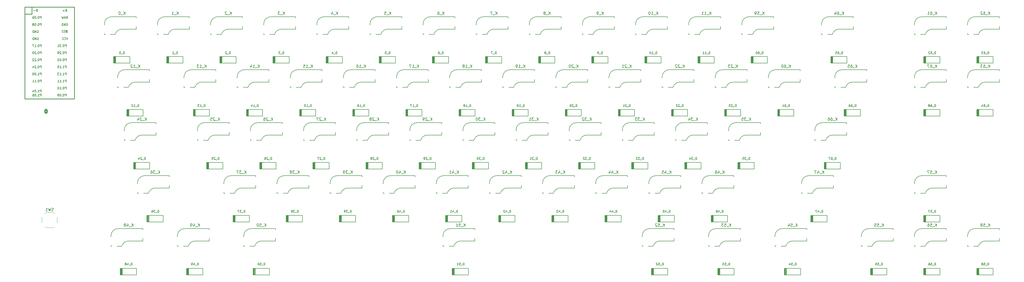
<source format=gbo>
G04 #@! TF.GenerationSoftware,KiCad,Pcbnew,8.0.7*
G04 #@! TF.CreationDate,2025-01-01T13:35:18+11:00*
G04 #@! TF.ProjectId,Mainpcb,4d61696e-7063-4622-9e6b-696361645f70,rev?*
G04 #@! TF.SameCoordinates,Original*
G04 #@! TF.FileFunction,Legend,Bot*
G04 #@! TF.FilePolarity,Positive*
%FSLAX46Y46*%
G04 Gerber Fmt 4.6, Leading zero omitted, Abs format (unit mm)*
G04 Created by KiCad (PCBNEW 8.0.7) date 2025-01-01 13:35:18*
%MOMM*%
%LPD*%
G01*
G04 APERTURE LIST*
G04 Aperture macros list*
%AMRoundRect*
0 Rectangle with rounded corners*
0 $1 Rounding radius*
0 $2 $3 $4 $5 $6 $7 $8 $9 X,Y pos of 4 corners*
0 Add a 4 corners polygon primitive as box body*
4,1,4,$2,$3,$4,$5,$6,$7,$8,$9,$2,$3,0*
0 Add four circle primitives for the rounded corners*
1,1,$1+$1,$2,$3*
1,1,$1+$1,$4,$5*
1,1,$1+$1,$6,$7*
1,1,$1+$1,$8,$9*
0 Add four rect primitives between the rounded corners*
20,1,$1+$1,$2,$3,$4,$5,0*
20,1,$1+$1,$4,$5,$6,$7,0*
20,1,$1+$1,$6,$7,$8,$9,0*
20,1,$1+$1,$8,$9,$2,$3,0*%
G04 Aperture macros list end*
%ADD10C,0.150000*%
%ADD11C,0.120000*%
%ADD12C,0.254000*%
%ADD13C,0.200000*%
%ADD14R,1.000000X0.750000*%
%ADD15C,3.000000*%
%ADD16C,2.500000*%
%ADD17R,1.752600X1.752600*%
%ADD18C,1.752600*%
%ADD19C,1.701800*%
%ADD20C,3.987800*%
%ADD21R,2.550000X2.500000*%
%ADD22R,1.600000X1.600000*%
%ADD23C,1.600000*%
%ADD24R,2.000000X2.000000*%
%ADD25C,2.000000*%
%ADD26R,3.200000X2.000000*%
%ADD27C,2.200000*%
%ADD28C,5.300000*%
%ADD29C,3.048000*%
%ADD30RoundRect,0.250000X-0.350000X-0.625000X0.350000X-0.625000X0.350000X0.625000X-0.350000X0.625000X0*%
%ADD31O,1.200000X1.750000*%
%ADD32O,1.700000X1.700000*%
%ADD33R,1.700000X1.700000*%
%ADD34C,3.500000*%
%ADD35R,1.200000X1.200000*%
G04 APERTURE END LIST*
D10*
X35333332Y-92782200D02*
X35190475Y-92829819D01*
X35190475Y-92829819D02*
X34952380Y-92829819D01*
X34952380Y-92829819D02*
X34857142Y-92782200D01*
X34857142Y-92782200D02*
X34809523Y-92734580D01*
X34809523Y-92734580D02*
X34761904Y-92639342D01*
X34761904Y-92639342D02*
X34761904Y-92544104D01*
X34761904Y-92544104D02*
X34809523Y-92448866D01*
X34809523Y-92448866D02*
X34857142Y-92401247D01*
X34857142Y-92401247D02*
X34952380Y-92353628D01*
X34952380Y-92353628D02*
X35142856Y-92306009D01*
X35142856Y-92306009D02*
X35238094Y-92258390D01*
X35238094Y-92258390D02*
X35285713Y-92210771D01*
X35285713Y-92210771D02*
X35333332Y-92115533D01*
X35333332Y-92115533D02*
X35333332Y-92020295D01*
X35333332Y-92020295D02*
X35285713Y-91925057D01*
X35285713Y-91925057D02*
X35238094Y-91877438D01*
X35238094Y-91877438D02*
X35142856Y-91829819D01*
X35142856Y-91829819D02*
X34904761Y-91829819D01*
X34904761Y-91829819D02*
X34761904Y-91877438D01*
X34428570Y-91829819D02*
X34190475Y-92829819D01*
X34190475Y-92829819D02*
X33999999Y-92115533D01*
X33999999Y-92115533D02*
X33809523Y-92829819D01*
X33809523Y-92829819D02*
X33571428Y-91829819D01*
X32666666Y-92829819D02*
X33238094Y-92829819D01*
X32952380Y-92829819D02*
X32952380Y-91829819D01*
X32952380Y-91829819D02*
X33047618Y-91972676D01*
X33047618Y-91972676D02*
X33142856Y-92067914D01*
X33142856Y-92067914D02*
X33238094Y-92115533D01*
X31042856Y-26202295D02*
X31042856Y-25402295D01*
X31042856Y-25402295D02*
X30738094Y-25402295D01*
X30738094Y-25402295D02*
X30661904Y-25440390D01*
X30661904Y-25440390D02*
X30623809Y-25478485D01*
X30623809Y-25478485D02*
X30585713Y-25554676D01*
X30585713Y-25554676D02*
X30585713Y-25668961D01*
X30585713Y-25668961D02*
X30623809Y-25745152D01*
X30623809Y-25745152D02*
X30661904Y-25783247D01*
X30661904Y-25783247D02*
X30738094Y-25821342D01*
X30738094Y-25821342D02*
X31042856Y-25821342D01*
X30090475Y-25402295D02*
X30014285Y-25402295D01*
X30014285Y-25402295D02*
X29938094Y-25440390D01*
X29938094Y-25440390D02*
X29899999Y-25478485D01*
X29899999Y-25478485D02*
X29861904Y-25554676D01*
X29861904Y-25554676D02*
X29823809Y-25707057D01*
X29823809Y-25707057D02*
X29823809Y-25897533D01*
X29823809Y-25897533D02*
X29861904Y-26049914D01*
X29861904Y-26049914D02*
X29899999Y-26126104D01*
X29899999Y-26126104D02*
X29938094Y-26164200D01*
X29938094Y-26164200D02*
X30014285Y-26202295D01*
X30014285Y-26202295D02*
X30090475Y-26202295D01*
X30090475Y-26202295D02*
X30166666Y-26164200D01*
X30166666Y-26164200D02*
X30204761Y-26126104D01*
X30204761Y-26126104D02*
X30242856Y-26049914D01*
X30242856Y-26049914D02*
X30280952Y-25897533D01*
X30280952Y-25897533D02*
X30280952Y-25707057D01*
X30280952Y-25707057D02*
X30242856Y-25554676D01*
X30242856Y-25554676D02*
X30204761Y-25478485D01*
X30204761Y-25478485D02*
X30166666Y-25440390D01*
X30166666Y-25440390D02*
X30090475Y-25402295D01*
X29480951Y-26126104D02*
X29442856Y-26164200D01*
X29442856Y-26164200D02*
X29480951Y-26202295D01*
X29480951Y-26202295D02*
X29519047Y-26164200D01*
X29519047Y-26164200D02*
X29480951Y-26126104D01*
X29480951Y-26126104D02*
X29480951Y-26202295D01*
X28947618Y-25402295D02*
X28871428Y-25402295D01*
X28871428Y-25402295D02*
X28795237Y-25440390D01*
X28795237Y-25440390D02*
X28757142Y-25478485D01*
X28757142Y-25478485D02*
X28719047Y-25554676D01*
X28719047Y-25554676D02*
X28680952Y-25707057D01*
X28680952Y-25707057D02*
X28680952Y-25897533D01*
X28680952Y-25897533D02*
X28719047Y-26049914D01*
X28719047Y-26049914D02*
X28757142Y-26126104D01*
X28757142Y-26126104D02*
X28795237Y-26164200D01*
X28795237Y-26164200D02*
X28871428Y-26202295D01*
X28871428Y-26202295D02*
X28947618Y-26202295D01*
X28947618Y-26202295D02*
X29023809Y-26164200D01*
X29023809Y-26164200D02*
X29061904Y-26126104D01*
X29061904Y-26126104D02*
X29099999Y-26049914D01*
X29099999Y-26049914D02*
X29138095Y-25897533D01*
X29138095Y-25897533D02*
X29138095Y-25707057D01*
X29138095Y-25707057D02*
X29099999Y-25554676D01*
X29099999Y-25554676D02*
X29061904Y-25478485D01*
X29061904Y-25478485D02*
X29023809Y-25440390D01*
X29023809Y-25440390D02*
X28947618Y-25402295D01*
X28223809Y-25745152D02*
X28299999Y-25707057D01*
X28299999Y-25707057D02*
X28338094Y-25668961D01*
X28338094Y-25668961D02*
X28376190Y-25592771D01*
X28376190Y-25592771D02*
X28376190Y-25554676D01*
X28376190Y-25554676D02*
X28338094Y-25478485D01*
X28338094Y-25478485D02*
X28299999Y-25440390D01*
X28299999Y-25440390D02*
X28223809Y-25402295D01*
X28223809Y-25402295D02*
X28071428Y-25402295D01*
X28071428Y-25402295D02*
X27995237Y-25440390D01*
X27995237Y-25440390D02*
X27957142Y-25478485D01*
X27957142Y-25478485D02*
X27919047Y-25554676D01*
X27919047Y-25554676D02*
X27919047Y-25592771D01*
X27919047Y-25592771D02*
X27957142Y-25668961D01*
X27957142Y-25668961D02*
X27995237Y-25707057D01*
X27995237Y-25707057D02*
X28071428Y-25745152D01*
X28071428Y-25745152D02*
X28223809Y-25745152D01*
X28223809Y-25745152D02*
X28299999Y-25783247D01*
X28299999Y-25783247D02*
X28338094Y-25821342D01*
X28338094Y-25821342D02*
X28376190Y-25897533D01*
X28376190Y-25897533D02*
X28376190Y-26049914D01*
X28376190Y-26049914D02*
X28338094Y-26126104D01*
X28338094Y-26126104D02*
X28299999Y-26164200D01*
X28299999Y-26164200D02*
X28223809Y-26202295D01*
X28223809Y-26202295D02*
X28071428Y-26202295D01*
X28071428Y-26202295D02*
X27995237Y-26164200D01*
X27995237Y-26164200D02*
X27957142Y-26126104D01*
X27957142Y-26126104D02*
X27919047Y-26049914D01*
X27919047Y-26049914D02*
X27919047Y-25897533D01*
X27919047Y-25897533D02*
X27957142Y-25821342D01*
X27957142Y-25821342D02*
X27995237Y-25783247D01*
X27995237Y-25783247D02*
X28071428Y-25745152D01*
X31042856Y-33822295D02*
X31042856Y-33022295D01*
X31042856Y-33022295D02*
X30738094Y-33022295D01*
X30738094Y-33022295D02*
X30661904Y-33060390D01*
X30661904Y-33060390D02*
X30623809Y-33098485D01*
X30623809Y-33098485D02*
X30585713Y-33174676D01*
X30585713Y-33174676D02*
X30585713Y-33288961D01*
X30585713Y-33288961D02*
X30623809Y-33365152D01*
X30623809Y-33365152D02*
X30661904Y-33403247D01*
X30661904Y-33403247D02*
X30738094Y-33441342D01*
X30738094Y-33441342D02*
X31042856Y-33441342D01*
X30090475Y-33022295D02*
X30014285Y-33022295D01*
X30014285Y-33022295D02*
X29938094Y-33060390D01*
X29938094Y-33060390D02*
X29899999Y-33098485D01*
X29899999Y-33098485D02*
X29861904Y-33174676D01*
X29861904Y-33174676D02*
X29823809Y-33327057D01*
X29823809Y-33327057D02*
X29823809Y-33517533D01*
X29823809Y-33517533D02*
X29861904Y-33669914D01*
X29861904Y-33669914D02*
X29899999Y-33746104D01*
X29899999Y-33746104D02*
X29938094Y-33784200D01*
X29938094Y-33784200D02*
X30014285Y-33822295D01*
X30014285Y-33822295D02*
X30090475Y-33822295D01*
X30090475Y-33822295D02*
X30166666Y-33784200D01*
X30166666Y-33784200D02*
X30204761Y-33746104D01*
X30204761Y-33746104D02*
X30242856Y-33669914D01*
X30242856Y-33669914D02*
X30280952Y-33517533D01*
X30280952Y-33517533D02*
X30280952Y-33327057D01*
X30280952Y-33327057D02*
X30242856Y-33174676D01*
X30242856Y-33174676D02*
X30204761Y-33098485D01*
X30204761Y-33098485D02*
X30166666Y-33060390D01*
X30166666Y-33060390D02*
X30090475Y-33022295D01*
X29480951Y-33746104D02*
X29442856Y-33784200D01*
X29442856Y-33784200D02*
X29480951Y-33822295D01*
X29480951Y-33822295D02*
X29519047Y-33784200D01*
X29519047Y-33784200D02*
X29480951Y-33746104D01*
X29480951Y-33746104D02*
X29480951Y-33822295D01*
X28680952Y-33822295D02*
X29138095Y-33822295D01*
X28909523Y-33822295D02*
X28909523Y-33022295D01*
X28909523Y-33022295D02*
X28985714Y-33136580D01*
X28985714Y-33136580D02*
X29061904Y-33212771D01*
X29061904Y-33212771D02*
X29138095Y-33250866D01*
X28414285Y-33022295D02*
X27880951Y-33022295D01*
X27880951Y-33022295D02*
X28223809Y-33822295D01*
X40042856Y-43982295D02*
X40042856Y-43182295D01*
X40042856Y-43182295D02*
X39738094Y-43182295D01*
X39738094Y-43182295D02*
X39661904Y-43220390D01*
X39661904Y-43220390D02*
X39623809Y-43258485D01*
X39623809Y-43258485D02*
X39585713Y-43334676D01*
X39585713Y-43334676D02*
X39585713Y-43448961D01*
X39585713Y-43448961D02*
X39623809Y-43525152D01*
X39623809Y-43525152D02*
X39661904Y-43563247D01*
X39661904Y-43563247D02*
X39738094Y-43601342D01*
X39738094Y-43601342D02*
X40042856Y-43601342D01*
X38823809Y-43982295D02*
X39280952Y-43982295D01*
X39052380Y-43982295D02*
X39052380Y-43182295D01*
X39052380Y-43182295D02*
X39128571Y-43296580D01*
X39128571Y-43296580D02*
X39204761Y-43372771D01*
X39204761Y-43372771D02*
X39280952Y-43410866D01*
X38480951Y-43906104D02*
X38442856Y-43944200D01*
X38442856Y-43944200D02*
X38480951Y-43982295D01*
X38480951Y-43982295D02*
X38519047Y-43944200D01*
X38519047Y-43944200D02*
X38480951Y-43906104D01*
X38480951Y-43906104D02*
X38480951Y-43982295D01*
X37680952Y-43982295D02*
X38138095Y-43982295D01*
X37909523Y-43982295D02*
X37909523Y-43182295D01*
X37909523Y-43182295D02*
X37985714Y-43296580D01*
X37985714Y-43296580D02*
X38061904Y-43372771D01*
X38061904Y-43372771D02*
X38138095Y-43410866D01*
X37414285Y-43182295D02*
X36919047Y-43182295D01*
X36919047Y-43182295D02*
X37185713Y-43487057D01*
X37185713Y-43487057D02*
X37071428Y-43487057D01*
X37071428Y-43487057D02*
X36995237Y-43525152D01*
X36995237Y-43525152D02*
X36957142Y-43563247D01*
X36957142Y-43563247D02*
X36919047Y-43639438D01*
X36919047Y-43639438D02*
X36919047Y-43829914D01*
X36919047Y-43829914D02*
X36957142Y-43906104D01*
X36957142Y-43906104D02*
X36995237Y-43944200D01*
X36995237Y-43944200D02*
X37071428Y-43982295D01*
X37071428Y-43982295D02*
X37299999Y-43982295D01*
X37299999Y-43982295D02*
X37376190Y-43944200D01*
X37376190Y-43944200D02*
X37414285Y-43906104D01*
X40042856Y-41442295D02*
X40042856Y-40642295D01*
X40042856Y-40642295D02*
X39738094Y-40642295D01*
X39738094Y-40642295D02*
X39661904Y-40680390D01*
X39661904Y-40680390D02*
X39623809Y-40718485D01*
X39623809Y-40718485D02*
X39585713Y-40794676D01*
X39585713Y-40794676D02*
X39585713Y-40908961D01*
X39585713Y-40908961D02*
X39623809Y-40985152D01*
X39623809Y-40985152D02*
X39661904Y-41023247D01*
X39661904Y-41023247D02*
X39738094Y-41061342D01*
X39738094Y-41061342D02*
X40042856Y-41061342D01*
X38823809Y-41442295D02*
X39280952Y-41442295D01*
X39052380Y-41442295D02*
X39052380Y-40642295D01*
X39052380Y-40642295D02*
X39128571Y-40756580D01*
X39128571Y-40756580D02*
X39204761Y-40832771D01*
X39204761Y-40832771D02*
X39280952Y-40870866D01*
X38480951Y-41366104D02*
X38442856Y-41404200D01*
X38442856Y-41404200D02*
X38480951Y-41442295D01*
X38480951Y-41442295D02*
X38519047Y-41404200D01*
X38519047Y-41404200D02*
X38480951Y-41366104D01*
X38480951Y-41366104D02*
X38480951Y-41442295D01*
X37680952Y-41442295D02*
X38138095Y-41442295D01*
X37909523Y-41442295D02*
X37909523Y-40642295D01*
X37909523Y-40642295D02*
X37985714Y-40756580D01*
X37985714Y-40756580D02*
X38061904Y-40832771D01*
X38061904Y-40832771D02*
X38138095Y-40870866D01*
X36957142Y-40642295D02*
X37338094Y-40642295D01*
X37338094Y-40642295D02*
X37376190Y-41023247D01*
X37376190Y-41023247D02*
X37338094Y-40985152D01*
X37338094Y-40985152D02*
X37261904Y-40947057D01*
X37261904Y-40947057D02*
X37071428Y-40947057D01*
X37071428Y-40947057D02*
X36995237Y-40985152D01*
X36995237Y-40985152D02*
X36957142Y-41023247D01*
X36957142Y-41023247D02*
X36919047Y-41099438D01*
X36919047Y-41099438D02*
X36919047Y-41289914D01*
X36919047Y-41289914D02*
X36957142Y-41366104D01*
X36957142Y-41366104D02*
X36995237Y-41404200D01*
X36995237Y-41404200D02*
X37071428Y-41442295D01*
X37071428Y-41442295D02*
X37261904Y-41442295D01*
X37261904Y-41442295D02*
X37338094Y-41404200D01*
X37338094Y-41404200D02*
X37376190Y-41366104D01*
X40042856Y-38902295D02*
X40042856Y-38102295D01*
X40042856Y-38102295D02*
X39738094Y-38102295D01*
X39738094Y-38102295D02*
X39661904Y-38140390D01*
X39661904Y-38140390D02*
X39623809Y-38178485D01*
X39623809Y-38178485D02*
X39585713Y-38254676D01*
X39585713Y-38254676D02*
X39585713Y-38368961D01*
X39585713Y-38368961D02*
X39623809Y-38445152D01*
X39623809Y-38445152D02*
X39661904Y-38483247D01*
X39661904Y-38483247D02*
X39738094Y-38521342D01*
X39738094Y-38521342D02*
X40042856Y-38521342D01*
X39090475Y-38102295D02*
X39014285Y-38102295D01*
X39014285Y-38102295D02*
X38938094Y-38140390D01*
X38938094Y-38140390D02*
X38899999Y-38178485D01*
X38899999Y-38178485D02*
X38861904Y-38254676D01*
X38861904Y-38254676D02*
X38823809Y-38407057D01*
X38823809Y-38407057D02*
X38823809Y-38597533D01*
X38823809Y-38597533D02*
X38861904Y-38749914D01*
X38861904Y-38749914D02*
X38899999Y-38826104D01*
X38899999Y-38826104D02*
X38938094Y-38864200D01*
X38938094Y-38864200D02*
X39014285Y-38902295D01*
X39014285Y-38902295D02*
X39090475Y-38902295D01*
X39090475Y-38902295D02*
X39166666Y-38864200D01*
X39166666Y-38864200D02*
X39204761Y-38826104D01*
X39204761Y-38826104D02*
X39242856Y-38749914D01*
X39242856Y-38749914D02*
X39280952Y-38597533D01*
X39280952Y-38597533D02*
X39280952Y-38407057D01*
X39280952Y-38407057D02*
X39242856Y-38254676D01*
X39242856Y-38254676D02*
X39204761Y-38178485D01*
X39204761Y-38178485D02*
X39166666Y-38140390D01*
X39166666Y-38140390D02*
X39090475Y-38102295D01*
X38480951Y-38826104D02*
X38442856Y-38864200D01*
X38442856Y-38864200D02*
X38480951Y-38902295D01*
X38480951Y-38902295D02*
X38519047Y-38864200D01*
X38519047Y-38864200D02*
X38480951Y-38826104D01*
X38480951Y-38826104D02*
X38480951Y-38902295D01*
X37947618Y-38102295D02*
X37871428Y-38102295D01*
X37871428Y-38102295D02*
X37795237Y-38140390D01*
X37795237Y-38140390D02*
X37757142Y-38178485D01*
X37757142Y-38178485D02*
X37719047Y-38254676D01*
X37719047Y-38254676D02*
X37680952Y-38407057D01*
X37680952Y-38407057D02*
X37680952Y-38597533D01*
X37680952Y-38597533D02*
X37719047Y-38749914D01*
X37719047Y-38749914D02*
X37757142Y-38826104D01*
X37757142Y-38826104D02*
X37795237Y-38864200D01*
X37795237Y-38864200D02*
X37871428Y-38902295D01*
X37871428Y-38902295D02*
X37947618Y-38902295D01*
X37947618Y-38902295D02*
X38023809Y-38864200D01*
X38023809Y-38864200D02*
X38061904Y-38826104D01*
X38061904Y-38826104D02*
X38099999Y-38749914D01*
X38099999Y-38749914D02*
X38138095Y-38597533D01*
X38138095Y-38597533D02*
X38138095Y-38407057D01*
X38138095Y-38407057D02*
X38099999Y-38254676D01*
X38099999Y-38254676D02*
X38061904Y-38178485D01*
X38061904Y-38178485D02*
X38023809Y-38140390D01*
X38023809Y-38140390D02*
X37947618Y-38102295D01*
X37376190Y-38178485D02*
X37338094Y-38140390D01*
X37338094Y-38140390D02*
X37261904Y-38102295D01*
X37261904Y-38102295D02*
X37071428Y-38102295D01*
X37071428Y-38102295D02*
X36995237Y-38140390D01*
X36995237Y-38140390D02*
X36957142Y-38178485D01*
X36957142Y-38178485D02*
X36919047Y-38254676D01*
X36919047Y-38254676D02*
X36919047Y-38330866D01*
X36919047Y-38330866D02*
X36957142Y-38445152D01*
X36957142Y-38445152D02*
X37414285Y-38902295D01*
X37414285Y-38902295D02*
X36919047Y-38902295D01*
X31042856Y-50132295D02*
X31042856Y-49332295D01*
X31042856Y-49332295D02*
X30738094Y-49332295D01*
X30738094Y-49332295D02*
X30661904Y-49370390D01*
X30661904Y-49370390D02*
X30623809Y-49408485D01*
X30623809Y-49408485D02*
X30585713Y-49484676D01*
X30585713Y-49484676D02*
X30585713Y-49598961D01*
X30585713Y-49598961D02*
X30623809Y-49675152D01*
X30623809Y-49675152D02*
X30661904Y-49713247D01*
X30661904Y-49713247D02*
X30738094Y-49751342D01*
X30738094Y-49751342D02*
X31042856Y-49751342D01*
X29823809Y-50132295D02*
X30280952Y-50132295D01*
X30052380Y-50132295D02*
X30052380Y-49332295D01*
X30052380Y-49332295D02*
X30128571Y-49446580D01*
X30128571Y-49446580D02*
X30204761Y-49522771D01*
X30204761Y-49522771D02*
X30280952Y-49560866D01*
X29480951Y-50056104D02*
X29442856Y-50094200D01*
X29442856Y-50094200D02*
X29480951Y-50132295D01*
X29480951Y-50132295D02*
X29519047Y-50094200D01*
X29519047Y-50094200D02*
X29480951Y-50056104D01*
X29480951Y-50056104D02*
X29480951Y-50132295D01*
X28947618Y-49332295D02*
X28871428Y-49332295D01*
X28871428Y-49332295D02*
X28795237Y-49370390D01*
X28795237Y-49370390D02*
X28757142Y-49408485D01*
X28757142Y-49408485D02*
X28719047Y-49484676D01*
X28719047Y-49484676D02*
X28680952Y-49637057D01*
X28680952Y-49637057D02*
X28680952Y-49827533D01*
X28680952Y-49827533D02*
X28719047Y-49979914D01*
X28719047Y-49979914D02*
X28757142Y-50056104D01*
X28757142Y-50056104D02*
X28795237Y-50094200D01*
X28795237Y-50094200D02*
X28871428Y-50132295D01*
X28871428Y-50132295D02*
X28947618Y-50132295D01*
X28947618Y-50132295D02*
X29023809Y-50094200D01*
X29023809Y-50094200D02*
X29061904Y-50056104D01*
X29061904Y-50056104D02*
X29099999Y-49979914D01*
X29099999Y-49979914D02*
X29138095Y-49827533D01*
X29138095Y-49827533D02*
X29138095Y-49637057D01*
X29138095Y-49637057D02*
X29099999Y-49484676D01*
X29099999Y-49484676D02*
X29061904Y-49408485D01*
X29061904Y-49408485D02*
X29023809Y-49370390D01*
X29023809Y-49370390D02*
X28947618Y-49332295D01*
X27995237Y-49598961D02*
X27995237Y-50132295D01*
X28185713Y-49294200D02*
X28376190Y-49865628D01*
X28376190Y-49865628D02*
X27880951Y-49865628D01*
X29438095Y-20703247D02*
X29323809Y-20741342D01*
X29323809Y-20741342D02*
X29285714Y-20779438D01*
X29285714Y-20779438D02*
X29247618Y-20855628D01*
X29247618Y-20855628D02*
X29247618Y-20969914D01*
X29247618Y-20969914D02*
X29285714Y-21046104D01*
X29285714Y-21046104D02*
X29323809Y-21084200D01*
X29323809Y-21084200D02*
X29399999Y-21122295D01*
X29399999Y-21122295D02*
X29704761Y-21122295D01*
X29704761Y-21122295D02*
X29704761Y-20322295D01*
X29704761Y-20322295D02*
X29438095Y-20322295D01*
X29438095Y-20322295D02*
X29361904Y-20360390D01*
X29361904Y-20360390D02*
X29323809Y-20398485D01*
X29323809Y-20398485D02*
X29285714Y-20474676D01*
X29285714Y-20474676D02*
X29285714Y-20550866D01*
X29285714Y-20550866D02*
X29323809Y-20627057D01*
X29323809Y-20627057D02*
X29361904Y-20665152D01*
X29361904Y-20665152D02*
X29438095Y-20703247D01*
X29438095Y-20703247D02*
X29704761Y-20703247D01*
X28904761Y-20817533D02*
X28295238Y-20817533D01*
X40042856Y-46522295D02*
X40042856Y-45722295D01*
X40042856Y-45722295D02*
X39738094Y-45722295D01*
X39738094Y-45722295D02*
X39661904Y-45760390D01*
X39661904Y-45760390D02*
X39623809Y-45798485D01*
X39623809Y-45798485D02*
X39585713Y-45874676D01*
X39585713Y-45874676D02*
X39585713Y-45988961D01*
X39585713Y-45988961D02*
X39623809Y-46065152D01*
X39623809Y-46065152D02*
X39661904Y-46103247D01*
X39661904Y-46103247D02*
X39738094Y-46141342D01*
X39738094Y-46141342D02*
X40042856Y-46141342D01*
X38823809Y-46522295D02*
X39280952Y-46522295D01*
X39052380Y-46522295D02*
X39052380Y-45722295D01*
X39052380Y-45722295D02*
X39128571Y-45836580D01*
X39128571Y-45836580D02*
X39204761Y-45912771D01*
X39204761Y-45912771D02*
X39280952Y-45950866D01*
X38480951Y-46446104D02*
X38442856Y-46484200D01*
X38442856Y-46484200D02*
X38480951Y-46522295D01*
X38480951Y-46522295D02*
X38519047Y-46484200D01*
X38519047Y-46484200D02*
X38480951Y-46446104D01*
X38480951Y-46446104D02*
X38480951Y-46522295D01*
X37680952Y-46522295D02*
X38138095Y-46522295D01*
X37909523Y-46522295D02*
X37909523Y-45722295D01*
X37909523Y-45722295D02*
X37985714Y-45836580D01*
X37985714Y-45836580D02*
X38061904Y-45912771D01*
X38061904Y-45912771D02*
X38138095Y-45950866D01*
X36919047Y-46522295D02*
X37376190Y-46522295D01*
X37147618Y-46522295D02*
X37147618Y-45722295D01*
X37147618Y-45722295D02*
X37223809Y-45836580D01*
X37223809Y-45836580D02*
X37299999Y-45912771D01*
X37299999Y-45912771D02*
X37376190Y-45950866D01*
X40042856Y-33822295D02*
X40042856Y-33022295D01*
X40042856Y-33022295D02*
X39738094Y-33022295D01*
X39738094Y-33022295D02*
X39661904Y-33060390D01*
X39661904Y-33060390D02*
X39623809Y-33098485D01*
X39623809Y-33098485D02*
X39585713Y-33174676D01*
X39585713Y-33174676D02*
X39585713Y-33288961D01*
X39585713Y-33288961D02*
X39623809Y-33365152D01*
X39623809Y-33365152D02*
X39661904Y-33403247D01*
X39661904Y-33403247D02*
X39738094Y-33441342D01*
X39738094Y-33441342D02*
X40042856Y-33441342D01*
X39090475Y-33022295D02*
X39014285Y-33022295D01*
X39014285Y-33022295D02*
X38938094Y-33060390D01*
X38938094Y-33060390D02*
X38899999Y-33098485D01*
X38899999Y-33098485D02*
X38861904Y-33174676D01*
X38861904Y-33174676D02*
X38823809Y-33327057D01*
X38823809Y-33327057D02*
X38823809Y-33517533D01*
X38823809Y-33517533D02*
X38861904Y-33669914D01*
X38861904Y-33669914D02*
X38899999Y-33746104D01*
X38899999Y-33746104D02*
X38938094Y-33784200D01*
X38938094Y-33784200D02*
X39014285Y-33822295D01*
X39014285Y-33822295D02*
X39090475Y-33822295D01*
X39090475Y-33822295D02*
X39166666Y-33784200D01*
X39166666Y-33784200D02*
X39204761Y-33746104D01*
X39204761Y-33746104D02*
X39242856Y-33669914D01*
X39242856Y-33669914D02*
X39280952Y-33517533D01*
X39280952Y-33517533D02*
X39280952Y-33327057D01*
X39280952Y-33327057D02*
X39242856Y-33174676D01*
X39242856Y-33174676D02*
X39204761Y-33098485D01*
X39204761Y-33098485D02*
X39166666Y-33060390D01*
X39166666Y-33060390D02*
X39090475Y-33022295D01*
X38480951Y-33746104D02*
X38442856Y-33784200D01*
X38442856Y-33784200D02*
X38480951Y-33822295D01*
X38480951Y-33822295D02*
X38519047Y-33784200D01*
X38519047Y-33784200D02*
X38480951Y-33746104D01*
X38480951Y-33746104D02*
X38480951Y-33822295D01*
X38176190Y-33022295D02*
X37680952Y-33022295D01*
X37680952Y-33022295D02*
X37947618Y-33327057D01*
X37947618Y-33327057D02*
X37833333Y-33327057D01*
X37833333Y-33327057D02*
X37757142Y-33365152D01*
X37757142Y-33365152D02*
X37719047Y-33403247D01*
X37719047Y-33403247D02*
X37680952Y-33479438D01*
X37680952Y-33479438D02*
X37680952Y-33669914D01*
X37680952Y-33669914D02*
X37719047Y-33746104D01*
X37719047Y-33746104D02*
X37757142Y-33784200D01*
X37757142Y-33784200D02*
X37833333Y-33822295D01*
X37833333Y-33822295D02*
X38061904Y-33822295D01*
X38061904Y-33822295D02*
X38138095Y-33784200D01*
X38138095Y-33784200D02*
X38176190Y-33746104D01*
X36919047Y-33822295D02*
X37376190Y-33822295D01*
X37147618Y-33822295D02*
X37147618Y-33022295D01*
X37147618Y-33022295D02*
X37223809Y-33136580D01*
X37223809Y-33136580D02*
X37299999Y-33212771D01*
X37299999Y-33212771D02*
X37376190Y-33250866D01*
X40042856Y-51602295D02*
X40042856Y-50802295D01*
X40042856Y-50802295D02*
X39738094Y-50802295D01*
X39738094Y-50802295D02*
X39661904Y-50840390D01*
X39661904Y-50840390D02*
X39623809Y-50878485D01*
X39623809Y-50878485D02*
X39585713Y-50954676D01*
X39585713Y-50954676D02*
X39585713Y-51068961D01*
X39585713Y-51068961D02*
X39623809Y-51145152D01*
X39623809Y-51145152D02*
X39661904Y-51183247D01*
X39661904Y-51183247D02*
X39738094Y-51221342D01*
X39738094Y-51221342D02*
X40042856Y-51221342D01*
X39090475Y-50802295D02*
X39014285Y-50802295D01*
X39014285Y-50802295D02*
X38938094Y-50840390D01*
X38938094Y-50840390D02*
X38899999Y-50878485D01*
X38899999Y-50878485D02*
X38861904Y-50954676D01*
X38861904Y-50954676D02*
X38823809Y-51107057D01*
X38823809Y-51107057D02*
X38823809Y-51297533D01*
X38823809Y-51297533D02*
X38861904Y-51449914D01*
X38861904Y-51449914D02*
X38899999Y-51526104D01*
X38899999Y-51526104D02*
X38938094Y-51564200D01*
X38938094Y-51564200D02*
X39014285Y-51602295D01*
X39014285Y-51602295D02*
X39090475Y-51602295D01*
X39090475Y-51602295D02*
X39166666Y-51564200D01*
X39166666Y-51564200D02*
X39204761Y-51526104D01*
X39204761Y-51526104D02*
X39242856Y-51449914D01*
X39242856Y-51449914D02*
X39280952Y-51297533D01*
X39280952Y-51297533D02*
X39280952Y-51107057D01*
X39280952Y-51107057D02*
X39242856Y-50954676D01*
X39242856Y-50954676D02*
X39204761Y-50878485D01*
X39204761Y-50878485D02*
X39166666Y-50840390D01*
X39166666Y-50840390D02*
X39090475Y-50802295D01*
X38480951Y-51526104D02*
X38442856Y-51564200D01*
X38442856Y-51564200D02*
X38480951Y-51602295D01*
X38480951Y-51602295D02*
X38519047Y-51564200D01*
X38519047Y-51564200D02*
X38480951Y-51526104D01*
X38480951Y-51526104D02*
X38480951Y-51602295D01*
X37947618Y-50802295D02*
X37871428Y-50802295D01*
X37871428Y-50802295D02*
X37795237Y-50840390D01*
X37795237Y-50840390D02*
X37757142Y-50878485D01*
X37757142Y-50878485D02*
X37719047Y-50954676D01*
X37719047Y-50954676D02*
X37680952Y-51107057D01*
X37680952Y-51107057D02*
X37680952Y-51297533D01*
X37680952Y-51297533D02*
X37719047Y-51449914D01*
X37719047Y-51449914D02*
X37757142Y-51526104D01*
X37757142Y-51526104D02*
X37795237Y-51564200D01*
X37795237Y-51564200D02*
X37871428Y-51602295D01*
X37871428Y-51602295D02*
X37947618Y-51602295D01*
X37947618Y-51602295D02*
X38023809Y-51564200D01*
X38023809Y-51564200D02*
X38061904Y-51526104D01*
X38061904Y-51526104D02*
X38099999Y-51449914D01*
X38099999Y-51449914D02*
X38138095Y-51297533D01*
X38138095Y-51297533D02*
X38138095Y-51107057D01*
X38138095Y-51107057D02*
X38099999Y-50954676D01*
X38099999Y-50954676D02*
X38061904Y-50878485D01*
X38061904Y-50878485D02*
X38023809Y-50840390D01*
X38023809Y-50840390D02*
X37947618Y-50802295D01*
X37299999Y-51602295D02*
X37147618Y-51602295D01*
X37147618Y-51602295D02*
X37071428Y-51564200D01*
X37071428Y-51564200D02*
X37033332Y-51526104D01*
X37033332Y-51526104D02*
X36957142Y-51411819D01*
X36957142Y-51411819D02*
X36919047Y-51259438D01*
X36919047Y-51259438D02*
X36919047Y-50954676D01*
X36919047Y-50954676D02*
X36957142Y-50878485D01*
X36957142Y-50878485D02*
X36995237Y-50840390D01*
X36995237Y-50840390D02*
X37071428Y-50802295D01*
X37071428Y-50802295D02*
X37223809Y-50802295D01*
X37223809Y-50802295D02*
X37299999Y-50840390D01*
X37299999Y-50840390D02*
X37338094Y-50878485D01*
X37338094Y-50878485D02*
X37376190Y-50954676D01*
X37376190Y-50954676D02*
X37376190Y-51145152D01*
X37376190Y-51145152D02*
X37338094Y-51221342D01*
X37338094Y-51221342D02*
X37299999Y-51259438D01*
X37299999Y-51259438D02*
X37223809Y-51297533D01*
X37223809Y-51297533D02*
X37071428Y-51297533D01*
X37071428Y-51297533D02*
X36995237Y-51259438D01*
X36995237Y-51259438D02*
X36957142Y-51221342D01*
X36957142Y-51221342D02*
X36919047Y-51145152D01*
X29609523Y-27980390D02*
X29685713Y-27942295D01*
X29685713Y-27942295D02*
X29799999Y-27942295D01*
X29799999Y-27942295D02*
X29914285Y-27980390D01*
X29914285Y-27980390D02*
X29990475Y-28056580D01*
X29990475Y-28056580D02*
X30028570Y-28132771D01*
X30028570Y-28132771D02*
X30066666Y-28285152D01*
X30066666Y-28285152D02*
X30066666Y-28399438D01*
X30066666Y-28399438D02*
X30028570Y-28551819D01*
X30028570Y-28551819D02*
X29990475Y-28628009D01*
X29990475Y-28628009D02*
X29914285Y-28704200D01*
X29914285Y-28704200D02*
X29799999Y-28742295D01*
X29799999Y-28742295D02*
X29723808Y-28742295D01*
X29723808Y-28742295D02*
X29609523Y-28704200D01*
X29609523Y-28704200D02*
X29571427Y-28666104D01*
X29571427Y-28666104D02*
X29571427Y-28399438D01*
X29571427Y-28399438D02*
X29723808Y-28399438D01*
X29228570Y-28742295D02*
X29228570Y-27942295D01*
X29228570Y-27942295D02*
X28771427Y-28742295D01*
X28771427Y-28742295D02*
X28771427Y-27942295D01*
X28390475Y-28742295D02*
X28390475Y-27942295D01*
X28390475Y-27942295D02*
X28199999Y-27942295D01*
X28199999Y-27942295D02*
X28085713Y-27980390D01*
X28085713Y-27980390D02*
X28009523Y-28056580D01*
X28009523Y-28056580D02*
X27971428Y-28132771D01*
X27971428Y-28132771D02*
X27933332Y-28285152D01*
X27933332Y-28285152D02*
X27933332Y-28399438D01*
X27933332Y-28399438D02*
X27971428Y-28551819D01*
X27971428Y-28551819D02*
X28009523Y-28628009D01*
X28009523Y-28628009D02*
X28085713Y-28704200D01*
X28085713Y-28704200D02*
X28199999Y-28742295D01*
X28199999Y-28742295D02*
X28390475Y-28742295D01*
X40013380Y-23662295D02*
X40280047Y-23281342D01*
X40470523Y-23662295D02*
X40470523Y-22862295D01*
X40470523Y-22862295D02*
X40165761Y-22862295D01*
X40165761Y-22862295D02*
X40089571Y-22900390D01*
X40089571Y-22900390D02*
X40051476Y-22938485D01*
X40051476Y-22938485D02*
X40013380Y-23014676D01*
X40013380Y-23014676D02*
X40013380Y-23128961D01*
X40013380Y-23128961D02*
X40051476Y-23205152D01*
X40051476Y-23205152D02*
X40089571Y-23243247D01*
X40089571Y-23243247D02*
X40165761Y-23281342D01*
X40165761Y-23281342D02*
X40470523Y-23281342D01*
X39708619Y-23433723D02*
X39327666Y-23433723D01*
X39784809Y-23662295D02*
X39518142Y-22862295D01*
X39518142Y-22862295D02*
X39251476Y-23662295D01*
X39061000Y-22862295D02*
X38870524Y-23662295D01*
X38870524Y-23662295D02*
X38718143Y-23090866D01*
X38718143Y-23090866D02*
X38565762Y-23662295D01*
X38565762Y-23662295D02*
X38375286Y-22862295D01*
X31042856Y-51602295D02*
X31042856Y-50802295D01*
X31042856Y-50802295D02*
X30738094Y-50802295D01*
X30738094Y-50802295D02*
X30661904Y-50840390D01*
X30661904Y-50840390D02*
X30623809Y-50878485D01*
X30623809Y-50878485D02*
X30585713Y-50954676D01*
X30585713Y-50954676D02*
X30585713Y-51068961D01*
X30585713Y-51068961D02*
X30623809Y-51145152D01*
X30623809Y-51145152D02*
X30661904Y-51183247D01*
X30661904Y-51183247D02*
X30738094Y-51221342D01*
X30738094Y-51221342D02*
X31042856Y-51221342D01*
X29823809Y-51602295D02*
X30280952Y-51602295D01*
X30052380Y-51602295D02*
X30052380Y-50802295D01*
X30052380Y-50802295D02*
X30128571Y-50916580D01*
X30128571Y-50916580D02*
X30204761Y-50992771D01*
X30204761Y-50992771D02*
X30280952Y-51030866D01*
X29480951Y-51526104D02*
X29442856Y-51564200D01*
X29442856Y-51564200D02*
X29480951Y-51602295D01*
X29480951Y-51602295D02*
X29519047Y-51564200D01*
X29519047Y-51564200D02*
X29480951Y-51526104D01*
X29480951Y-51526104D02*
X29480951Y-51602295D01*
X28947618Y-50802295D02*
X28871428Y-50802295D01*
X28871428Y-50802295D02*
X28795237Y-50840390D01*
X28795237Y-50840390D02*
X28757142Y-50878485D01*
X28757142Y-50878485D02*
X28719047Y-50954676D01*
X28719047Y-50954676D02*
X28680952Y-51107057D01*
X28680952Y-51107057D02*
X28680952Y-51297533D01*
X28680952Y-51297533D02*
X28719047Y-51449914D01*
X28719047Y-51449914D02*
X28757142Y-51526104D01*
X28757142Y-51526104D02*
X28795237Y-51564200D01*
X28795237Y-51564200D02*
X28871428Y-51602295D01*
X28871428Y-51602295D02*
X28947618Y-51602295D01*
X28947618Y-51602295D02*
X29023809Y-51564200D01*
X29023809Y-51564200D02*
X29061904Y-51526104D01*
X29061904Y-51526104D02*
X29099999Y-51449914D01*
X29099999Y-51449914D02*
X29138095Y-51297533D01*
X29138095Y-51297533D02*
X29138095Y-51107057D01*
X29138095Y-51107057D02*
X29099999Y-50954676D01*
X29099999Y-50954676D02*
X29061904Y-50878485D01*
X29061904Y-50878485D02*
X29023809Y-50840390D01*
X29023809Y-50840390D02*
X28947618Y-50802295D01*
X27995237Y-50802295D02*
X28147618Y-50802295D01*
X28147618Y-50802295D02*
X28223809Y-50840390D01*
X28223809Y-50840390D02*
X28261904Y-50878485D01*
X28261904Y-50878485D02*
X28338094Y-50992771D01*
X28338094Y-50992771D02*
X28376190Y-51145152D01*
X28376190Y-51145152D02*
X28376190Y-51449914D01*
X28376190Y-51449914D02*
X28338094Y-51526104D01*
X28338094Y-51526104D02*
X28299999Y-51564200D01*
X28299999Y-51564200D02*
X28223809Y-51602295D01*
X28223809Y-51602295D02*
X28071428Y-51602295D01*
X28071428Y-51602295D02*
X27995237Y-51564200D01*
X27995237Y-51564200D02*
X27957142Y-51526104D01*
X27957142Y-51526104D02*
X27919047Y-51449914D01*
X27919047Y-51449914D02*
X27919047Y-51259438D01*
X27919047Y-51259438D02*
X27957142Y-51183247D01*
X27957142Y-51183247D02*
X27995237Y-51145152D01*
X27995237Y-51145152D02*
X28071428Y-51107057D01*
X28071428Y-51107057D02*
X28223809Y-51107057D01*
X28223809Y-51107057D02*
X28299999Y-51145152D01*
X28299999Y-51145152D02*
X28338094Y-51183247D01*
X28338094Y-51183247D02*
X28376190Y-51259438D01*
X31042856Y-41442295D02*
X31042856Y-40642295D01*
X31042856Y-40642295D02*
X30738094Y-40642295D01*
X30738094Y-40642295D02*
X30661904Y-40680390D01*
X30661904Y-40680390D02*
X30623809Y-40718485D01*
X30623809Y-40718485D02*
X30585713Y-40794676D01*
X30585713Y-40794676D02*
X30585713Y-40908961D01*
X30585713Y-40908961D02*
X30623809Y-40985152D01*
X30623809Y-40985152D02*
X30661904Y-41023247D01*
X30661904Y-41023247D02*
X30738094Y-41061342D01*
X30738094Y-41061342D02*
X31042856Y-41061342D01*
X30090475Y-40642295D02*
X30014285Y-40642295D01*
X30014285Y-40642295D02*
X29938094Y-40680390D01*
X29938094Y-40680390D02*
X29899999Y-40718485D01*
X29899999Y-40718485D02*
X29861904Y-40794676D01*
X29861904Y-40794676D02*
X29823809Y-40947057D01*
X29823809Y-40947057D02*
X29823809Y-41137533D01*
X29823809Y-41137533D02*
X29861904Y-41289914D01*
X29861904Y-41289914D02*
X29899999Y-41366104D01*
X29899999Y-41366104D02*
X29938094Y-41404200D01*
X29938094Y-41404200D02*
X30014285Y-41442295D01*
X30014285Y-41442295D02*
X30090475Y-41442295D01*
X30090475Y-41442295D02*
X30166666Y-41404200D01*
X30166666Y-41404200D02*
X30204761Y-41366104D01*
X30204761Y-41366104D02*
X30242856Y-41289914D01*
X30242856Y-41289914D02*
X30280952Y-41137533D01*
X30280952Y-41137533D02*
X30280952Y-40947057D01*
X30280952Y-40947057D02*
X30242856Y-40794676D01*
X30242856Y-40794676D02*
X30204761Y-40718485D01*
X30204761Y-40718485D02*
X30166666Y-40680390D01*
X30166666Y-40680390D02*
X30090475Y-40642295D01*
X29480951Y-41366104D02*
X29442856Y-41404200D01*
X29442856Y-41404200D02*
X29480951Y-41442295D01*
X29480951Y-41442295D02*
X29519047Y-41404200D01*
X29519047Y-41404200D02*
X29480951Y-41366104D01*
X29480951Y-41366104D02*
X29480951Y-41442295D01*
X29138095Y-40718485D02*
X29099999Y-40680390D01*
X29099999Y-40680390D02*
X29023809Y-40642295D01*
X29023809Y-40642295D02*
X28833333Y-40642295D01*
X28833333Y-40642295D02*
X28757142Y-40680390D01*
X28757142Y-40680390D02*
X28719047Y-40718485D01*
X28719047Y-40718485D02*
X28680952Y-40794676D01*
X28680952Y-40794676D02*
X28680952Y-40870866D01*
X28680952Y-40870866D02*
X28719047Y-40985152D01*
X28719047Y-40985152D02*
X29176190Y-41442295D01*
X29176190Y-41442295D02*
X28680952Y-41442295D01*
X27995237Y-40908961D02*
X27995237Y-41442295D01*
X28185713Y-40604200D02*
X28376190Y-41175628D01*
X28376190Y-41175628D02*
X27880951Y-41175628D01*
X29609523Y-30520390D02*
X29685713Y-30482295D01*
X29685713Y-30482295D02*
X29799999Y-30482295D01*
X29799999Y-30482295D02*
X29914285Y-30520390D01*
X29914285Y-30520390D02*
X29990475Y-30596580D01*
X29990475Y-30596580D02*
X30028570Y-30672771D01*
X30028570Y-30672771D02*
X30066666Y-30825152D01*
X30066666Y-30825152D02*
X30066666Y-30939438D01*
X30066666Y-30939438D02*
X30028570Y-31091819D01*
X30028570Y-31091819D02*
X29990475Y-31168009D01*
X29990475Y-31168009D02*
X29914285Y-31244200D01*
X29914285Y-31244200D02*
X29799999Y-31282295D01*
X29799999Y-31282295D02*
X29723808Y-31282295D01*
X29723808Y-31282295D02*
X29609523Y-31244200D01*
X29609523Y-31244200D02*
X29571427Y-31206104D01*
X29571427Y-31206104D02*
X29571427Y-30939438D01*
X29571427Y-30939438D02*
X29723808Y-30939438D01*
X29228570Y-31282295D02*
X29228570Y-30482295D01*
X29228570Y-30482295D02*
X28771427Y-31282295D01*
X28771427Y-31282295D02*
X28771427Y-30482295D01*
X28390475Y-31282295D02*
X28390475Y-30482295D01*
X28390475Y-30482295D02*
X28199999Y-30482295D01*
X28199999Y-30482295D02*
X28085713Y-30520390D01*
X28085713Y-30520390D02*
X28009523Y-30596580D01*
X28009523Y-30596580D02*
X27971428Y-30672771D01*
X27971428Y-30672771D02*
X27933332Y-30825152D01*
X27933332Y-30825152D02*
X27933332Y-30939438D01*
X27933332Y-30939438D02*
X27971428Y-31091819D01*
X27971428Y-31091819D02*
X28009523Y-31168009D01*
X28009523Y-31168009D02*
X28085713Y-31244200D01*
X28085713Y-31244200D02*
X28199999Y-31282295D01*
X28199999Y-31282295D02*
X28390475Y-31282295D01*
X40070523Y-25440390D02*
X40146713Y-25402295D01*
X40146713Y-25402295D02*
X40260999Y-25402295D01*
X40260999Y-25402295D02*
X40375285Y-25440390D01*
X40375285Y-25440390D02*
X40451475Y-25516580D01*
X40451475Y-25516580D02*
X40489570Y-25592771D01*
X40489570Y-25592771D02*
X40527666Y-25745152D01*
X40527666Y-25745152D02*
X40527666Y-25859438D01*
X40527666Y-25859438D02*
X40489570Y-26011819D01*
X40489570Y-26011819D02*
X40451475Y-26088009D01*
X40451475Y-26088009D02*
X40375285Y-26164200D01*
X40375285Y-26164200D02*
X40260999Y-26202295D01*
X40260999Y-26202295D02*
X40184808Y-26202295D01*
X40184808Y-26202295D02*
X40070523Y-26164200D01*
X40070523Y-26164200D02*
X40032427Y-26126104D01*
X40032427Y-26126104D02*
X40032427Y-25859438D01*
X40032427Y-25859438D02*
X40184808Y-25859438D01*
X39689570Y-26202295D02*
X39689570Y-25402295D01*
X39689570Y-25402295D02*
X39232427Y-26202295D01*
X39232427Y-26202295D02*
X39232427Y-25402295D01*
X38851475Y-26202295D02*
X38851475Y-25402295D01*
X38851475Y-25402295D02*
X38660999Y-25402295D01*
X38660999Y-25402295D02*
X38546713Y-25440390D01*
X38546713Y-25440390D02*
X38470523Y-25516580D01*
X38470523Y-25516580D02*
X38432428Y-25592771D01*
X38432428Y-25592771D02*
X38394332Y-25745152D01*
X38394332Y-25745152D02*
X38394332Y-25859438D01*
X38394332Y-25859438D02*
X38432428Y-26011819D01*
X38432428Y-26011819D02*
X38470523Y-26088009D01*
X38470523Y-26088009D02*
X38546713Y-26164200D01*
X38546713Y-26164200D02*
X38660999Y-26202295D01*
X38660999Y-26202295D02*
X38851475Y-26202295D01*
X40527666Y-30482295D02*
X40260999Y-31282295D01*
X40260999Y-31282295D02*
X39994333Y-30482295D01*
X39270523Y-31206104D02*
X39308619Y-31244200D01*
X39308619Y-31244200D02*
X39422904Y-31282295D01*
X39422904Y-31282295D02*
X39499095Y-31282295D01*
X39499095Y-31282295D02*
X39613381Y-31244200D01*
X39613381Y-31244200D02*
X39689571Y-31168009D01*
X39689571Y-31168009D02*
X39727666Y-31091819D01*
X39727666Y-31091819D02*
X39765762Y-30939438D01*
X39765762Y-30939438D02*
X39765762Y-30825152D01*
X39765762Y-30825152D02*
X39727666Y-30672771D01*
X39727666Y-30672771D02*
X39689571Y-30596580D01*
X39689571Y-30596580D02*
X39613381Y-30520390D01*
X39613381Y-30520390D02*
X39499095Y-30482295D01*
X39499095Y-30482295D02*
X39422904Y-30482295D01*
X39422904Y-30482295D02*
X39308619Y-30520390D01*
X39308619Y-30520390D02*
X39270523Y-30558485D01*
X38470523Y-31206104D02*
X38508619Y-31244200D01*
X38508619Y-31244200D02*
X38622904Y-31282295D01*
X38622904Y-31282295D02*
X38699095Y-31282295D01*
X38699095Y-31282295D02*
X38813381Y-31244200D01*
X38813381Y-31244200D02*
X38889571Y-31168009D01*
X38889571Y-31168009D02*
X38927666Y-31091819D01*
X38927666Y-31091819D02*
X38965762Y-30939438D01*
X38965762Y-30939438D02*
X38965762Y-30825152D01*
X38965762Y-30825152D02*
X38927666Y-30672771D01*
X38927666Y-30672771D02*
X38889571Y-30596580D01*
X38889571Y-30596580D02*
X38813381Y-30520390D01*
X38813381Y-30520390D02*
X38699095Y-30482295D01*
X38699095Y-30482295D02*
X38622904Y-30482295D01*
X38622904Y-30482295D02*
X38508619Y-30520390D01*
X38508619Y-30520390D02*
X38470523Y-30558485D01*
X39938095Y-20713247D02*
X39823809Y-20751342D01*
X39823809Y-20751342D02*
X39785714Y-20789438D01*
X39785714Y-20789438D02*
X39747618Y-20865628D01*
X39747618Y-20865628D02*
X39747618Y-20979914D01*
X39747618Y-20979914D02*
X39785714Y-21056104D01*
X39785714Y-21056104D02*
X39823809Y-21094200D01*
X39823809Y-21094200D02*
X39899999Y-21132295D01*
X39899999Y-21132295D02*
X40204761Y-21132295D01*
X40204761Y-21132295D02*
X40204761Y-20332295D01*
X40204761Y-20332295D02*
X39938095Y-20332295D01*
X39938095Y-20332295D02*
X39861904Y-20370390D01*
X39861904Y-20370390D02*
X39823809Y-20408485D01*
X39823809Y-20408485D02*
X39785714Y-20484676D01*
X39785714Y-20484676D02*
X39785714Y-20560866D01*
X39785714Y-20560866D02*
X39823809Y-20637057D01*
X39823809Y-20637057D02*
X39861904Y-20675152D01*
X39861904Y-20675152D02*
X39938095Y-20713247D01*
X39938095Y-20713247D02*
X40204761Y-20713247D01*
X39404761Y-20827533D02*
X38795238Y-20827533D01*
X39099999Y-21132295D02*
X39099999Y-20522771D01*
X39533333Y-28674200D02*
X39419047Y-28712295D01*
X39419047Y-28712295D02*
X39228571Y-28712295D01*
X39228571Y-28712295D02*
X39152380Y-28674200D01*
X39152380Y-28674200D02*
X39114285Y-28636104D01*
X39114285Y-28636104D02*
X39076190Y-28559914D01*
X39076190Y-28559914D02*
X39076190Y-28483723D01*
X39076190Y-28483723D02*
X39114285Y-28407533D01*
X39114285Y-28407533D02*
X39152380Y-28369438D01*
X39152380Y-28369438D02*
X39228571Y-28331342D01*
X39228571Y-28331342D02*
X39380952Y-28293247D01*
X39380952Y-28293247D02*
X39457142Y-28255152D01*
X39457142Y-28255152D02*
X39495237Y-28217057D01*
X39495237Y-28217057D02*
X39533333Y-28140866D01*
X39533333Y-28140866D02*
X39533333Y-28064676D01*
X39533333Y-28064676D02*
X39495237Y-27988485D01*
X39495237Y-27988485D02*
X39457142Y-27950390D01*
X39457142Y-27950390D02*
X39380952Y-27912295D01*
X39380952Y-27912295D02*
X39190475Y-27912295D01*
X39190475Y-27912295D02*
X39076190Y-27950390D01*
X38847618Y-27912295D02*
X38390475Y-27912295D01*
X38619047Y-28712295D02*
X38619047Y-27912295D01*
X31042856Y-43982295D02*
X31042856Y-43182295D01*
X31042856Y-43182295D02*
X30738094Y-43182295D01*
X30738094Y-43182295D02*
X30661904Y-43220390D01*
X30661904Y-43220390D02*
X30623809Y-43258485D01*
X30623809Y-43258485D02*
X30585713Y-43334676D01*
X30585713Y-43334676D02*
X30585713Y-43448961D01*
X30585713Y-43448961D02*
X30623809Y-43525152D01*
X30623809Y-43525152D02*
X30661904Y-43563247D01*
X30661904Y-43563247D02*
X30738094Y-43601342D01*
X30738094Y-43601342D02*
X31042856Y-43601342D01*
X29823809Y-43982295D02*
X30280952Y-43982295D01*
X30052380Y-43982295D02*
X30052380Y-43182295D01*
X30052380Y-43182295D02*
X30128571Y-43296580D01*
X30128571Y-43296580D02*
X30204761Y-43372771D01*
X30204761Y-43372771D02*
X30280952Y-43410866D01*
X29480951Y-43906104D02*
X29442856Y-43944200D01*
X29442856Y-43944200D02*
X29480951Y-43982295D01*
X29480951Y-43982295D02*
X29519047Y-43944200D01*
X29519047Y-43944200D02*
X29480951Y-43906104D01*
X29480951Y-43906104D02*
X29480951Y-43982295D01*
X28947618Y-43182295D02*
X28871428Y-43182295D01*
X28871428Y-43182295D02*
X28795237Y-43220390D01*
X28795237Y-43220390D02*
X28757142Y-43258485D01*
X28757142Y-43258485D02*
X28719047Y-43334676D01*
X28719047Y-43334676D02*
X28680952Y-43487057D01*
X28680952Y-43487057D02*
X28680952Y-43677533D01*
X28680952Y-43677533D02*
X28719047Y-43829914D01*
X28719047Y-43829914D02*
X28757142Y-43906104D01*
X28757142Y-43906104D02*
X28795237Y-43944200D01*
X28795237Y-43944200D02*
X28871428Y-43982295D01*
X28871428Y-43982295D02*
X28947618Y-43982295D01*
X28947618Y-43982295D02*
X29023809Y-43944200D01*
X29023809Y-43944200D02*
X29061904Y-43906104D01*
X29061904Y-43906104D02*
X29099999Y-43829914D01*
X29099999Y-43829914D02*
X29138095Y-43677533D01*
X29138095Y-43677533D02*
X29138095Y-43487057D01*
X29138095Y-43487057D02*
X29099999Y-43334676D01*
X29099999Y-43334676D02*
X29061904Y-43258485D01*
X29061904Y-43258485D02*
X29023809Y-43220390D01*
X29023809Y-43220390D02*
X28947618Y-43182295D01*
X28185713Y-43182295D02*
X28109523Y-43182295D01*
X28109523Y-43182295D02*
X28033332Y-43220390D01*
X28033332Y-43220390D02*
X27995237Y-43258485D01*
X27995237Y-43258485D02*
X27957142Y-43334676D01*
X27957142Y-43334676D02*
X27919047Y-43487057D01*
X27919047Y-43487057D02*
X27919047Y-43677533D01*
X27919047Y-43677533D02*
X27957142Y-43829914D01*
X27957142Y-43829914D02*
X27995237Y-43906104D01*
X27995237Y-43906104D02*
X28033332Y-43944200D01*
X28033332Y-43944200D02*
X28109523Y-43982295D01*
X28109523Y-43982295D02*
X28185713Y-43982295D01*
X28185713Y-43982295D02*
X28261904Y-43944200D01*
X28261904Y-43944200D02*
X28299999Y-43906104D01*
X28299999Y-43906104D02*
X28338094Y-43829914D01*
X28338094Y-43829914D02*
X28376190Y-43677533D01*
X28376190Y-43677533D02*
X28376190Y-43487057D01*
X28376190Y-43487057D02*
X28338094Y-43334676D01*
X28338094Y-43334676D02*
X28299999Y-43258485D01*
X28299999Y-43258485D02*
X28261904Y-43220390D01*
X28261904Y-43220390D02*
X28185713Y-43182295D01*
X31042856Y-23662295D02*
X31042856Y-22862295D01*
X31042856Y-22862295D02*
X30738094Y-22862295D01*
X30738094Y-22862295D02*
X30661904Y-22900390D01*
X30661904Y-22900390D02*
X30623809Y-22938485D01*
X30623809Y-22938485D02*
X30585713Y-23014676D01*
X30585713Y-23014676D02*
X30585713Y-23128961D01*
X30585713Y-23128961D02*
X30623809Y-23205152D01*
X30623809Y-23205152D02*
X30661904Y-23243247D01*
X30661904Y-23243247D02*
X30738094Y-23281342D01*
X30738094Y-23281342D02*
X31042856Y-23281342D01*
X30090475Y-22862295D02*
X30014285Y-22862295D01*
X30014285Y-22862295D02*
X29938094Y-22900390D01*
X29938094Y-22900390D02*
X29899999Y-22938485D01*
X29899999Y-22938485D02*
X29861904Y-23014676D01*
X29861904Y-23014676D02*
X29823809Y-23167057D01*
X29823809Y-23167057D02*
X29823809Y-23357533D01*
X29823809Y-23357533D02*
X29861904Y-23509914D01*
X29861904Y-23509914D02*
X29899999Y-23586104D01*
X29899999Y-23586104D02*
X29938094Y-23624200D01*
X29938094Y-23624200D02*
X30014285Y-23662295D01*
X30014285Y-23662295D02*
X30090475Y-23662295D01*
X30090475Y-23662295D02*
X30166666Y-23624200D01*
X30166666Y-23624200D02*
X30204761Y-23586104D01*
X30204761Y-23586104D02*
X30242856Y-23509914D01*
X30242856Y-23509914D02*
X30280952Y-23357533D01*
X30280952Y-23357533D02*
X30280952Y-23167057D01*
X30280952Y-23167057D02*
X30242856Y-23014676D01*
X30242856Y-23014676D02*
X30204761Y-22938485D01*
X30204761Y-22938485D02*
X30166666Y-22900390D01*
X30166666Y-22900390D02*
X30090475Y-22862295D01*
X29480951Y-23586104D02*
X29442856Y-23624200D01*
X29442856Y-23624200D02*
X29480951Y-23662295D01*
X29480951Y-23662295D02*
X29519047Y-23624200D01*
X29519047Y-23624200D02*
X29480951Y-23586104D01*
X29480951Y-23586104D02*
X29480951Y-23662295D01*
X28947618Y-22862295D02*
X28871428Y-22862295D01*
X28871428Y-22862295D02*
X28795237Y-22900390D01*
X28795237Y-22900390D02*
X28757142Y-22938485D01*
X28757142Y-22938485D02*
X28719047Y-23014676D01*
X28719047Y-23014676D02*
X28680952Y-23167057D01*
X28680952Y-23167057D02*
X28680952Y-23357533D01*
X28680952Y-23357533D02*
X28719047Y-23509914D01*
X28719047Y-23509914D02*
X28757142Y-23586104D01*
X28757142Y-23586104D02*
X28795237Y-23624200D01*
X28795237Y-23624200D02*
X28871428Y-23662295D01*
X28871428Y-23662295D02*
X28947618Y-23662295D01*
X28947618Y-23662295D02*
X29023809Y-23624200D01*
X29023809Y-23624200D02*
X29061904Y-23586104D01*
X29061904Y-23586104D02*
X29099999Y-23509914D01*
X29099999Y-23509914D02*
X29138095Y-23357533D01*
X29138095Y-23357533D02*
X29138095Y-23167057D01*
X29138095Y-23167057D02*
X29099999Y-23014676D01*
X29099999Y-23014676D02*
X29061904Y-22938485D01*
X29061904Y-22938485D02*
X29023809Y-22900390D01*
X29023809Y-22900390D02*
X28947618Y-22862295D01*
X27995237Y-22862295D02*
X28147618Y-22862295D01*
X28147618Y-22862295D02*
X28223809Y-22900390D01*
X28223809Y-22900390D02*
X28261904Y-22938485D01*
X28261904Y-22938485D02*
X28338094Y-23052771D01*
X28338094Y-23052771D02*
X28376190Y-23205152D01*
X28376190Y-23205152D02*
X28376190Y-23509914D01*
X28376190Y-23509914D02*
X28338094Y-23586104D01*
X28338094Y-23586104D02*
X28299999Y-23624200D01*
X28299999Y-23624200D02*
X28223809Y-23662295D01*
X28223809Y-23662295D02*
X28071428Y-23662295D01*
X28071428Y-23662295D02*
X27995237Y-23624200D01*
X27995237Y-23624200D02*
X27957142Y-23586104D01*
X27957142Y-23586104D02*
X27919047Y-23509914D01*
X27919047Y-23509914D02*
X27919047Y-23319438D01*
X27919047Y-23319438D02*
X27957142Y-23243247D01*
X27957142Y-23243247D02*
X27995237Y-23205152D01*
X27995237Y-23205152D02*
X28071428Y-23167057D01*
X28071428Y-23167057D02*
X28223809Y-23167057D01*
X28223809Y-23167057D02*
X28299999Y-23205152D01*
X28299999Y-23205152D02*
X28338094Y-23243247D01*
X28338094Y-23243247D02*
X28376190Y-23319438D01*
X31042856Y-46522295D02*
X31042856Y-45722295D01*
X31042856Y-45722295D02*
X30738094Y-45722295D01*
X30738094Y-45722295D02*
X30661904Y-45760390D01*
X30661904Y-45760390D02*
X30623809Y-45798485D01*
X30623809Y-45798485D02*
X30585713Y-45874676D01*
X30585713Y-45874676D02*
X30585713Y-45988961D01*
X30585713Y-45988961D02*
X30623809Y-46065152D01*
X30623809Y-46065152D02*
X30661904Y-46103247D01*
X30661904Y-46103247D02*
X30738094Y-46141342D01*
X30738094Y-46141342D02*
X31042856Y-46141342D01*
X30090475Y-45722295D02*
X30014285Y-45722295D01*
X30014285Y-45722295D02*
X29938094Y-45760390D01*
X29938094Y-45760390D02*
X29899999Y-45798485D01*
X29899999Y-45798485D02*
X29861904Y-45874676D01*
X29861904Y-45874676D02*
X29823809Y-46027057D01*
X29823809Y-46027057D02*
X29823809Y-46217533D01*
X29823809Y-46217533D02*
X29861904Y-46369914D01*
X29861904Y-46369914D02*
X29899999Y-46446104D01*
X29899999Y-46446104D02*
X29938094Y-46484200D01*
X29938094Y-46484200D02*
X30014285Y-46522295D01*
X30014285Y-46522295D02*
X30090475Y-46522295D01*
X30090475Y-46522295D02*
X30166666Y-46484200D01*
X30166666Y-46484200D02*
X30204761Y-46446104D01*
X30204761Y-46446104D02*
X30242856Y-46369914D01*
X30242856Y-46369914D02*
X30280952Y-46217533D01*
X30280952Y-46217533D02*
X30280952Y-46027057D01*
X30280952Y-46027057D02*
X30242856Y-45874676D01*
X30242856Y-45874676D02*
X30204761Y-45798485D01*
X30204761Y-45798485D02*
X30166666Y-45760390D01*
X30166666Y-45760390D02*
X30090475Y-45722295D01*
X29480951Y-46446104D02*
X29442856Y-46484200D01*
X29442856Y-46484200D02*
X29480951Y-46522295D01*
X29480951Y-46522295D02*
X29519047Y-46484200D01*
X29519047Y-46484200D02*
X29480951Y-46446104D01*
X29480951Y-46446104D02*
X29480951Y-46522295D01*
X28680952Y-46522295D02*
X29138095Y-46522295D01*
X28909523Y-46522295D02*
X28909523Y-45722295D01*
X28909523Y-45722295D02*
X28985714Y-45836580D01*
X28985714Y-45836580D02*
X29061904Y-45912771D01*
X29061904Y-45912771D02*
X29138095Y-45950866D01*
X27919047Y-46522295D02*
X28376190Y-46522295D01*
X28147618Y-46522295D02*
X28147618Y-45722295D01*
X28147618Y-45722295D02*
X28223809Y-45836580D01*
X28223809Y-45836580D02*
X28299999Y-45912771D01*
X28299999Y-45912771D02*
X28376190Y-45950866D01*
X40042856Y-49062295D02*
X40042856Y-48262295D01*
X40042856Y-48262295D02*
X39738094Y-48262295D01*
X39738094Y-48262295D02*
X39661904Y-48300390D01*
X39661904Y-48300390D02*
X39623809Y-48338485D01*
X39623809Y-48338485D02*
X39585713Y-48414676D01*
X39585713Y-48414676D02*
X39585713Y-48528961D01*
X39585713Y-48528961D02*
X39623809Y-48605152D01*
X39623809Y-48605152D02*
X39661904Y-48643247D01*
X39661904Y-48643247D02*
X39738094Y-48681342D01*
X39738094Y-48681342D02*
X40042856Y-48681342D01*
X39090475Y-48262295D02*
X39014285Y-48262295D01*
X39014285Y-48262295D02*
X38938094Y-48300390D01*
X38938094Y-48300390D02*
X38899999Y-48338485D01*
X38899999Y-48338485D02*
X38861904Y-48414676D01*
X38861904Y-48414676D02*
X38823809Y-48567057D01*
X38823809Y-48567057D02*
X38823809Y-48757533D01*
X38823809Y-48757533D02*
X38861904Y-48909914D01*
X38861904Y-48909914D02*
X38899999Y-48986104D01*
X38899999Y-48986104D02*
X38938094Y-49024200D01*
X38938094Y-49024200D02*
X39014285Y-49062295D01*
X39014285Y-49062295D02*
X39090475Y-49062295D01*
X39090475Y-49062295D02*
X39166666Y-49024200D01*
X39166666Y-49024200D02*
X39204761Y-48986104D01*
X39204761Y-48986104D02*
X39242856Y-48909914D01*
X39242856Y-48909914D02*
X39280952Y-48757533D01*
X39280952Y-48757533D02*
X39280952Y-48567057D01*
X39280952Y-48567057D02*
X39242856Y-48414676D01*
X39242856Y-48414676D02*
X39204761Y-48338485D01*
X39204761Y-48338485D02*
X39166666Y-48300390D01*
X39166666Y-48300390D02*
X39090475Y-48262295D01*
X38480951Y-48986104D02*
X38442856Y-49024200D01*
X38442856Y-49024200D02*
X38480951Y-49062295D01*
X38480951Y-49062295D02*
X38519047Y-49024200D01*
X38519047Y-49024200D02*
X38480951Y-48986104D01*
X38480951Y-48986104D02*
X38480951Y-49062295D01*
X37680952Y-49062295D02*
X38138095Y-49062295D01*
X37909523Y-49062295D02*
X37909523Y-48262295D01*
X37909523Y-48262295D02*
X37985714Y-48376580D01*
X37985714Y-48376580D02*
X38061904Y-48452771D01*
X38061904Y-48452771D02*
X38138095Y-48490866D01*
X37185713Y-48262295D02*
X37109523Y-48262295D01*
X37109523Y-48262295D02*
X37033332Y-48300390D01*
X37033332Y-48300390D02*
X36995237Y-48338485D01*
X36995237Y-48338485D02*
X36957142Y-48414676D01*
X36957142Y-48414676D02*
X36919047Y-48567057D01*
X36919047Y-48567057D02*
X36919047Y-48757533D01*
X36919047Y-48757533D02*
X36957142Y-48909914D01*
X36957142Y-48909914D02*
X36995237Y-48986104D01*
X36995237Y-48986104D02*
X37033332Y-49024200D01*
X37033332Y-49024200D02*
X37109523Y-49062295D01*
X37109523Y-49062295D02*
X37185713Y-49062295D01*
X37185713Y-49062295D02*
X37261904Y-49024200D01*
X37261904Y-49024200D02*
X37299999Y-48986104D01*
X37299999Y-48986104D02*
X37338094Y-48909914D01*
X37338094Y-48909914D02*
X37376190Y-48757533D01*
X37376190Y-48757533D02*
X37376190Y-48567057D01*
X37376190Y-48567057D02*
X37338094Y-48414676D01*
X37338094Y-48414676D02*
X37299999Y-48338485D01*
X37299999Y-48338485D02*
X37261904Y-48300390D01*
X37261904Y-48300390D02*
X37185713Y-48262295D01*
X31042856Y-38902295D02*
X31042856Y-38102295D01*
X31042856Y-38102295D02*
X30738094Y-38102295D01*
X30738094Y-38102295D02*
X30661904Y-38140390D01*
X30661904Y-38140390D02*
X30623809Y-38178485D01*
X30623809Y-38178485D02*
X30585713Y-38254676D01*
X30585713Y-38254676D02*
X30585713Y-38368961D01*
X30585713Y-38368961D02*
X30623809Y-38445152D01*
X30623809Y-38445152D02*
X30661904Y-38483247D01*
X30661904Y-38483247D02*
X30738094Y-38521342D01*
X30738094Y-38521342D02*
X31042856Y-38521342D01*
X30090475Y-38102295D02*
X30014285Y-38102295D01*
X30014285Y-38102295D02*
X29938094Y-38140390D01*
X29938094Y-38140390D02*
X29899999Y-38178485D01*
X29899999Y-38178485D02*
X29861904Y-38254676D01*
X29861904Y-38254676D02*
X29823809Y-38407057D01*
X29823809Y-38407057D02*
X29823809Y-38597533D01*
X29823809Y-38597533D02*
X29861904Y-38749914D01*
X29861904Y-38749914D02*
X29899999Y-38826104D01*
X29899999Y-38826104D02*
X29938094Y-38864200D01*
X29938094Y-38864200D02*
X30014285Y-38902295D01*
X30014285Y-38902295D02*
X30090475Y-38902295D01*
X30090475Y-38902295D02*
X30166666Y-38864200D01*
X30166666Y-38864200D02*
X30204761Y-38826104D01*
X30204761Y-38826104D02*
X30242856Y-38749914D01*
X30242856Y-38749914D02*
X30280952Y-38597533D01*
X30280952Y-38597533D02*
X30280952Y-38407057D01*
X30280952Y-38407057D02*
X30242856Y-38254676D01*
X30242856Y-38254676D02*
X30204761Y-38178485D01*
X30204761Y-38178485D02*
X30166666Y-38140390D01*
X30166666Y-38140390D02*
X30090475Y-38102295D01*
X29480951Y-38826104D02*
X29442856Y-38864200D01*
X29442856Y-38864200D02*
X29480951Y-38902295D01*
X29480951Y-38902295D02*
X29519047Y-38864200D01*
X29519047Y-38864200D02*
X29480951Y-38826104D01*
X29480951Y-38826104D02*
X29480951Y-38902295D01*
X29138095Y-38178485D02*
X29099999Y-38140390D01*
X29099999Y-38140390D02*
X29023809Y-38102295D01*
X29023809Y-38102295D02*
X28833333Y-38102295D01*
X28833333Y-38102295D02*
X28757142Y-38140390D01*
X28757142Y-38140390D02*
X28719047Y-38178485D01*
X28719047Y-38178485D02*
X28680952Y-38254676D01*
X28680952Y-38254676D02*
X28680952Y-38330866D01*
X28680952Y-38330866D02*
X28719047Y-38445152D01*
X28719047Y-38445152D02*
X29176190Y-38902295D01*
X29176190Y-38902295D02*
X28680952Y-38902295D01*
X28376190Y-38178485D02*
X28338094Y-38140390D01*
X28338094Y-38140390D02*
X28261904Y-38102295D01*
X28261904Y-38102295D02*
X28071428Y-38102295D01*
X28071428Y-38102295D02*
X27995237Y-38140390D01*
X27995237Y-38140390D02*
X27957142Y-38178485D01*
X27957142Y-38178485D02*
X27919047Y-38254676D01*
X27919047Y-38254676D02*
X27919047Y-38330866D01*
X27919047Y-38330866D02*
X27957142Y-38445152D01*
X27957142Y-38445152D02*
X28414285Y-38902295D01*
X28414285Y-38902295D02*
X27919047Y-38902295D01*
X40042856Y-36362295D02*
X40042856Y-35562295D01*
X40042856Y-35562295D02*
X39738094Y-35562295D01*
X39738094Y-35562295D02*
X39661904Y-35600390D01*
X39661904Y-35600390D02*
X39623809Y-35638485D01*
X39623809Y-35638485D02*
X39585713Y-35714676D01*
X39585713Y-35714676D02*
X39585713Y-35828961D01*
X39585713Y-35828961D02*
X39623809Y-35905152D01*
X39623809Y-35905152D02*
X39661904Y-35943247D01*
X39661904Y-35943247D02*
X39738094Y-35981342D01*
X39738094Y-35981342D02*
X40042856Y-35981342D01*
X39090475Y-35562295D02*
X39014285Y-35562295D01*
X39014285Y-35562295D02*
X38938094Y-35600390D01*
X38938094Y-35600390D02*
X38899999Y-35638485D01*
X38899999Y-35638485D02*
X38861904Y-35714676D01*
X38861904Y-35714676D02*
X38823809Y-35867057D01*
X38823809Y-35867057D02*
X38823809Y-36057533D01*
X38823809Y-36057533D02*
X38861904Y-36209914D01*
X38861904Y-36209914D02*
X38899999Y-36286104D01*
X38899999Y-36286104D02*
X38938094Y-36324200D01*
X38938094Y-36324200D02*
X39014285Y-36362295D01*
X39014285Y-36362295D02*
X39090475Y-36362295D01*
X39090475Y-36362295D02*
X39166666Y-36324200D01*
X39166666Y-36324200D02*
X39204761Y-36286104D01*
X39204761Y-36286104D02*
X39242856Y-36209914D01*
X39242856Y-36209914D02*
X39280952Y-36057533D01*
X39280952Y-36057533D02*
X39280952Y-35867057D01*
X39280952Y-35867057D02*
X39242856Y-35714676D01*
X39242856Y-35714676D02*
X39204761Y-35638485D01*
X39204761Y-35638485D02*
X39166666Y-35600390D01*
X39166666Y-35600390D02*
X39090475Y-35562295D01*
X38480951Y-36286104D02*
X38442856Y-36324200D01*
X38442856Y-36324200D02*
X38480951Y-36362295D01*
X38480951Y-36362295D02*
X38519047Y-36324200D01*
X38519047Y-36324200D02*
X38480951Y-36286104D01*
X38480951Y-36286104D02*
X38480951Y-36362295D01*
X38138095Y-35638485D02*
X38099999Y-35600390D01*
X38099999Y-35600390D02*
X38023809Y-35562295D01*
X38023809Y-35562295D02*
X37833333Y-35562295D01*
X37833333Y-35562295D02*
X37757142Y-35600390D01*
X37757142Y-35600390D02*
X37719047Y-35638485D01*
X37719047Y-35638485D02*
X37680952Y-35714676D01*
X37680952Y-35714676D02*
X37680952Y-35790866D01*
X37680952Y-35790866D02*
X37719047Y-35905152D01*
X37719047Y-35905152D02*
X38176190Y-36362295D01*
X38176190Y-36362295D02*
X37680952Y-36362295D01*
X37299999Y-36362295D02*
X37147618Y-36362295D01*
X37147618Y-36362295D02*
X37071428Y-36324200D01*
X37071428Y-36324200D02*
X37033332Y-36286104D01*
X37033332Y-36286104D02*
X36957142Y-36171819D01*
X36957142Y-36171819D02*
X36919047Y-36019438D01*
X36919047Y-36019438D02*
X36919047Y-35714676D01*
X36919047Y-35714676D02*
X36957142Y-35638485D01*
X36957142Y-35638485D02*
X36995237Y-35600390D01*
X36995237Y-35600390D02*
X37071428Y-35562295D01*
X37071428Y-35562295D02*
X37223809Y-35562295D01*
X37223809Y-35562295D02*
X37299999Y-35600390D01*
X37299999Y-35600390D02*
X37338094Y-35638485D01*
X37338094Y-35638485D02*
X37376190Y-35714676D01*
X37376190Y-35714676D02*
X37376190Y-35905152D01*
X37376190Y-35905152D02*
X37338094Y-35981342D01*
X37338094Y-35981342D02*
X37299999Y-36019438D01*
X37299999Y-36019438D02*
X37223809Y-36057533D01*
X37223809Y-36057533D02*
X37071428Y-36057533D01*
X37071428Y-36057533D02*
X36995237Y-36019438D01*
X36995237Y-36019438D02*
X36957142Y-35981342D01*
X36957142Y-35981342D02*
X36919047Y-35905152D01*
X31042856Y-36362295D02*
X31042856Y-35562295D01*
X31042856Y-35562295D02*
X30738094Y-35562295D01*
X30738094Y-35562295D02*
X30661904Y-35600390D01*
X30661904Y-35600390D02*
X30623809Y-35638485D01*
X30623809Y-35638485D02*
X30585713Y-35714676D01*
X30585713Y-35714676D02*
X30585713Y-35828961D01*
X30585713Y-35828961D02*
X30623809Y-35905152D01*
X30623809Y-35905152D02*
X30661904Y-35943247D01*
X30661904Y-35943247D02*
X30738094Y-35981342D01*
X30738094Y-35981342D02*
X31042856Y-35981342D01*
X30090475Y-35562295D02*
X30014285Y-35562295D01*
X30014285Y-35562295D02*
X29938094Y-35600390D01*
X29938094Y-35600390D02*
X29899999Y-35638485D01*
X29899999Y-35638485D02*
X29861904Y-35714676D01*
X29861904Y-35714676D02*
X29823809Y-35867057D01*
X29823809Y-35867057D02*
X29823809Y-36057533D01*
X29823809Y-36057533D02*
X29861904Y-36209914D01*
X29861904Y-36209914D02*
X29899999Y-36286104D01*
X29899999Y-36286104D02*
X29938094Y-36324200D01*
X29938094Y-36324200D02*
X30014285Y-36362295D01*
X30014285Y-36362295D02*
X30090475Y-36362295D01*
X30090475Y-36362295D02*
X30166666Y-36324200D01*
X30166666Y-36324200D02*
X30204761Y-36286104D01*
X30204761Y-36286104D02*
X30242856Y-36209914D01*
X30242856Y-36209914D02*
X30280952Y-36057533D01*
X30280952Y-36057533D02*
X30280952Y-35867057D01*
X30280952Y-35867057D02*
X30242856Y-35714676D01*
X30242856Y-35714676D02*
X30204761Y-35638485D01*
X30204761Y-35638485D02*
X30166666Y-35600390D01*
X30166666Y-35600390D02*
X30090475Y-35562295D01*
X29480951Y-36286104D02*
X29442856Y-36324200D01*
X29442856Y-36324200D02*
X29480951Y-36362295D01*
X29480951Y-36362295D02*
X29519047Y-36324200D01*
X29519047Y-36324200D02*
X29480951Y-36286104D01*
X29480951Y-36286104D02*
X29480951Y-36362295D01*
X29138095Y-35638485D02*
X29099999Y-35600390D01*
X29099999Y-35600390D02*
X29023809Y-35562295D01*
X29023809Y-35562295D02*
X28833333Y-35562295D01*
X28833333Y-35562295D02*
X28757142Y-35600390D01*
X28757142Y-35600390D02*
X28719047Y-35638485D01*
X28719047Y-35638485D02*
X28680952Y-35714676D01*
X28680952Y-35714676D02*
X28680952Y-35790866D01*
X28680952Y-35790866D02*
X28719047Y-35905152D01*
X28719047Y-35905152D02*
X29176190Y-36362295D01*
X29176190Y-36362295D02*
X28680952Y-36362295D01*
X28185713Y-35562295D02*
X28109523Y-35562295D01*
X28109523Y-35562295D02*
X28033332Y-35600390D01*
X28033332Y-35600390D02*
X27995237Y-35638485D01*
X27995237Y-35638485D02*
X27957142Y-35714676D01*
X27957142Y-35714676D02*
X27919047Y-35867057D01*
X27919047Y-35867057D02*
X27919047Y-36057533D01*
X27919047Y-36057533D02*
X27957142Y-36209914D01*
X27957142Y-36209914D02*
X27995237Y-36286104D01*
X27995237Y-36286104D02*
X28033332Y-36324200D01*
X28033332Y-36324200D02*
X28109523Y-36362295D01*
X28109523Y-36362295D02*
X28185713Y-36362295D01*
X28185713Y-36362295D02*
X28261904Y-36324200D01*
X28261904Y-36324200D02*
X28299999Y-36286104D01*
X28299999Y-36286104D02*
X28338094Y-36209914D01*
X28338094Y-36209914D02*
X28376190Y-36057533D01*
X28376190Y-36057533D02*
X28376190Y-35867057D01*
X28376190Y-35867057D02*
X28338094Y-35714676D01*
X28338094Y-35714676D02*
X28299999Y-35638485D01*
X28299999Y-35638485D02*
X28261904Y-35600390D01*
X28261904Y-35600390D02*
X28185713Y-35562295D01*
X61119047Y-22199819D02*
X61119047Y-21199819D01*
X60547619Y-22199819D02*
X60976190Y-21628390D01*
X60547619Y-21199819D02*
X61119047Y-21771247D01*
X60357143Y-22295057D02*
X59595238Y-22295057D01*
X59166666Y-21199819D02*
X59071428Y-21199819D01*
X59071428Y-21199819D02*
X58976190Y-21247438D01*
X58976190Y-21247438D02*
X58928571Y-21295057D01*
X58928571Y-21295057D02*
X58880952Y-21390295D01*
X58880952Y-21390295D02*
X58833333Y-21580771D01*
X58833333Y-21580771D02*
X58833333Y-21818866D01*
X58833333Y-21818866D02*
X58880952Y-22009342D01*
X58880952Y-22009342D02*
X58928571Y-22104580D01*
X58928571Y-22104580D02*
X58976190Y-22152200D01*
X58976190Y-22152200D02*
X59071428Y-22199819D01*
X59071428Y-22199819D02*
X59166666Y-22199819D01*
X59166666Y-22199819D02*
X59261904Y-22152200D01*
X59261904Y-22152200D02*
X59309523Y-22104580D01*
X59309523Y-22104580D02*
X59357142Y-22009342D01*
X59357142Y-22009342D02*
X59404761Y-21818866D01*
X59404761Y-21818866D02*
X59404761Y-21580771D01*
X59404761Y-21580771D02*
X59357142Y-21390295D01*
X59357142Y-21390295D02*
X59309523Y-21295057D01*
X59309523Y-21295057D02*
X59261904Y-21247438D01*
X59261904Y-21247438D02*
X59166666Y-21199819D01*
X333055477Y-98399819D02*
X333055477Y-97399819D01*
X332484049Y-98399819D02*
X332912620Y-97828390D01*
X332484049Y-97399819D02*
X333055477Y-97971247D01*
X332293573Y-98495057D02*
X331531668Y-98495057D01*
X330817382Y-97399819D02*
X331293572Y-97399819D01*
X331293572Y-97399819D02*
X331341191Y-97876009D01*
X331341191Y-97876009D02*
X331293572Y-97828390D01*
X331293572Y-97828390D02*
X331198334Y-97780771D01*
X331198334Y-97780771D02*
X330960239Y-97780771D01*
X330960239Y-97780771D02*
X330865001Y-97828390D01*
X330865001Y-97828390D02*
X330817382Y-97876009D01*
X330817382Y-97876009D02*
X330769763Y-97971247D01*
X330769763Y-97971247D02*
X330769763Y-98209342D01*
X330769763Y-98209342D02*
X330817382Y-98304580D01*
X330817382Y-98304580D02*
X330865001Y-98352200D01*
X330865001Y-98352200D02*
X330960239Y-98399819D01*
X330960239Y-98399819D02*
X331198334Y-98399819D01*
X331198334Y-98399819D02*
X331293572Y-98352200D01*
X331293572Y-98352200D02*
X331341191Y-98304580D01*
X329865001Y-97399819D02*
X330341191Y-97399819D01*
X330341191Y-97399819D02*
X330388810Y-97876009D01*
X330388810Y-97876009D02*
X330341191Y-97828390D01*
X330341191Y-97828390D02*
X330245953Y-97780771D01*
X330245953Y-97780771D02*
X330007858Y-97780771D01*
X330007858Y-97780771D02*
X329912620Y-97828390D01*
X329912620Y-97828390D02*
X329865001Y-97876009D01*
X329865001Y-97876009D02*
X329817382Y-97971247D01*
X329817382Y-97971247D02*
X329817382Y-98209342D01*
X329817382Y-98209342D02*
X329865001Y-98304580D01*
X329865001Y-98304580D02*
X329912620Y-98352200D01*
X329912620Y-98352200D02*
X330007858Y-98399819D01*
X330007858Y-98399819D02*
X330245953Y-98399819D01*
X330245953Y-98399819D02*
X330341191Y-98352200D01*
X330341191Y-98352200D02*
X330388810Y-98304580D01*
X87788232Y-98399819D02*
X87788232Y-97399819D01*
X87216804Y-98399819D02*
X87645375Y-97828390D01*
X87216804Y-97399819D02*
X87788232Y-97971247D01*
X87026328Y-98495057D02*
X86264423Y-98495057D01*
X85597756Y-97733152D02*
X85597756Y-98399819D01*
X85835851Y-97352200D02*
X86073946Y-98066485D01*
X86073946Y-98066485D02*
X85454899Y-98066485D01*
X85026327Y-98399819D02*
X84835851Y-98399819D01*
X84835851Y-98399819D02*
X84740613Y-98352200D01*
X84740613Y-98352200D02*
X84692994Y-98304580D01*
X84692994Y-98304580D02*
X84597756Y-98161723D01*
X84597756Y-98161723D02*
X84550137Y-97971247D01*
X84550137Y-97971247D02*
X84550137Y-97590295D01*
X84550137Y-97590295D02*
X84597756Y-97495057D01*
X84597756Y-97495057D02*
X84645375Y-97447438D01*
X84645375Y-97447438D02*
X84740613Y-97399819D01*
X84740613Y-97399819D02*
X84931089Y-97399819D01*
X84931089Y-97399819D02*
X85026327Y-97447438D01*
X85026327Y-97447438D02*
X85073946Y-97495057D01*
X85073946Y-97495057D02*
X85121565Y-97590295D01*
X85121565Y-97590295D02*
X85121565Y-97828390D01*
X85121565Y-97828390D02*
X85073946Y-97923628D01*
X85073946Y-97923628D02*
X85026327Y-97971247D01*
X85026327Y-97971247D02*
X84931089Y-98018866D01*
X84931089Y-98018866D02*
X84740613Y-98018866D01*
X84740613Y-98018866D02*
X84645375Y-97971247D01*
X84645375Y-97971247D02*
X84597756Y-97923628D01*
X84597756Y-97923628D02*
X84550137Y-97828390D01*
X209233372Y-60299819D02*
X209233372Y-59299819D01*
X208661944Y-60299819D02*
X209090515Y-59728390D01*
X208661944Y-59299819D02*
X209233372Y-59871247D01*
X208471468Y-60395057D02*
X207709563Y-60395057D01*
X207566705Y-59299819D02*
X206947658Y-59299819D01*
X206947658Y-59299819D02*
X207280991Y-59680771D01*
X207280991Y-59680771D02*
X207138134Y-59680771D01*
X207138134Y-59680771D02*
X207042896Y-59728390D01*
X207042896Y-59728390D02*
X206995277Y-59776009D01*
X206995277Y-59776009D02*
X206947658Y-59871247D01*
X206947658Y-59871247D02*
X206947658Y-60109342D01*
X206947658Y-60109342D02*
X206995277Y-60204580D01*
X206995277Y-60204580D02*
X207042896Y-60252200D01*
X207042896Y-60252200D02*
X207138134Y-60299819D01*
X207138134Y-60299819D02*
X207423848Y-60299819D01*
X207423848Y-60299819D02*
X207519086Y-60252200D01*
X207519086Y-60252200D02*
X207566705Y-60204580D01*
X205995277Y-60299819D02*
X206566705Y-60299819D01*
X206280991Y-60299819D02*
X206280991Y-59299819D01*
X206280991Y-59299819D02*
X206376229Y-59442676D01*
X206376229Y-59442676D02*
X206471467Y-59537914D01*
X206471467Y-59537914D02*
X206566705Y-59585533D01*
X199707687Y-79349819D02*
X199707687Y-78349819D01*
X199136259Y-79349819D02*
X199564830Y-78778390D01*
X199136259Y-78349819D02*
X199707687Y-78921247D01*
X198945783Y-79445057D02*
X198183878Y-79445057D01*
X197517211Y-78683152D02*
X197517211Y-79349819D01*
X197755306Y-78302200D02*
X197993401Y-79016485D01*
X197993401Y-79016485D02*
X197374354Y-79016485D01*
X197041020Y-78445057D02*
X196993401Y-78397438D01*
X196993401Y-78397438D02*
X196898163Y-78349819D01*
X196898163Y-78349819D02*
X196660068Y-78349819D01*
X196660068Y-78349819D02*
X196564830Y-78397438D01*
X196564830Y-78397438D02*
X196517211Y-78445057D01*
X196517211Y-78445057D02*
X196469592Y-78540295D01*
X196469592Y-78540295D02*
X196469592Y-78635533D01*
X196469592Y-78635533D02*
X196517211Y-78778390D01*
X196517211Y-78778390D02*
X197088639Y-79349819D01*
X197088639Y-79349819D02*
X196469592Y-79349819D01*
X185420157Y-41249819D02*
X185420157Y-40249819D01*
X184848729Y-41249819D02*
X185277300Y-40678390D01*
X184848729Y-40249819D02*
X185420157Y-40821247D01*
X184658253Y-41345057D02*
X183896348Y-41345057D01*
X183134443Y-41249819D02*
X183705871Y-41249819D01*
X183420157Y-41249819D02*
X183420157Y-40249819D01*
X183420157Y-40249819D02*
X183515395Y-40392676D01*
X183515395Y-40392676D02*
X183610633Y-40487914D01*
X183610633Y-40487914D02*
X183705871Y-40535533D01*
X182563014Y-40678390D02*
X182658252Y-40630771D01*
X182658252Y-40630771D02*
X182705871Y-40583152D01*
X182705871Y-40583152D02*
X182753490Y-40487914D01*
X182753490Y-40487914D02*
X182753490Y-40440295D01*
X182753490Y-40440295D02*
X182705871Y-40345057D01*
X182705871Y-40345057D02*
X182658252Y-40297438D01*
X182658252Y-40297438D02*
X182563014Y-40249819D01*
X182563014Y-40249819D02*
X182372538Y-40249819D01*
X182372538Y-40249819D02*
X182277300Y-40297438D01*
X182277300Y-40297438D02*
X182229681Y-40345057D01*
X182229681Y-40345057D02*
X182182062Y-40440295D01*
X182182062Y-40440295D02*
X182182062Y-40487914D01*
X182182062Y-40487914D02*
X182229681Y-40583152D01*
X182229681Y-40583152D02*
X182277300Y-40630771D01*
X182277300Y-40630771D02*
X182372538Y-40678390D01*
X182372538Y-40678390D02*
X182563014Y-40678390D01*
X182563014Y-40678390D02*
X182658252Y-40726009D01*
X182658252Y-40726009D02*
X182705871Y-40773628D01*
X182705871Y-40773628D02*
X182753490Y-40868866D01*
X182753490Y-40868866D02*
X182753490Y-41059342D01*
X182753490Y-41059342D02*
X182705871Y-41154580D01*
X182705871Y-41154580D02*
X182658252Y-41202200D01*
X182658252Y-41202200D02*
X182563014Y-41249819D01*
X182563014Y-41249819D02*
X182372538Y-41249819D01*
X182372538Y-41249819D02*
X182277300Y-41202200D01*
X182277300Y-41202200D02*
X182229681Y-41154580D01*
X182229681Y-41154580D02*
X182182062Y-41059342D01*
X182182062Y-41059342D02*
X182182062Y-40868866D01*
X182182062Y-40868866D02*
X182229681Y-40773628D01*
X182229681Y-40773628D02*
X182277300Y-40726009D01*
X182277300Y-40726009D02*
X182372538Y-40678390D01*
X99219047Y-22199819D02*
X99219047Y-21199819D01*
X98647619Y-22199819D02*
X99076190Y-21628390D01*
X98647619Y-21199819D02*
X99219047Y-21771247D01*
X98457143Y-22295057D02*
X97695238Y-22295057D01*
X97504761Y-21295057D02*
X97457142Y-21247438D01*
X97457142Y-21247438D02*
X97361904Y-21199819D01*
X97361904Y-21199819D02*
X97123809Y-21199819D01*
X97123809Y-21199819D02*
X97028571Y-21247438D01*
X97028571Y-21247438D02*
X96980952Y-21295057D01*
X96980952Y-21295057D02*
X96933333Y-21390295D01*
X96933333Y-21390295D02*
X96933333Y-21485533D01*
X96933333Y-21485533D02*
X96980952Y-21628390D01*
X96980952Y-21628390D02*
X97552380Y-22199819D01*
X97552380Y-22199819D02*
X96933333Y-22199819D01*
X156369047Y-22199819D02*
X156369047Y-21199819D01*
X155797619Y-22199819D02*
X156226190Y-21628390D01*
X155797619Y-21199819D02*
X156369047Y-21771247D01*
X155607143Y-22295057D02*
X154845238Y-22295057D01*
X154130952Y-21199819D02*
X154607142Y-21199819D01*
X154607142Y-21199819D02*
X154654761Y-21676009D01*
X154654761Y-21676009D02*
X154607142Y-21628390D01*
X154607142Y-21628390D02*
X154511904Y-21580771D01*
X154511904Y-21580771D02*
X154273809Y-21580771D01*
X154273809Y-21580771D02*
X154178571Y-21628390D01*
X154178571Y-21628390D02*
X154130952Y-21676009D01*
X154130952Y-21676009D02*
X154083333Y-21771247D01*
X154083333Y-21771247D02*
X154083333Y-22009342D01*
X154083333Y-22009342D02*
X154130952Y-22104580D01*
X154130952Y-22104580D02*
X154178571Y-22152200D01*
X154178571Y-22152200D02*
X154273809Y-22199819D01*
X154273809Y-22199819D02*
X154511904Y-22199819D01*
X154511904Y-22199819D02*
X154607142Y-22152200D01*
X154607142Y-22152200D02*
X154654761Y-22104580D01*
X290195237Y-22199819D02*
X290195237Y-21199819D01*
X289623809Y-22199819D02*
X290052380Y-21628390D01*
X289623809Y-21199819D02*
X290195237Y-21771247D01*
X289433333Y-22295057D02*
X288671428Y-22295057D01*
X287957142Y-21199819D02*
X288433332Y-21199819D01*
X288433332Y-21199819D02*
X288480951Y-21676009D01*
X288480951Y-21676009D02*
X288433332Y-21628390D01*
X288433332Y-21628390D02*
X288338094Y-21580771D01*
X288338094Y-21580771D02*
X288099999Y-21580771D01*
X288099999Y-21580771D02*
X288004761Y-21628390D01*
X288004761Y-21628390D02*
X287957142Y-21676009D01*
X287957142Y-21676009D02*
X287909523Y-21771247D01*
X287909523Y-21771247D02*
X287909523Y-22009342D01*
X287909523Y-22009342D02*
X287957142Y-22104580D01*
X287957142Y-22104580D02*
X288004761Y-22152200D01*
X288004761Y-22152200D02*
X288099999Y-22199819D01*
X288099999Y-22199819D02*
X288338094Y-22199819D01*
X288338094Y-22199819D02*
X288433332Y-22152200D01*
X288433332Y-22152200D02*
X288480951Y-22104580D01*
X287433332Y-22199819D02*
X287242856Y-22199819D01*
X287242856Y-22199819D02*
X287147618Y-22152200D01*
X287147618Y-22152200D02*
X287099999Y-22104580D01*
X287099999Y-22104580D02*
X287004761Y-21961723D01*
X287004761Y-21961723D02*
X286957142Y-21771247D01*
X286957142Y-21771247D02*
X286957142Y-21390295D01*
X286957142Y-21390295D02*
X287004761Y-21295057D01*
X287004761Y-21295057D02*
X287052380Y-21247438D01*
X287052380Y-21247438D02*
X287147618Y-21199819D01*
X287147618Y-21199819D02*
X287338094Y-21199819D01*
X287338094Y-21199819D02*
X287433332Y-21247438D01*
X287433332Y-21247438D02*
X287480951Y-21295057D01*
X287480951Y-21295057D02*
X287528570Y-21390295D01*
X287528570Y-21390295D02*
X287528570Y-21628390D01*
X287528570Y-21628390D02*
X287480951Y-21723628D01*
X287480951Y-21723628D02*
X287433332Y-21771247D01*
X287433332Y-21771247D02*
X287338094Y-21818866D01*
X287338094Y-21818866D02*
X287147618Y-21818866D01*
X287147618Y-21818866D02*
X287052380Y-21771247D01*
X287052380Y-21771247D02*
X287004761Y-21723628D01*
X287004761Y-21723628D02*
X286957142Y-21628390D01*
X63976487Y-98399819D02*
X63976487Y-97399819D01*
X63405059Y-98399819D02*
X63833630Y-97828390D01*
X63405059Y-97399819D02*
X63976487Y-97971247D01*
X63214583Y-98495057D02*
X62452678Y-98495057D01*
X61786011Y-97733152D02*
X61786011Y-98399819D01*
X62024106Y-97352200D02*
X62262201Y-98066485D01*
X62262201Y-98066485D02*
X61643154Y-98066485D01*
X61119344Y-97828390D02*
X61214582Y-97780771D01*
X61214582Y-97780771D02*
X61262201Y-97733152D01*
X61262201Y-97733152D02*
X61309820Y-97637914D01*
X61309820Y-97637914D02*
X61309820Y-97590295D01*
X61309820Y-97590295D02*
X61262201Y-97495057D01*
X61262201Y-97495057D02*
X61214582Y-97447438D01*
X61214582Y-97447438D02*
X61119344Y-97399819D01*
X61119344Y-97399819D02*
X60928868Y-97399819D01*
X60928868Y-97399819D02*
X60833630Y-97447438D01*
X60833630Y-97447438D02*
X60786011Y-97495057D01*
X60786011Y-97495057D02*
X60738392Y-97590295D01*
X60738392Y-97590295D02*
X60738392Y-97637914D01*
X60738392Y-97637914D02*
X60786011Y-97733152D01*
X60786011Y-97733152D02*
X60833630Y-97780771D01*
X60833630Y-97780771D02*
X60928868Y-97828390D01*
X60928868Y-97828390D02*
X61119344Y-97828390D01*
X61119344Y-97828390D02*
X61214582Y-97876009D01*
X61214582Y-97876009D02*
X61262201Y-97923628D01*
X61262201Y-97923628D02*
X61309820Y-98018866D01*
X61309820Y-98018866D02*
X61309820Y-98209342D01*
X61309820Y-98209342D02*
X61262201Y-98304580D01*
X61262201Y-98304580D02*
X61214582Y-98352200D01*
X61214582Y-98352200D02*
X61119344Y-98399819D01*
X61119344Y-98399819D02*
X60928868Y-98399819D01*
X60928868Y-98399819D02*
X60833630Y-98352200D01*
X60833630Y-98352200D02*
X60786011Y-98304580D01*
X60786011Y-98304580D02*
X60738392Y-98209342D01*
X60738392Y-98209342D02*
X60738392Y-98018866D01*
X60738392Y-98018866D02*
X60786011Y-97923628D01*
X60786011Y-97923628D02*
X60833630Y-97876009D01*
X60833630Y-97876009D02*
X60928868Y-97828390D01*
X352106327Y-98399819D02*
X352106327Y-97399819D01*
X351534899Y-98399819D02*
X351963470Y-97828390D01*
X351534899Y-97399819D02*
X352106327Y-97971247D01*
X351344423Y-98495057D02*
X350582518Y-98495057D01*
X349868232Y-97399819D02*
X350344422Y-97399819D01*
X350344422Y-97399819D02*
X350392041Y-97876009D01*
X350392041Y-97876009D02*
X350344422Y-97828390D01*
X350344422Y-97828390D02*
X350249184Y-97780771D01*
X350249184Y-97780771D02*
X350011089Y-97780771D01*
X350011089Y-97780771D02*
X349915851Y-97828390D01*
X349915851Y-97828390D02*
X349868232Y-97876009D01*
X349868232Y-97876009D02*
X349820613Y-97971247D01*
X349820613Y-97971247D02*
X349820613Y-98209342D01*
X349820613Y-98209342D02*
X349868232Y-98304580D01*
X349868232Y-98304580D02*
X349915851Y-98352200D01*
X349915851Y-98352200D02*
X350011089Y-98399819D01*
X350011089Y-98399819D02*
X350249184Y-98399819D01*
X350249184Y-98399819D02*
X350344422Y-98352200D01*
X350344422Y-98352200D02*
X350392041Y-98304580D01*
X348963470Y-97399819D02*
X349153946Y-97399819D01*
X349153946Y-97399819D02*
X349249184Y-97447438D01*
X349249184Y-97447438D02*
X349296803Y-97495057D01*
X349296803Y-97495057D02*
X349392041Y-97637914D01*
X349392041Y-97637914D02*
X349439660Y-97828390D01*
X349439660Y-97828390D02*
X349439660Y-98209342D01*
X349439660Y-98209342D02*
X349392041Y-98304580D01*
X349392041Y-98304580D02*
X349344422Y-98352200D01*
X349344422Y-98352200D02*
X349249184Y-98399819D01*
X349249184Y-98399819D02*
X349058708Y-98399819D01*
X349058708Y-98399819D02*
X348963470Y-98352200D01*
X348963470Y-98352200D02*
X348915851Y-98304580D01*
X348915851Y-98304580D02*
X348868232Y-98209342D01*
X348868232Y-98209342D02*
X348868232Y-97971247D01*
X348868232Y-97971247D02*
X348915851Y-97876009D01*
X348915851Y-97876009D02*
X348963470Y-97828390D01*
X348963470Y-97828390D02*
X349058708Y-97780771D01*
X349058708Y-97780771D02*
X349249184Y-97780771D01*
X349249184Y-97780771D02*
X349344422Y-97828390D01*
X349344422Y-97828390D02*
X349392041Y-97876009D01*
X349392041Y-97876009D02*
X349439660Y-97971247D01*
X218757687Y-79349819D02*
X218757687Y-78349819D01*
X218186259Y-79349819D02*
X218614830Y-78778390D01*
X218186259Y-78349819D02*
X218757687Y-78921247D01*
X217995783Y-79445057D02*
X217233878Y-79445057D01*
X216567211Y-78683152D02*
X216567211Y-79349819D01*
X216805306Y-78302200D02*
X217043401Y-79016485D01*
X217043401Y-79016485D02*
X216424354Y-79016485D01*
X216138639Y-78349819D02*
X215519592Y-78349819D01*
X215519592Y-78349819D02*
X215852925Y-78730771D01*
X215852925Y-78730771D02*
X215710068Y-78730771D01*
X215710068Y-78730771D02*
X215614830Y-78778390D01*
X215614830Y-78778390D02*
X215567211Y-78826009D01*
X215567211Y-78826009D02*
X215519592Y-78921247D01*
X215519592Y-78921247D02*
X215519592Y-79159342D01*
X215519592Y-79159342D02*
X215567211Y-79254580D01*
X215567211Y-79254580D02*
X215614830Y-79302200D01*
X215614830Y-79302200D02*
X215710068Y-79349819D01*
X215710068Y-79349819D02*
X215995782Y-79349819D01*
X215995782Y-79349819D02*
X216091020Y-79302200D01*
X216091020Y-79302200D02*
X216138639Y-79254580D01*
X316388872Y-60299819D02*
X316388872Y-59299819D01*
X315817444Y-60299819D02*
X316246015Y-59728390D01*
X315817444Y-59299819D02*
X316388872Y-59871247D01*
X315626968Y-60395057D02*
X314865063Y-60395057D01*
X314198396Y-59299819D02*
X314388872Y-59299819D01*
X314388872Y-59299819D02*
X314484110Y-59347438D01*
X314484110Y-59347438D02*
X314531729Y-59395057D01*
X314531729Y-59395057D02*
X314626967Y-59537914D01*
X314626967Y-59537914D02*
X314674586Y-59728390D01*
X314674586Y-59728390D02*
X314674586Y-60109342D01*
X314674586Y-60109342D02*
X314626967Y-60204580D01*
X314626967Y-60204580D02*
X314579348Y-60252200D01*
X314579348Y-60252200D02*
X314484110Y-60299819D01*
X314484110Y-60299819D02*
X314293634Y-60299819D01*
X314293634Y-60299819D02*
X314198396Y-60252200D01*
X314198396Y-60252200D02*
X314150777Y-60204580D01*
X314150777Y-60204580D02*
X314103158Y-60109342D01*
X314103158Y-60109342D02*
X314103158Y-59871247D01*
X314103158Y-59871247D02*
X314150777Y-59776009D01*
X314150777Y-59776009D02*
X314198396Y-59728390D01*
X314198396Y-59728390D02*
X314293634Y-59680771D01*
X314293634Y-59680771D02*
X314484110Y-59680771D01*
X314484110Y-59680771D02*
X314579348Y-59728390D01*
X314579348Y-59728390D02*
X314626967Y-59776009D01*
X314626967Y-59776009D02*
X314674586Y-59871247D01*
X313246015Y-59299819D02*
X313436491Y-59299819D01*
X313436491Y-59299819D02*
X313531729Y-59347438D01*
X313531729Y-59347438D02*
X313579348Y-59395057D01*
X313579348Y-59395057D02*
X313674586Y-59537914D01*
X313674586Y-59537914D02*
X313722205Y-59728390D01*
X313722205Y-59728390D02*
X313722205Y-60109342D01*
X313722205Y-60109342D02*
X313674586Y-60204580D01*
X313674586Y-60204580D02*
X313626967Y-60252200D01*
X313626967Y-60252200D02*
X313531729Y-60299819D01*
X313531729Y-60299819D02*
X313341253Y-60299819D01*
X313341253Y-60299819D02*
X313246015Y-60252200D01*
X313246015Y-60252200D02*
X313198396Y-60204580D01*
X313198396Y-60204580D02*
X313150777Y-60109342D01*
X313150777Y-60109342D02*
X313150777Y-59871247D01*
X313150777Y-59871247D02*
X313198396Y-59776009D01*
X313198396Y-59776009D02*
X313246015Y-59728390D01*
X313246015Y-59728390D02*
X313341253Y-59680771D01*
X313341253Y-59680771D02*
X313531729Y-59680771D01*
X313531729Y-59680771D02*
X313626967Y-59728390D01*
X313626967Y-59728390D02*
X313674586Y-59776009D01*
X313674586Y-59776009D02*
X313722205Y-59871247D01*
X237807687Y-79349819D02*
X237807687Y-78349819D01*
X237236259Y-79349819D02*
X237664830Y-78778390D01*
X237236259Y-78349819D02*
X237807687Y-78921247D01*
X237045783Y-79445057D02*
X236283878Y-79445057D01*
X235617211Y-78683152D02*
X235617211Y-79349819D01*
X235855306Y-78302200D02*
X236093401Y-79016485D01*
X236093401Y-79016485D02*
X235474354Y-79016485D01*
X234664830Y-78683152D02*
X234664830Y-79349819D01*
X234902925Y-78302200D02*
X235141020Y-79016485D01*
X235141020Y-79016485D02*
X234521973Y-79016485D01*
X371157737Y-41249819D02*
X371157737Y-40249819D01*
X370586309Y-41249819D02*
X371014880Y-40678390D01*
X370586309Y-40249819D02*
X371157737Y-40821247D01*
X370395833Y-41345057D02*
X369633928Y-41345057D01*
X368967261Y-40249819D02*
X369157737Y-40249819D01*
X369157737Y-40249819D02*
X369252975Y-40297438D01*
X369252975Y-40297438D02*
X369300594Y-40345057D01*
X369300594Y-40345057D02*
X369395832Y-40487914D01*
X369395832Y-40487914D02*
X369443451Y-40678390D01*
X369443451Y-40678390D02*
X369443451Y-41059342D01*
X369443451Y-41059342D02*
X369395832Y-41154580D01*
X369395832Y-41154580D02*
X369348213Y-41202200D01*
X369348213Y-41202200D02*
X369252975Y-41249819D01*
X369252975Y-41249819D02*
X369062499Y-41249819D01*
X369062499Y-41249819D02*
X368967261Y-41202200D01*
X368967261Y-41202200D02*
X368919642Y-41154580D01*
X368919642Y-41154580D02*
X368872023Y-41059342D01*
X368872023Y-41059342D02*
X368872023Y-40821247D01*
X368872023Y-40821247D02*
X368919642Y-40726009D01*
X368919642Y-40726009D02*
X368967261Y-40678390D01*
X368967261Y-40678390D02*
X369062499Y-40630771D01*
X369062499Y-40630771D02*
X369252975Y-40630771D01*
X369252975Y-40630771D02*
X369348213Y-40678390D01*
X369348213Y-40678390D02*
X369395832Y-40726009D01*
X369395832Y-40726009D02*
X369443451Y-40821247D01*
X368538689Y-40249819D02*
X367919642Y-40249819D01*
X367919642Y-40249819D02*
X368252975Y-40630771D01*
X368252975Y-40630771D02*
X368110118Y-40630771D01*
X368110118Y-40630771D02*
X368014880Y-40678390D01*
X368014880Y-40678390D02*
X367967261Y-40726009D01*
X367967261Y-40726009D02*
X367919642Y-40821247D01*
X367919642Y-40821247D02*
X367919642Y-41059342D01*
X367919642Y-41059342D02*
X367967261Y-41154580D01*
X367967261Y-41154580D02*
X368014880Y-41202200D01*
X368014880Y-41202200D02*
X368110118Y-41249819D01*
X368110118Y-41249819D02*
X368395832Y-41249819D01*
X368395832Y-41249819D02*
X368491070Y-41202200D01*
X368491070Y-41202200D02*
X368538689Y-41154580D01*
X104457687Y-79349819D02*
X104457687Y-78349819D01*
X103886259Y-79349819D02*
X104314830Y-78778390D01*
X103886259Y-78349819D02*
X104457687Y-78921247D01*
X103695783Y-79445057D02*
X102933878Y-79445057D01*
X102791020Y-78349819D02*
X102171973Y-78349819D01*
X102171973Y-78349819D02*
X102505306Y-78730771D01*
X102505306Y-78730771D02*
X102362449Y-78730771D01*
X102362449Y-78730771D02*
X102267211Y-78778390D01*
X102267211Y-78778390D02*
X102219592Y-78826009D01*
X102219592Y-78826009D02*
X102171973Y-78921247D01*
X102171973Y-78921247D02*
X102171973Y-79159342D01*
X102171973Y-79159342D02*
X102219592Y-79254580D01*
X102219592Y-79254580D02*
X102267211Y-79302200D01*
X102267211Y-79302200D02*
X102362449Y-79349819D01*
X102362449Y-79349819D02*
X102648163Y-79349819D01*
X102648163Y-79349819D02*
X102743401Y-79302200D01*
X102743401Y-79302200D02*
X102791020Y-79254580D01*
X101838639Y-78349819D02*
X101171973Y-78349819D01*
X101171973Y-78349819D02*
X101600544Y-79349819D01*
X302098977Y-98399819D02*
X302098977Y-97399819D01*
X301527549Y-98399819D02*
X301956120Y-97828390D01*
X301527549Y-97399819D02*
X302098977Y-97971247D01*
X301337073Y-98495057D02*
X300575168Y-98495057D01*
X299860882Y-97399819D02*
X300337072Y-97399819D01*
X300337072Y-97399819D02*
X300384691Y-97876009D01*
X300384691Y-97876009D02*
X300337072Y-97828390D01*
X300337072Y-97828390D02*
X300241834Y-97780771D01*
X300241834Y-97780771D02*
X300003739Y-97780771D01*
X300003739Y-97780771D02*
X299908501Y-97828390D01*
X299908501Y-97828390D02*
X299860882Y-97876009D01*
X299860882Y-97876009D02*
X299813263Y-97971247D01*
X299813263Y-97971247D02*
X299813263Y-98209342D01*
X299813263Y-98209342D02*
X299860882Y-98304580D01*
X299860882Y-98304580D02*
X299908501Y-98352200D01*
X299908501Y-98352200D02*
X300003739Y-98399819D01*
X300003739Y-98399819D02*
X300241834Y-98399819D01*
X300241834Y-98399819D02*
X300337072Y-98352200D01*
X300337072Y-98352200D02*
X300384691Y-98304580D01*
X298956120Y-97733152D02*
X298956120Y-98399819D01*
X299194215Y-97352200D02*
X299432310Y-98066485D01*
X299432310Y-98066485D02*
X298813263Y-98066485D01*
X66357737Y-41249819D02*
X66357737Y-40249819D01*
X65786309Y-41249819D02*
X66214880Y-40678390D01*
X65786309Y-40249819D02*
X66357737Y-40821247D01*
X65595833Y-41345057D02*
X64833928Y-41345057D01*
X64072023Y-41249819D02*
X64643451Y-41249819D01*
X64357737Y-41249819D02*
X64357737Y-40249819D01*
X64357737Y-40249819D02*
X64452975Y-40392676D01*
X64452975Y-40392676D02*
X64548213Y-40487914D01*
X64548213Y-40487914D02*
X64643451Y-40535533D01*
X63691070Y-40345057D02*
X63643451Y-40297438D01*
X63643451Y-40297438D02*
X63548213Y-40249819D01*
X63548213Y-40249819D02*
X63310118Y-40249819D01*
X63310118Y-40249819D02*
X63214880Y-40297438D01*
X63214880Y-40297438D02*
X63167261Y-40345057D01*
X63167261Y-40345057D02*
X63119642Y-40440295D01*
X63119642Y-40440295D02*
X63119642Y-40535533D01*
X63119642Y-40535533D02*
X63167261Y-40678390D01*
X63167261Y-40678390D02*
X63738689Y-41249819D01*
X63738689Y-41249819D02*
X63119642Y-41249819D01*
X266383372Y-60299819D02*
X266383372Y-59299819D01*
X265811944Y-60299819D02*
X266240515Y-59728390D01*
X265811944Y-59299819D02*
X266383372Y-59871247D01*
X265621468Y-60395057D02*
X264859563Y-60395057D01*
X264716705Y-59299819D02*
X264097658Y-59299819D01*
X264097658Y-59299819D02*
X264430991Y-59680771D01*
X264430991Y-59680771D02*
X264288134Y-59680771D01*
X264288134Y-59680771D02*
X264192896Y-59728390D01*
X264192896Y-59728390D02*
X264145277Y-59776009D01*
X264145277Y-59776009D02*
X264097658Y-59871247D01*
X264097658Y-59871247D02*
X264097658Y-60109342D01*
X264097658Y-60109342D02*
X264145277Y-60204580D01*
X264145277Y-60204580D02*
X264192896Y-60252200D01*
X264192896Y-60252200D02*
X264288134Y-60299819D01*
X264288134Y-60299819D02*
X264573848Y-60299819D01*
X264573848Y-60299819D02*
X264669086Y-60252200D01*
X264669086Y-60252200D02*
X264716705Y-60204580D01*
X263240515Y-59633152D02*
X263240515Y-60299819D01*
X263478610Y-59252200D02*
X263716705Y-59966485D01*
X263716705Y-59966485D02*
X263097658Y-59966485D01*
X137319047Y-22199819D02*
X137319047Y-21199819D01*
X136747619Y-22199819D02*
X137176190Y-21628390D01*
X136747619Y-21199819D02*
X137319047Y-21771247D01*
X136557143Y-22295057D02*
X135795238Y-22295057D01*
X135128571Y-21533152D02*
X135128571Y-22199819D01*
X135366666Y-21152200D02*
X135604761Y-21866485D01*
X135604761Y-21866485D02*
X134985714Y-21866485D01*
X90170157Y-41249819D02*
X90170157Y-40249819D01*
X89598729Y-41249819D02*
X90027300Y-40678390D01*
X89598729Y-40249819D02*
X90170157Y-40821247D01*
X89408253Y-41345057D02*
X88646348Y-41345057D01*
X87884443Y-41249819D02*
X88455871Y-41249819D01*
X88170157Y-41249819D02*
X88170157Y-40249819D01*
X88170157Y-40249819D02*
X88265395Y-40392676D01*
X88265395Y-40392676D02*
X88360633Y-40487914D01*
X88360633Y-40487914D02*
X88455871Y-40535533D01*
X87551109Y-40249819D02*
X86932062Y-40249819D01*
X86932062Y-40249819D02*
X87265395Y-40630771D01*
X87265395Y-40630771D02*
X87122538Y-40630771D01*
X87122538Y-40630771D02*
X87027300Y-40678390D01*
X87027300Y-40678390D02*
X86979681Y-40726009D01*
X86979681Y-40726009D02*
X86932062Y-40821247D01*
X86932062Y-40821247D02*
X86932062Y-41059342D01*
X86932062Y-41059342D02*
X86979681Y-41154580D01*
X86979681Y-41154580D02*
X87027300Y-41202200D01*
X87027300Y-41202200D02*
X87122538Y-41249819D01*
X87122538Y-41249819D02*
X87408252Y-41249819D01*
X87408252Y-41249819D02*
X87503490Y-41202200D01*
X87503490Y-41202200D02*
X87551109Y-41154580D01*
X271145237Y-22199819D02*
X271145237Y-21199819D01*
X270573809Y-22199819D02*
X271002380Y-21628390D01*
X270573809Y-21199819D02*
X271145237Y-21771247D01*
X270383333Y-22295057D02*
X269621428Y-22295057D01*
X268859523Y-22199819D02*
X269430951Y-22199819D01*
X269145237Y-22199819D02*
X269145237Y-21199819D01*
X269145237Y-21199819D02*
X269240475Y-21342676D01*
X269240475Y-21342676D02*
X269335713Y-21437914D01*
X269335713Y-21437914D02*
X269430951Y-21485533D01*
X267907142Y-22199819D02*
X268478570Y-22199819D01*
X268192856Y-22199819D02*
X268192856Y-21199819D01*
X268192856Y-21199819D02*
X268288094Y-21342676D01*
X268288094Y-21342676D02*
X268383332Y-21437914D01*
X268383332Y-21437914D02*
X268478570Y-21485533D01*
X285433372Y-60299819D02*
X285433372Y-59299819D01*
X284861944Y-60299819D02*
X285290515Y-59728390D01*
X284861944Y-59299819D02*
X285433372Y-59871247D01*
X284671468Y-60395057D02*
X283909563Y-60395057D01*
X283766705Y-59299819D02*
X283147658Y-59299819D01*
X283147658Y-59299819D02*
X283480991Y-59680771D01*
X283480991Y-59680771D02*
X283338134Y-59680771D01*
X283338134Y-59680771D02*
X283242896Y-59728390D01*
X283242896Y-59728390D02*
X283195277Y-59776009D01*
X283195277Y-59776009D02*
X283147658Y-59871247D01*
X283147658Y-59871247D02*
X283147658Y-60109342D01*
X283147658Y-60109342D02*
X283195277Y-60204580D01*
X283195277Y-60204580D02*
X283242896Y-60252200D01*
X283242896Y-60252200D02*
X283338134Y-60299819D01*
X283338134Y-60299819D02*
X283623848Y-60299819D01*
X283623848Y-60299819D02*
X283719086Y-60252200D01*
X283719086Y-60252200D02*
X283766705Y-60204580D01*
X282242896Y-59299819D02*
X282719086Y-59299819D01*
X282719086Y-59299819D02*
X282766705Y-59776009D01*
X282766705Y-59776009D02*
X282719086Y-59728390D01*
X282719086Y-59728390D02*
X282623848Y-59680771D01*
X282623848Y-59680771D02*
X282385753Y-59680771D01*
X282385753Y-59680771D02*
X282290515Y-59728390D01*
X282290515Y-59728390D02*
X282242896Y-59776009D01*
X282242896Y-59776009D02*
X282195277Y-59871247D01*
X282195277Y-59871247D02*
X282195277Y-60109342D01*
X282195277Y-60109342D02*
X282242896Y-60204580D01*
X282242896Y-60204580D02*
X282290515Y-60252200D01*
X282290515Y-60252200D02*
X282385753Y-60299819D01*
X282385753Y-60299819D02*
X282623848Y-60299819D01*
X282623848Y-60299819D02*
X282719086Y-60252200D01*
X282719086Y-60252200D02*
X282766705Y-60204580D01*
X323532657Y-41249819D02*
X323532657Y-40249819D01*
X322961229Y-41249819D02*
X323389800Y-40678390D01*
X322961229Y-40249819D02*
X323532657Y-40821247D01*
X322770753Y-41345057D02*
X322008848Y-41345057D01*
X321342181Y-40249819D02*
X321532657Y-40249819D01*
X321532657Y-40249819D02*
X321627895Y-40297438D01*
X321627895Y-40297438D02*
X321675514Y-40345057D01*
X321675514Y-40345057D02*
X321770752Y-40487914D01*
X321770752Y-40487914D02*
X321818371Y-40678390D01*
X321818371Y-40678390D02*
X321818371Y-41059342D01*
X321818371Y-41059342D02*
X321770752Y-41154580D01*
X321770752Y-41154580D02*
X321723133Y-41202200D01*
X321723133Y-41202200D02*
X321627895Y-41249819D01*
X321627895Y-41249819D02*
X321437419Y-41249819D01*
X321437419Y-41249819D02*
X321342181Y-41202200D01*
X321342181Y-41202200D02*
X321294562Y-41154580D01*
X321294562Y-41154580D02*
X321246943Y-41059342D01*
X321246943Y-41059342D02*
X321246943Y-40821247D01*
X321246943Y-40821247D02*
X321294562Y-40726009D01*
X321294562Y-40726009D02*
X321342181Y-40678390D01*
X321342181Y-40678390D02*
X321437419Y-40630771D01*
X321437419Y-40630771D02*
X321627895Y-40630771D01*
X321627895Y-40630771D02*
X321723133Y-40678390D01*
X321723133Y-40678390D02*
X321770752Y-40726009D01*
X321770752Y-40726009D02*
X321818371Y-40821247D01*
X320342181Y-40249819D02*
X320818371Y-40249819D01*
X320818371Y-40249819D02*
X320865990Y-40726009D01*
X320865990Y-40726009D02*
X320818371Y-40678390D01*
X320818371Y-40678390D02*
X320723133Y-40630771D01*
X320723133Y-40630771D02*
X320485038Y-40630771D01*
X320485038Y-40630771D02*
X320389800Y-40678390D01*
X320389800Y-40678390D02*
X320342181Y-40726009D01*
X320342181Y-40726009D02*
X320294562Y-40821247D01*
X320294562Y-40821247D02*
X320294562Y-41059342D01*
X320294562Y-41059342D02*
X320342181Y-41154580D01*
X320342181Y-41154580D02*
X320389800Y-41202200D01*
X320389800Y-41202200D02*
X320485038Y-41249819D01*
X320485038Y-41249819D02*
X320723133Y-41249819D01*
X320723133Y-41249819D02*
X320818371Y-41202200D01*
X320818371Y-41202200D02*
X320865990Y-41154580D01*
X171133372Y-60299819D02*
X171133372Y-59299819D01*
X170561944Y-60299819D02*
X170990515Y-59728390D01*
X170561944Y-59299819D02*
X171133372Y-59871247D01*
X170371468Y-60395057D02*
X169609563Y-60395057D01*
X169419086Y-59395057D02*
X169371467Y-59347438D01*
X169371467Y-59347438D02*
X169276229Y-59299819D01*
X169276229Y-59299819D02*
X169038134Y-59299819D01*
X169038134Y-59299819D02*
X168942896Y-59347438D01*
X168942896Y-59347438D02*
X168895277Y-59395057D01*
X168895277Y-59395057D02*
X168847658Y-59490295D01*
X168847658Y-59490295D02*
X168847658Y-59585533D01*
X168847658Y-59585533D02*
X168895277Y-59728390D01*
X168895277Y-59728390D02*
X169466705Y-60299819D01*
X169466705Y-60299819D02*
X168847658Y-60299819D01*
X168371467Y-60299819D02*
X168180991Y-60299819D01*
X168180991Y-60299819D02*
X168085753Y-60252200D01*
X168085753Y-60252200D02*
X168038134Y-60204580D01*
X168038134Y-60204580D02*
X167942896Y-60061723D01*
X167942896Y-60061723D02*
X167895277Y-59871247D01*
X167895277Y-59871247D02*
X167895277Y-59490295D01*
X167895277Y-59490295D02*
X167942896Y-59395057D01*
X167942896Y-59395057D02*
X167990515Y-59347438D01*
X167990515Y-59347438D02*
X168085753Y-59299819D01*
X168085753Y-59299819D02*
X168276229Y-59299819D01*
X168276229Y-59299819D02*
X168371467Y-59347438D01*
X168371467Y-59347438D02*
X168419086Y-59395057D01*
X168419086Y-59395057D02*
X168466705Y-59490295D01*
X168466705Y-59490295D02*
X168466705Y-59728390D01*
X168466705Y-59728390D02*
X168419086Y-59823628D01*
X168419086Y-59823628D02*
X168371467Y-59871247D01*
X168371467Y-59871247D02*
X168276229Y-59918866D01*
X168276229Y-59918866D02*
X168085753Y-59918866D01*
X168085753Y-59918866D02*
X167990515Y-59871247D01*
X167990515Y-59871247D02*
X167942896Y-59823628D01*
X167942896Y-59823628D02*
X167895277Y-59728390D01*
X80169047Y-22199819D02*
X80169047Y-21199819D01*
X79597619Y-22199819D02*
X80026190Y-21628390D01*
X79597619Y-21199819D02*
X80169047Y-21771247D01*
X79407143Y-22295057D02*
X78645238Y-22295057D01*
X77883333Y-22199819D02*
X78454761Y-22199819D01*
X78169047Y-22199819D02*
X78169047Y-21199819D01*
X78169047Y-21199819D02*
X78264285Y-21342676D01*
X78264285Y-21342676D02*
X78359523Y-21437914D01*
X78359523Y-21437914D02*
X78454761Y-21485533D01*
X352106327Y-79349819D02*
X352106327Y-78349819D01*
X351534899Y-79349819D02*
X351963470Y-78778390D01*
X351534899Y-78349819D02*
X352106327Y-78921247D01*
X351344423Y-79445057D02*
X350582518Y-79445057D01*
X349868232Y-78349819D02*
X350344422Y-78349819D01*
X350344422Y-78349819D02*
X350392041Y-78826009D01*
X350392041Y-78826009D02*
X350344422Y-78778390D01*
X350344422Y-78778390D02*
X350249184Y-78730771D01*
X350249184Y-78730771D02*
X350011089Y-78730771D01*
X350011089Y-78730771D02*
X349915851Y-78778390D01*
X349915851Y-78778390D02*
X349868232Y-78826009D01*
X349868232Y-78826009D02*
X349820613Y-78921247D01*
X349820613Y-78921247D02*
X349820613Y-79159342D01*
X349820613Y-79159342D02*
X349868232Y-79254580D01*
X349868232Y-79254580D02*
X349915851Y-79302200D01*
X349915851Y-79302200D02*
X350011089Y-79349819D01*
X350011089Y-79349819D02*
X350249184Y-79349819D01*
X350249184Y-79349819D02*
X350344422Y-79302200D01*
X350344422Y-79302200D02*
X350392041Y-79254580D01*
X349487279Y-78349819D02*
X348820613Y-78349819D01*
X348820613Y-78349819D02*
X349249184Y-79349819D01*
X352107737Y-41249819D02*
X352107737Y-40249819D01*
X351536309Y-41249819D02*
X351964880Y-40678390D01*
X351536309Y-40249819D02*
X352107737Y-40821247D01*
X351345833Y-41345057D02*
X350583928Y-41345057D01*
X349917261Y-40249819D02*
X350107737Y-40249819D01*
X350107737Y-40249819D02*
X350202975Y-40297438D01*
X350202975Y-40297438D02*
X350250594Y-40345057D01*
X350250594Y-40345057D02*
X350345832Y-40487914D01*
X350345832Y-40487914D02*
X350393451Y-40678390D01*
X350393451Y-40678390D02*
X350393451Y-41059342D01*
X350393451Y-41059342D02*
X350345832Y-41154580D01*
X350345832Y-41154580D02*
X350298213Y-41202200D01*
X350298213Y-41202200D02*
X350202975Y-41249819D01*
X350202975Y-41249819D02*
X350012499Y-41249819D01*
X350012499Y-41249819D02*
X349917261Y-41202200D01*
X349917261Y-41202200D02*
X349869642Y-41154580D01*
X349869642Y-41154580D02*
X349822023Y-41059342D01*
X349822023Y-41059342D02*
X349822023Y-40821247D01*
X349822023Y-40821247D02*
X349869642Y-40726009D01*
X349869642Y-40726009D02*
X349917261Y-40678390D01*
X349917261Y-40678390D02*
X350012499Y-40630771D01*
X350012499Y-40630771D02*
X350202975Y-40630771D01*
X350202975Y-40630771D02*
X350298213Y-40678390D01*
X350298213Y-40678390D02*
X350345832Y-40726009D01*
X350345832Y-40726009D02*
X350393451Y-40821247D01*
X349488689Y-40249819D02*
X348822023Y-40249819D01*
X348822023Y-40249819D02*
X349250594Y-41249819D01*
X371157737Y-22199819D02*
X371157737Y-21199819D01*
X370586309Y-22199819D02*
X371014880Y-21628390D01*
X370586309Y-21199819D02*
X371157737Y-21771247D01*
X370395833Y-22295057D02*
X369633928Y-22295057D01*
X368967261Y-21199819D02*
X369157737Y-21199819D01*
X369157737Y-21199819D02*
X369252975Y-21247438D01*
X369252975Y-21247438D02*
X369300594Y-21295057D01*
X369300594Y-21295057D02*
X369395832Y-21437914D01*
X369395832Y-21437914D02*
X369443451Y-21628390D01*
X369443451Y-21628390D02*
X369443451Y-22009342D01*
X369443451Y-22009342D02*
X369395832Y-22104580D01*
X369395832Y-22104580D02*
X369348213Y-22152200D01*
X369348213Y-22152200D02*
X369252975Y-22199819D01*
X369252975Y-22199819D02*
X369062499Y-22199819D01*
X369062499Y-22199819D02*
X368967261Y-22152200D01*
X368967261Y-22152200D02*
X368919642Y-22104580D01*
X368919642Y-22104580D02*
X368872023Y-22009342D01*
X368872023Y-22009342D02*
X368872023Y-21771247D01*
X368872023Y-21771247D02*
X368919642Y-21676009D01*
X368919642Y-21676009D02*
X368967261Y-21628390D01*
X368967261Y-21628390D02*
X369062499Y-21580771D01*
X369062499Y-21580771D02*
X369252975Y-21580771D01*
X369252975Y-21580771D02*
X369348213Y-21628390D01*
X369348213Y-21628390D02*
X369395832Y-21676009D01*
X369395832Y-21676009D02*
X369443451Y-21771247D01*
X368491070Y-21295057D02*
X368443451Y-21247438D01*
X368443451Y-21247438D02*
X368348213Y-21199819D01*
X368348213Y-21199819D02*
X368110118Y-21199819D01*
X368110118Y-21199819D02*
X368014880Y-21247438D01*
X368014880Y-21247438D02*
X367967261Y-21295057D01*
X367967261Y-21295057D02*
X367919642Y-21390295D01*
X367919642Y-21390295D02*
X367919642Y-21485533D01*
X367919642Y-21485533D02*
X367967261Y-21628390D01*
X367967261Y-21628390D02*
X368538689Y-22199819D01*
X368538689Y-22199819D02*
X367919642Y-22199819D01*
X318770237Y-22199819D02*
X318770237Y-21199819D01*
X318198809Y-22199819D02*
X318627380Y-21628390D01*
X318198809Y-21199819D02*
X318770237Y-21771247D01*
X318008333Y-22295057D02*
X317246428Y-22295057D01*
X316579761Y-21199819D02*
X316770237Y-21199819D01*
X316770237Y-21199819D02*
X316865475Y-21247438D01*
X316865475Y-21247438D02*
X316913094Y-21295057D01*
X316913094Y-21295057D02*
X317008332Y-21437914D01*
X317008332Y-21437914D02*
X317055951Y-21628390D01*
X317055951Y-21628390D02*
X317055951Y-22009342D01*
X317055951Y-22009342D02*
X317008332Y-22104580D01*
X317008332Y-22104580D02*
X316960713Y-22152200D01*
X316960713Y-22152200D02*
X316865475Y-22199819D01*
X316865475Y-22199819D02*
X316674999Y-22199819D01*
X316674999Y-22199819D02*
X316579761Y-22152200D01*
X316579761Y-22152200D02*
X316532142Y-22104580D01*
X316532142Y-22104580D02*
X316484523Y-22009342D01*
X316484523Y-22009342D02*
X316484523Y-21771247D01*
X316484523Y-21771247D02*
X316532142Y-21676009D01*
X316532142Y-21676009D02*
X316579761Y-21628390D01*
X316579761Y-21628390D02*
X316674999Y-21580771D01*
X316674999Y-21580771D02*
X316865475Y-21580771D01*
X316865475Y-21580771D02*
X316960713Y-21628390D01*
X316960713Y-21628390D02*
X317008332Y-21676009D01*
X317008332Y-21676009D02*
X317055951Y-21771247D01*
X315627380Y-21533152D02*
X315627380Y-22199819D01*
X315865475Y-21152200D02*
X316103570Y-21866485D01*
X316103570Y-21866485D02*
X315484523Y-21866485D01*
X152083372Y-60299819D02*
X152083372Y-59299819D01*
X151511944Y-60299819D02*
X151940515Y-59728390D01*
X151511944Y-59299819D02*
X152083372Y-59871247D01*
X151321468Y-60395057D02*
X150559563Y-60395057D01*
X150369086Y-59395057D02*
X150321467Y-59347438D01*
X150321467Y-59347438D02*
X150226229Y-59299819D01*
X150226229Y-59299819D02*
X149988134Y-59299819D01*
X149988134Y-59299819D02*
X149892896Y-59347438D01*
X149892896Y-59347438D02*
X149845277Y-59395057D01*
X149845277Y-59395057D02*
X149797658Y-59490295D01*
X149797658Y-59490295D02*
X149797658Y-59585533D01*
X149797658Y-59585533D02*
X149845277Y-59728390D01*
X149845277Y-59728390D02*
X150416705Y-60299819D01*
X150416705Y-60299819D02*
X149797658Y-60299819D01*
X149226229Y-59728390D02*
X149321467Y-59680771D01*
X149321467Y-59680771D02*
X149369086Y-59633152D01*
X149369086Y-59633152D02*
X149416705Y-59537914D01*
X149416705Y-59537914D02*
X149416705Y-59490295D01*
X149416705Y-59490295D02*
X149369086Y-59395057D01*
X149369086Y-59395057D02*
X149321467Y-59347438D01*
X149321467Y-59347438D02*
X149226229Y-59299819D01*
X149226229Y-59299819D02*
X149035753Y-59299819D01*
X149035753Y-59299819D02*
X148940515Y-59347438D01*
X148940515Y-59347438D02*
X148892896Y-59395057D01*
X148892896Y-59395057D02*
X148845277Y-59490295D01*
X148845277Y-59490295D02*
X148845277Y-59537914D01*
X148845277Y-59537914D02*
X148892896Y-59633152D01*
X148892896Y-59633152D02*
X148940515Y-59680771D01*
X148940515Y-59680771D02*
X149035753Y-59728390D01*
X149035753Y-59728390D02*
X149226229Y-59728390D01*
X149226229Y-59728390D02*
X149321467Y-59776009D01*
X149321467Y-59776009D02*
X149369086Y-59823628D01*
X149369086Y-59823628D02*
X149416705Y-59918866D01*
X149416705Y-59918866D02*
X149416705Y-60109342D01*
X149416705Y-60109342D02*
X149369086Y-60204580D01*
X149369086Y-60204580D02*
X149321467Y-60252200D01*
X149321467Y-60252200D02*
X149226229Y-60299819D01*
X149226229Y-60299819D02*
X149035753Y-60299819D01*
X149035753Y-60299819D02*
X148940515Y-60252200D01*
X148940515Y-60252200D02*
X148892896Y-60204580D01*
X148892896Y-60204580D02*
X148845277Y-60109342D01*
X148845277Y-60109342D02*
X148845277Y-59918866D01*
X148845277Y-59918866D02*
X148892896Y-59823628D01*
X148892896Y-59823628D02*
X148940515Y-59776009D01*
X148940515Y-59776009D02*
X149035753Y-59728390D01*
X228283372Y-60299819D02*
X228283372Y-59299819D01*
X227711944Y-60299819D02*
X228140515Y-59728390D01*
X227711944Y-59299819D02*
X228283372Y-59871247D01*
X227521468Y-60395057D02*
X226759563Y-60395057D01*
X226616705Y-59299819D02*
X225997658Y-59299819D01*
X225997658Y-59299819D02*
X226330991Y-59680771D01*
X226330991Y-59680771D02*
X226188134Y-59680771D01*
X226188134Y-59680771D02*
X226092896Y-59728390D01*
X226092896Y-59728390D02*
X226045277Y-59776009D01*
X226045277Y-59776009D02*
X225997658Y-59871247D01*
X225997658Y-59871247D02*
X225997658Y-60109342D01*
X225997658Y-60109342D02*
X226045277Y-60204580D01*
X226045277Y-60204580D02*
X226092896Y-60252200D01*
X226092896Y-60252200D02*
X226188134Y-60299819D01*
X226188134Y-60299819D02*
X226473848Y-60299819D01*
X226473848Y-60299819D02*
X226569086Y-60252200D01*
X226569086Y-60252200D02*
X226616705Y-60204580D01*
X225616705Y-59395057D02*
X225569086Y-59347438D01*
X225569086Y-59347438D02*
X225473848Y-59299819D01*
X225473848Y-59299819D02*
X225235753Y-59299819D01*
X225235753Y-59299819D02*
X225140515Y-59347438D01*
X225140515Y-59347438D02*
X225092896Y-59395057D01*
X225092896Y-59395057D02*
X225045277Y-59490295D01*
X225045277Y-59490295D02*
X225045277Y-59585533D01*
X225045277Y-59585533D02*
X225092896Y-59728390D01*
X225092896Y-59728390D02*
X225664324Y-60299819D01*
X225664324Y-60299819D02*
X225045277Y-60299819D01*
X242570157Y-41249819D02*
X242570157Y-40249819D01*
X241998729Y-41249819D02*
X242427300Y-40678390D01*
X241998729Y-40249819D02*
X242570157Y-40821247D01*
X241808253Y-41345057D02*
X241046348Y-41345057D01*
X240855871Y-40345057D02*
X240808252Y-40297438D01*
X240808252Y-40297438D02*
X240713014Y-40249819D01*
X240713014Y-40249819D02*
X240474919Y-40249819D01*
X240474919Y-40249819D02*
X240379681Y-40297438D01*
X240379681Y-40297438D02*
X240332062Y-40345057D01*
X240332062Y-40345057D02*
X240284443Y-40440295D01*
X240284443Y-40440295D02*
X240284443Y-40535533D01*
X240284443Y-40535533D02*
X240332062Y-40678390D01*
X240332062Y-40678390D02*
X240903490Y-41249819D01*
X240903490Y-41249819D02*
X240284443Y-41249819D01*
X239332062Y-41249819D02*
X239903490Y-41249819D01*
X239617776Y-41249819D02*
X239617776Y-40249819D01*
X239617776Y-40249819D02*
X239713014Y-40392676D01*
X239713014Y-40392676D02*
X239808252Y-40487914D01*
X239808252Y-40487914D02*
X239903490Y-40535533D01*
X161607687Y-79349819D02*
X161607687Y-78349819D01*
X161036259Y-79349819D02*
X161464830Y-78778390D01*
X161036259Y-78349819D02*
X161607687Y-78921247D01*
X160845783Y-79445057D02*
X160083878Y-79445057D01*
X159417211Y-78683152D02*
X159417211Y-79349819D01*
X159655306Y-78302200D02*
X159893401Y-79016485D01*
X159893401Y-79016485D02*
X159274354Y-79016485D01*
X158702925Y-78349819D02*
X158607687Y-78349819D01*
X158607687Y-78349819D02*
X158512449Y-78397438D01*
X158512449Y-78397438D02*
X158464830Y-78445057D01*
X158464830Y-78445057D02*
X158417211Y-78540295D01*
X158417211Y-78540295D02*
X158369592Y-78730771D01*
X158369592Y-78730771D02*
X158369592Y-78968866D01*
X158369592Y-78968866D02*
X158417211Y-79159342D01*
X158417211Y-79159342D02*
X158464830Y-79254580D01*
X158464830Y-79254580D02*
X158512449Y-79302200D01*
X158512449Y-79302200D02*
X158607687Y-79349819D01*
X158607687Y-79349819D02*
X158702925Y-79349819D01*
X158702925Y-79349819D02*
X158798163Y-79302200D01*
X158798163Y-79302200D02*
X158845782Y-79254580D01*
X158845782Y-79254580D02*
X158893401Y-79159342D01*
X158893401Y-79159342D02*
X158941020Y-78968866D01*
X158941020Y-78968866D02*
X158941020Y-78730771D01*
X158941020Y-78730771D02*
X158893401Y-78540295D01*
X158893401Y-78540295D02*
X158845782Y-78445057D01*
X158845782Y-78445057D02*
X158798163Y-78397438D01*
X158798163Y-78397438D02*
X158702925Y-78349819D01*
X204470157Y-41249819D02*
X204470157Y-40249819D01*
X203898729Y-41249819D02*
X204327300Y-40678390D01*
X203898729Y-40249819D02*
X204470157Y-40821247D01*
X203708253Y-41345057D02*
X202946348Y-41345057D01*
X202184443Y-41249819D02*
X202755871Y-41249819D01*
X202470157Y-41249819D02*
X202470157Y-40249819D01*
X202470157Y-40249819D02*
X202565395Y-40392676D01*
X202565395Y-40392676D02*
X202660633Y-40487914D01*
X202660633Y-40487914D02*
X202755871Y-40535533D01*
X201708252Y-41249819D02*
X201517776Y-41249819D01*
X201517776Y-41249819D02*
X201422538Y-41202200D01*
X201422538Y-41202200D02*
X201374919Y-41154580D01*
X201374919Y-41154580D02*
X201279681Y-41011723D01*
X201279681Y-41011723D02*
X201232062Y-40821247D01*
X201232062Y-40821247D02*
X201232062Y-40440295D01*
X201232062Y-40440295D02*
X201279681Y-40345057D01*
X201279681Y-40345057D02*
X201327300Y-40297438D01*
X201327300Y-40297438D02*
X201422538Y-40249819D01*
X201422538Y-40249819D02*
X201613014Y-40249819D01*
X201613014Y-40249819D02*
X201708252Y-40297438D01*
X201708252Y-40297438D02*
X201755871Y-40345057D01*
X201755871Y-40345057D02*
X201803490Y-40440295D01*
X201803490Y-40440295D02*
X201803490Y-40678390D01*
X201803490Y-40678390D02*
X201755871Y-40773628D01*
X201755871Y-40773628D02*
X201708252Y-40821247D01*
X201708252Y-40821247D02*
X201613014Y-40868866D01*
X201613014Y-40868866D02*
X201422538Y-40868866D01*
X201422538Y-40868866D02*
X201327300Y-40821247D01*
X201327300Y-40821247D02*
X201279681Y-40773628D01*
X201279681Y-40773628D02*
X201232062Y-40678390D01*
X247333372Y-60299819D02*
X247333372Y-59299819D01*
X246761944Y-60299819D02*
X247190515Y-59728390D01*
X246761944Y-59299819D02*
X247333372Y-59871247D01*
X246571468Y-60395057D02*
X245809563Y-60395057D01*
X245666705Y-59299819D02*
X245047658Y-59299819D01*
X245047658Y-59299819D02*
X245380991Y-59680771D01*
X245380991Y-59680771D02*
X245238134Y-59680771D01*
X245238134Y-59680771D02*
X245142896Y-59728390D01*
X245142896Y-59728390D02*
X245095277Y-59776009D01*
X245095277Y-59776009D02*
X245047658Y-59871247D01*
X245047658Y-59871247D02*
X245047658Y-60109342D01*
X245047658Y-60109342D02*
X245095277Y-60204580D01*
X245095277Y-60204580D02*
X245142896Y-60252200D01*
X245142896Y-60252200D02*
X245238134Y-60299819D01*
X245238134Y-60299819D02*
X245523848Y-60299819D01*
X245523848Y-60299819D02*
X245619086Y-60252200D01*
X245619086Y-60252200D02*
X245666705Y-60204580D01*
X244714324Y-59299819D02*
X244095277Y-59299819D01*
X244095277Y-59299819D02*
X244428610Y-59680771D01*
X244428610Y-59680771D02*
X244285753Y-59680771D01*
X244285753Y-59680771D02*
X244190515Y-59728390D01*
X244190515Y-59728390D02*
X244142896Y-59776009D01*
X244142896Y-59776009D02*
X244095277Y-59871247D01*
X244095277Y-59871247D02*
X244095277Y-60109342D01*
X244095277Y-60109342D02*
X244142896Y-60204580D01*
X244142896Y-60204580D02*
X244190515Y-60252200D01*
X244190515Y-60252200D02*
X244285753Y-60299819D01*
X244285753Y-60299819D02*
X244571467Y-60299819D01*
X244571467Y-60299819D02*
X244666705Y-60252200D01*
X244666705Y-60252200D02*
X244714324Y-60204580D01*
X252095237Y-22199819D02*
X252095237Y-21199819D01*
X251523809Y-22199819D02*
X251952380Y-21628390D01*
X251523809Y-21199819D02*
X252095237Y-21771247D01*
X251333333Y-22295057D02*
X250571428Y-22295057D01*
X249809523Y-22199819D02*
X250380951Y-22199819D01*
X250095237Y-22199819D02*
X250095237Y-21199819D01*
X250095237Y-21199819D02*
X250190475Y-21342676D01*
X250190475Y-21342676D02*
X250285713Y-21437914D01*
X250285713Y-21437914D02*
X250380951Y-21485533D01*
X249190475Y-21199819D02*
X249095237Y-21199819D01*
X249095237Y-21199819D02*
X248999999Y-21247438D01*
X248999999Y-21247438D02*
X248952380Y-21295057D01*
X248952380Y-21295057D02*
X248904761Y-21390295D01*
X248904761Y-21390295D02*
X248857142Y-21580771D01*
X248857142Y-21580771D02*
X248857142Y-21818866D01*
X248857142Y-21818866D02*
X248904761Y-22009342D01*
X248904761Y-22009342D02*
X248952380Y-22104580D01*
X248952380Y-22104580D02*
X248999999Y-22152200D01*
X248999999Y-22152200D02*
X249095237Y-22199819D01*
X249095237Y-22199819D02*
X249190475Y-22199819D01*
X249190475Y-22199819D02*
X249285713Y-22152200D01*
X249285713Y-22152200D02*
X249333332Y-22104580D01*
X249333332Y-22104580D02*
X249380951Y-22009342D01*
X249380951Y-22009342D02*
X249428570Y-21818866D01*
X249428570Y-21818866D02*
X249428570Y-21580771D01*
X249428570Y-21580771D02*
X249380951Y-21390295D01*
X249380951Y-21390295D02*
X249333332Y-21295057D01*
X249333332Y-21295057D02*
X249285713Y-21247438D01*
X249285713Y-21247438D02*
X249190475Y-21199819D01*
X299720157Y-41249819D02*
X299720157Y-40249819D01*
X299148729Y-41249819D02*
X299577300Y-40678390D01*
X299148729Y-40249819D02*
X299720157Y-40821247D01*
X298958253Y-41345057D02*
X298196348Y-41345057D01*
X297529681Y-40249819D02*
X297720157Y-40249819D01*
X297720157Y-40249819D02*
X297815395Y-40297438D01*
X297815395Y-40297438D02*
X297863014Y-40345057D01*
X297863014Y-40345057D02*
X297958252Y-40487914D01*
X297958252Y-40487914D02*
X298005871Y-40678390D01*
X298005871Y-40678390D02*
X298005871Y-41059342D01*
X298005871Y-41059342D02*
X297958252Y-41154580D01*
X297958252Y-41154580D02*
X297910633Y-41202200D01*
X297910633Y-41202200D02*
X297815395Y-41249819D01*
X297815395Y-41249819D02*
X297624919Y-41249819D01*
X297624919Y-41249819D02*
X297529681Y-41202200D01*
X297529681Y-41202200D02*
X297482062Y-41154580D01*
X297482062Y-41154580D02*
X297434443Y-41059342D01*
X297434443Y-41059342D02*
X297434443Y-40821247D01*
X297434443Y-40821247D02*
X297482062Y-40726009D01*
X297482062Y-40726009D02*
X297529681Y-40678390D01*
X297529681Y-40678390D02*
X297624919Y-40630771D01*
X297624919Y-40630771D02*
X297815395Y-40630771D01*
X297815395Y-40630771D02*
X297910633Y-40678390D01*
X297910633Y-40678390D02*
X297958252Y-40726009D01*
X297958252Y-40726009D02*
X298005871Y-40821247D01*
X296815395Y-40249819D02*
X296720157Y-40249819D01*
X296720157Y-40249819D02*
X296624919Y-40297438D01*
X296624919Y-40297438D02*
X296577300Y-40345057D01*
X296577300Y-40345057D02*
X296529681Y-40440295D01*
X296529681Y-40440295D02*
X296482062Y-40630771D01*
X296482062Y-40630771D02*
X296482062Y-40868866D01*
X296482062Y-40868866D02*
X296529681Y-41059342D01*
X296529681Y-41059342D02*
X296577300Y-41154580D01*
X296577300Y-41154580D02*
X296624919Y-41202200D01*
X296624919Y-41202200D02*
X296720157Y-41249819D01*
X296720157Y-41249819D02*
X296815395Y-41249819D01*
X296815395Y-41249819D02*
X296910633Y-41202200D01*
X296910633Y-41202200D02*
X296958252Y-41154580D01*
X296958252Y-41154580D02*
X297005871Y-41059342D01*
X297005871Y-41059342D02*
X297053490Y-40868866D01*
X297053490Y-40868866D02*
X297053490Y-40630771D01*
X297053490Y-40630771D02*
X297005871Y-40440295D01*
X297005871Y-40440295D02*
X296958252Y-40345057D01*
X296958252Y-40345057D02*
X296910633Y-40297438D01*
X296910633Y-40297438D02*
X296815395Y-40249819D01*
X352107737Y-22199819D02*
X352107737Y-21199819D01*
X351536309Y-22199819D02*
X351964880Y-21628390D01*
X351536309Y-21199819D02*
X352107737Y-21771247D01*
X351345833Y-22295057D02*
X350583928Y-22295057D01*
X349917261Y-21199819D02*
X350107737Y-21199819D01*
X350107737Y-21199819D02*
X350202975Y-21247438D01*
X350202975Y-21247438D02*
X350250594Y-21295057D01*
X350250594Y-21295057D02*
X350345832Y-21437914D01*
X350345832Y-21437914D02*
X350393451Y-21628390D01*
X350393451Y-21628390D02*
X350393451Y-22009342D01*
X350393451Y-22009342D02*
X350345832Y-22104580D01*
X350345832Y-22104580D02*
X350298213Y-22152200D01*
X350298213Y-22152200D02*
X350202975Y-22199819D01*
X350202975Y-22199819D02*
X350012499Y-22199819D01*
X350012499Y-22199819D02*
X349917261Y-22152200D01*
X349917261Y-22152200D02*
X349869642Y-22104580D01*
X349869642Y-22104580D02*
X349822023Y-22009342D01*
X349822023Y-22009342D02*
X349822023Y-21771247D01*
X349822023Y-21771247D02*
X349869642Y-21676009D01*
X349869642Y-21676009D02*
X349917261Y-21628390D01*
X349917261Y-21628390D02*
X350012499Y-21580771D01*
X350012499Y-21580771D02*
X350202975Y-21580771D01*
X350202975Y-21580771D02*
X350298213Y-21628390D01*
X350298213Y-21628390D02*
X350345832Y-21676009D01*
X350345832Y-21676009D02*
X350393451Y-21771247D01*
X348869642Y-22199819D02*
X349441070Y-22199819D01*
X349155356Y-22199819D02*
X349155356Y-21199819D01*
X349155356Y-21199819D02*
X349250594Y-21342676D01*
X349250594Y-21342676D02*
X349345832Y-21437914D01*
X349345832Y-21437914D02*
X349441070Y-21485533D01*
X254474977Y-98399819D02*
X254474977Y-97399819D01*
X253903549Y-98399819D02*
X254332120Y-97828390D01*
X253903549Y-97399819D02*
X254474977Y-97971247D01*
X253713073Y-98495057D02*
X252951168Y-98495057D01*
X252236882Y-97399819D02*
X252713072Y-97399819D01*
X252713072Y-97399819D02*
X252760691Y-97876009D01*
X252760691Y-97876009D02*
X252713072Y-97828390D01*
X252713072Y-97828390D02*
X252617834Y-97780771D01*
X252617834Y-97780771D02*
X252379739Y-97780771D01*
X252379739Y-97780771D02*
X252284501Y-97828390D01*
X252284501Y-97828390D02*
X252236882Y-97876009D01*
X252236882Y-97876009D02*
X252189263Y-97971247D01*
X252189263Y-97971247D02*
X252189263Y-98209342D01*
X252189263Y-98209342D02*
X252236882Y-98304580D01*
X252236882Y-98304580D02*
X252284501Y-98352200D01*
X252284501Y-98352200D02*
X252379739Y-98399819D01*
X252379739Y-98399819D02*
X252617834Y-98399819D01*
X252617834Y-98399819D02*
X252713072Y-98352200D01*
X252713072Y-98352200D02*
X252760691Y-98304580D01*
X251808310Y-97495057D02*
X251760691Y-97447438D01*
X251760691Y-97447438D02*
X251665453Y-97399819D01*
X251665453Y-97399819D02*
X251427358Y-97399819D01*
X251427358Y-97399819D02*
X251332120Y-97447438D01*
X251332120Y-97447438D02*
X251284501Y-97495057D01*
X251284501Y-97495057D02*
X251236882Y-97590295D01*
X251236882Y-97590295D02*
X251236882Y-97685533D01*
X251236882Y-97685533D02*
X251284501Y-97828390D01*
X251284501Y-97828390D02*
X251855929Y-98399819D01*
X251855929Y-98399819D02*
X251236882Y-98399819D01*
X183036977Y-98399819D02*
X183036977Y-97399819D01*
X182465549Y-98399819D02*
X182894120Y-97828390D01*
X182465549Y-97399819D02*
X183036977Y-97971247D01*
X182275073Y-98495057D02*
X181513168Y-98495057D01*
X180798882Y-97399819D02*
X181275072Y-97399819D01*
X181275072Y-97399819D02*
X181322691Y-97876009D01*
X181322691Y-97876009D02*
X181275072Y-97828390D01*
X181275072Y-97828390D02*
X181179834Y-97780771D01*
X181179834Y-97780771D02*
X180941739Y-97780771D01*
X180941739Y-97780771D02*
X180846501Y-97828390D01*
X180846501Y-97828390D02*
X180798882Y-97876009D01*
X180798882Y-97876009D02*
X180751263Y-97971247D01*
X180751263Y-97971247D02*
X180751263Y-98209342D01*
X180751263Y-98209342D02*
X180798882Y-98304580D01*
X180798882Y-98304580D02*
X180846501Y-98352200D01*
X180846501Y-98352200D02*
X180941739Y-98399819D01*
X180941739Y-98399819D02*
X181179834Y-98399819D01*
X181179834Y-98399819D02*
X181275072Y-98352200D01*
X181275072Y-98352200D02*
X181322691Y-98304580D01*
X179798882Y-98399819D02*
X180370310Y-98399819D01*
X180084596Y-98399819D02*
X180084596Y-97399819D01*
X180084596Y-97399819D02*
X180179834Y-97542676D01*
X180179834Y-97542676D02*
X180275072Y-97637914D01*
X180275072Y-97637914D02*
X180370310Y-97685533D01*
X275907687Y-79349819D02*
X275907687Y-78349819D01*
X275336259Y-79349819D02*
X275764830Y-78778390D01*
X275336259Y-78349819D02*
X275907687Y-78921247D01*
X275145783Y-79445057D02*
X274383878Y-79445057D01*
X273717211Y-78683152D02*
X273717211Y-79349819D01*
X273955306Y-78302200D02*
X274193401Y-79016485D01*
X274193401Y-79016485D02*
X273574354Y-79016485D01*
X272764830Y-78349819D02*
X272955306Y-78349819D01*
X272955306Y-78349819D02*
X273050544Y-78397438D01*
X273050544Y-78397438D02*
X273098163Y-78445057D01*
X273098163Y-78445057D02*
X273193401Y-78587914D01*
X273193401Y-78587914D02*
X273241020Y-78778390D01*
X273241020Y-78778390D02*
X273241020Y-79159342D01*
X273241020Y-79159342D02*
X273193401Y-79254580D01*
X273193401Y-79254580D02*
X273145782Y-79302200D01*
X273145782Y-79302200D02*
X273050544Y-79349819D01*
X273050544Y-79349819D02*
X272860068Y-79349819D01*
X272860068Y-79349819D02*
X272764830Y-79302200D01*
X272764830Y-79302200D02*
X272717211Y-79254580D01*
X272717211Y-79254580D02*
X272669592Y-79159342D01*
X272669592Y-79159342D02*
X272669592Y-78921247D01*
X272669592Y-78921247D02*
X272717211Y-78826009D01*
X272717211Y-78826009D02*
X272764830Y-78778390D01*
X272764830Y-78778390D02*
X272860068Y-78730771D01*
X272860068Y-78730771D02*
X273050544Y-78730771D01*
X273050544Y-78730771D02*
X273145782Y-78778390D01*
X273145782Y-78778390D02*
X273193401Y-78826009D01*
X273193401Y-78826009D02*
X273241020Y-78921247D01*
X311625687Y-79349819D02*
X311625687Y-78349819D01*
X311054259Y-79349819D02*
X311482830Y-78778390D01*
X311054259Y-78349819D02*
X311625687Y-78921247D01*
X310863783Y-79445057D02*
X310101878Y-79445057D01*
X309435211Y-78683152D02*
X309435211Y-79349819D01*
X309673306Y-78302200D02*
X309911401Y-79016485D01*
X309911401Y-79016485D02*
X309292354Y-79016485D01*
X309006639Y-78349819D02*
X308339973Y-78349819D01*
X308339973Y-78349819D02*
X308768544Y-79349819D01*
X256857687Y-79349819D02*
X256857687Y-78349819D01*
X256286259Y-79349819D02*
X256714830Y-78778390D01*
X256286259Y-78349819D02*
X256857687Y-78921247D01*
X256095783Y-79445057D02*
X255333878Y-79445057D01*
X254667211Y-78683152D02*
X254667211Y-79349819D01*
X254905306Y-78302200D02*
X255143401Y-79016485D01*
X255143401Y-79016485D02*
X254524354Y-79016485D01*
X253667211Y-78349819D02*
X254143401Y-78349819D01*
X254143401Y-78349819D02*
X254191020Y-78826009D01*
X254191020Y-78826009D02*
X254143401Y-78778390D01*
X254143401Y-78778390D02*
X254048163Y-78730771D01*
X254048163Y-78730771D02*
X253810068Y-78730771D01*
X253810068Y-78730771D02*
X253714830Y-78778390D01*
X253714830Y-78778390D02*
X253667211Y-78826009D01*
X253667211Y-78826009D02*
X253619592Y-78921247D01*
X253619592Y-78921247D02*
X253619592Y-79159342D01*
X253619592Y-79159342D02*
X253667211Y-79254580D01*
X253667211Y-79254580D02*
X253714830Y-79302200D01*
X253714830Y-79302200D02*
X253810068Y-79349819D01*
X253810068Y-79349819D02*
X254048163Y-79349819D01*
X254048163Y-79349819D02*
X254143401Y-79302200D01*
X254143401Y-79302200D02*
X254191020Y-79254580D01*
X109220157Y-41249819D02*
X109220157Y-40249819D01*
X108648729Y-41249819D02*
X109077300Y-40678390D01*
X108648729Y-40249819D02*
X109220157Y-40821247D01*
X108458253Y-41345057D02*
X107696348Y-41345057D01*
X106934443Y-41249819D02*
X107505871Y-41249819D01*
X107220157Y-41249819D02*
X107220157Y-40249819D01*
X107220157Y-40249819D02*
X107315395Y-40392676D01*
X107315395Y-40392676D02*
X107410633Y-40487914D01*
X107410633Y-40487914D02*
X107505871Y-40535533D01*
X106077300Y-40583152D02*
X106077300Y-41249819D01*
X106315395Y-40202200D02*
X106553490Y-40916485D01*
X106553490Y-40916485D02*
X105934443Y-40916485D01*
X118269047Y-22199819D02*
X118269047Y-21199819D01*
X117697619Y-22199819D02*
X118126190Y-21628390D01*
X117697619Y-21199819D02*
X118269047Y-21771247D01*
X117507143Y-22295057D02*
X116745238Y-22295057D01*
X116602380Y-21199819D02*
X115983333Y-21199819D01*
X115983333Y-21199819D02*
X116316666Y-21580771D01*
X116316666Y-21580771D02*
X116173809Y-21580771D01*
X116173809Y-21580771D02*
X116078571Y-21628390D01*
X116078571Y-21628390D02*
X116030952Y-21676009D01*
X116030952Y-21676009D02*
X115983333Y-21771247D01*
X115983333Y-21771247D02*
X115983333Y-22009342D01*
X115983333Y-22009342D02*
X116030952Y-22104580D01*
X116030952Y-22104580D02*
X116078571Y-22152200D01*
X116078571Y-22152200D02*
X116173809Y-22199819D01*
X116173809Y-22199819D02*
X116459523Y-22199819D01*
X116459523Y-22199819D02*
X116554761Y-22152200D01*
X116554761Y-22152200D02*
X116602380Y-22104580D01*
X142557687Y-79349819D02*
X142557687Y-78349819D01*
X141986259Y-79349819D02*
X142414830Y-78778390D01*
X141986259Y-78349819D02*
X142557687Y-78921247D01*
X141795783Y-79445057D02*
X141033878Y-79445057D01*
X140891020Y-78349819D02*
X140271973Y-78349819D01*
X140271973Y-78349819D02*
X140605306Y-78730771D01*
X140605306Y-78730771D02*
X140462449Y-78730771D01*
X140462449Y-78730771D02*
X140367211Y-78778390D01*
X140367211Y-78778390D02*
X140319592Y-78826009D01*
X140319592Y-78826009D02*
X140271973Y-78921247D01*
X140271973Y-78921247D02*
X140271973Y-79159342D01*
X140271973Y-79159342D02*
X140319592Y-79254580D01*
X140319592Y-79254580D02*
X140367211Y-79302200D01*
X140367211Y-79302200D02*
X140462449Y-79349819D01*
X140462449Y-79349819D02*
X140748163Y-79349819D01*
X140748163Y-79349819D02*
X140843401Y-79302200D01*
X140843401Y-79302200D02*
X140891020Y-79254580D01*
X139795782Y-79349819D02*
X139605306Y-79349819D01*
X139605306Y-79349819D02*
X139510068Y-79302200D01*
X139510068Y-79302200D02*
X139462449Y-79254580D01*
X139462449Y-79254580D02*
X139367211Y-79111723D01*
X139367211Y-79111723D02*
X139319592Y-78921247D01*
X139319592Y-78921247D02*
X139319592Y-78540295D01*
X139319592Y-78540295D02*
X139367211Y-78445057D01*
X139367211Y-78445057D02*
X139414830Y-78397438D01*
X139414830Y-78397438D02*
X139510068Y-78349819D01*
X139510068Y-78349819D02*
X139700544Y-78349819D01*
X139700544Y-78349819D02*
X139795782Y-78397438D01*
X139795782Y-78397438D02*
X139843401Y-78445057D01*
X139843401Y-78445057D02*
X139891020Y-78540295D01*
X139891020Y-78540295D02*
X139891020Y-78778390D01*
X139891020Y-78778390D02*
X139843401Y-78873628D01*
X139843401Y-78873628D02*
X139795782Y-78921247D01*
X139795782Y-78921247D02*
X139700544Y-78968866D01*
X139700544Y-78968866D02*
X139510068Y-78968866D01*
X139510068Y-78968866D02*
X139414830Y-78921247D01*
X139414830Y-78921247D02*
X139367211Y-78873628D01*
X139367211Y-78873628D02*
X139319592Y-78778390D01*
X147320157Y-41249819D02*
X147320157Y-40249819D01*
X146748729Y-41249819D02*
X147177300Y-40678390D01*
X146748729Y-40249819D02*
X147320157Y-40821247D01*
X146558253Y-41345057D02*
X145796348Y-41345057D01*
X145034443Y-41249819D02*
X145605871Y-41249819D01*
X145320157Y-41249819D02*
X145320157Y-40249819D01*
X145320157Y-40249819D02*
X145415395Y-40392676D01*
X145415395Y-40392676D02*
X145510633Y-40487914D01*
X145510633Y-40487914D02*
X145605871Y-40535533D01*
X144177300Y-40249819D02*
X144367776Y-40249819D01*
X144367776Y-40249819D02*
X144463014Y-40297438D01*
X144463014Y-40297438D02*
X144510633Y-40345057D01*
X144510633Y-40345057D02*
X144605871Y-40487914D01*
X144605871Y-40487914D02*
X144653490Y-40678390D01*
X144653490Y-40678390D02*
X144653490Y-41059342D01*
X144653490Y-41059342D02*
X144605871Y-41154580D01*
X144605871Y-41154580D02*
X144558252Y-41202200D01*
X144558252Y-41202200D02*
X144463014Y-41249819D01*
X144463014Y-41249819D02*
X144272538Y-41249819D01*
X144272538Y-41249819D02*
X144177300Y-41202200D01*
X144177300Y-41202200D02*
X144129681Y-41154580D01*
X144129681Y-41154580D02*
X144082062Y-41059342D01*
X144082062Y-41059342D02*
X144082062Y-40821247D01*
X144082062Y-40821247D02*
X144129681Y-40726009D01*
X144129681Y-40726009D02*
X144177300Y-40678390D01*
X144177300Y-40678390D02*
X144272538Y-40630771D01*
X144272538Y-40630771D02*
X144463014Y-40630771D01*
X144463014Y-40630771D02*
X144558252Y-40678390D01*
X144558252Y-40678390D02*
X144605871Y-40726009D01*
X144605871Y-40726009D02*
X144653490Y-40821247D01*
X128270157Y-41249819D02*
X128270157Y-40249819D01*
X127698729Y-41249819D02*
X128127300Y-40678390D01*
X127698729Y-40249819D02*
X128270157Y-40821247D01*
X127508253Y-41345057D02*
X126746348Y-41345057D01*
X125984443Y-41249819D02*
X126555871Y-41249819D01*
X126270157Y-41249819D02*
X126270157Y-40249819D01*
X126270157Y-40249819D02*
X126365395Y-40392676D01*
X126365395Y-40392676D02*
X126460633Y-40487914D01*
X126460633Y-40487914D02*
X126555871Y-40535533D01*
X125079681Y-40249819D02*
X125555871Y-40249819D01*
X125555871Y-40249819D02*
X125603490Y-40726009D01*
X125603490Y-40726009D02*
X125555871Y-40678390D01*
X125555871Y-40678390D02*
X125460633Y-40630771D01*
X125460633Y-40630771D02*
X125222538Y-40630771D01*
X125222538Y-40630771D02*
X125127300Y-40678390D01*
X125127300Y-40678390D02*
X125079681Y-40726009D01*
X125079681Y-40726009D02*
X125032062Y-40821247D01*
X125032062Y-40821247D02*
X125032062Y-41059342D01*
X125032062Y-41059342D02*
X125079681Y-41154580D01*
X125079681Y-41154580D02*
X125127300Y-41202200D01*
X125127300Y-41202200D02*
X125222538Y-41249819D01*
X125222538Y-41249819D02*
X125460633Y-41249819D01*
X125460633Y-41249819D02*
X125555871Y-41202200D01*
X125555871Y-41202200D02*
X125603490Y-41154580D01*
X133033372Y-60299819D02*
X133033372Y-59299819D01*
X132461944Y-60299819D02*
X132890515Y-59728390D01*
X132461944Y-59299819D02*
X133033372Y-59871247D01*
X132271468Y-60395057D02*
X131509563Y-60395057D01*
X131319086Y-59395057D02*
X131271467Y-59347438D01*
X131271467Y-59347438D02*
X131176229Y-59299819D01*
X131176229Y-59299819D02*
X130938134Y-59299819D01*
X130938134Y-59299819D02*
X130842896Y-59347438D01*
X130842896Y-59347438D02*
X130795277Y-59395057D01*
X130795277Y-59395057D02*
X130747658Y-59490295D01*
X130747658Y-59490295D02*
X130747658Y-59585533D01*
X130747658Y-59585533D02*
X130795277Y-59728390D01*
X130795277Y-59728390D02*
X131366705Y-60299819D01*
X131366705Y-60299819D02*
X130747658Y-60299819D01*
X130414324Y-59299819D02*
X129747658Y-59299819D01*
X129747658Y-59299819D02*
X130176229Y-60299819D01*
X73501487Y-79349819D02*
X73501487Y-78349819D01*
X72930059Y-79349819D02*
X73358630Y-78778390D01*
X72930059Y-78349819D02*
X73501487Y-78921247D01*
X72739583Y-79445057D02*
X71977678Y-79445057D01*
X71834820Y-78349819D02*
X71215773Y-78349819D01*
X71215773Y-78349819D02*
X71549106Y-78730771D01*
X71549106Y-78730771D02*
X71406249Y-78730771D01*
X71406249Y-78730771D02*
X71311011Y-78778390D01*
X71311011Y-78778390D02*
X71263392Y-78826009D01*
X71263392Y-78826009D02*
X71215773Y-78921247D01*
X71215773Y-78921247D02*
X71215773Y-79159342D01*
X71215773Y-79159342D02*
X71263392Y-79254580D01*
X71263392Y-79254580D02*
X71311011Y-79302200D01*
X71311011Y-79302200D02*
X71406249Y-79349819D01*
X71406249Y-79349819D02*
X71691963Y-79349819D01*
X71691963Y-79349819D02*
X71787201Y-79302200D01*
X71787201Y-79302200D02*
X71834820Y-79254580D01*
X70358630Y-78349819D02*
X70549106Y-78349819D01*
X70549106Y-78349819D02*
X70644344Y-78397438D01*
X70644344Y-78397438D02*
X70691963Y-78445057D01*
X70691963Y-78445057D02*
X70787201Y-78587914D01*
X70787201Y-78587914D02*
X70834820Y-78778390D01*
X70834820Y-78778390D02*
X70834820Y-79159342D01*
X70834820Y-79159342D02*
X70787201Y-79254580D01*
X70787201Y-79254580D02*
X70739582Y-79302200D01*
X70739582Y-79302200D02*
X70644344Y-79349819D01*
X70644344Y-79349819D02*
X70453868Y-79349819D01*
X70453868Y-79349819D02*
X70358630Y-79302200D01*
X70358630Y-79302200D02*
X70311011Y-79254580D01*
X70311011Y-79254580D02*
X70263392Y-79159342D01*
X70263392Y-79159342D02*
X70263392Y-78921247D01*
X70263392Y-78921247D02*
X70311011Y-78826009D01*
X70311011Y-78826009D02*
X70358630Y-78778390D01*
X70358630Y-78778390D02*
X70453868Y-78730771D01*
X70453868Y-78730771D02*
X70644344Y-78730771D01*
X70644344Y-78730771D02*
X70739582Y-78778390D01*
X70739582Y-78778390D02*
X70787201Y-78826009D01*
X70787201Y-78826009D02*
X70834820Y-78921247D01*
X278286977Y-98399819D02*
X278286977Y-97399819D01*
X277715549Y-98399819D02*
X278144120Y-97828390D01*
X277715549Y-97399819D02*
X278286977Y-97971247D01*
X277525073Y-98495057D02*
X276763168Y-98495057D01*
X276048882Y-97399819D02*
X276525072Y-97399819D01*
X276525072Y-97399819D02*
X276572691Y-97876009D01*
X276572691Y-97876009D02*
X276525072Y-97828390D01*
X276525072Y-97828390D02*
X276429834Y-97780771D01*
X276429834Y-97780771D02*
X276191739Y-97780771D01*
X276191739Y-97780771D02*
X276096501Y-97828390D01*
X276096501Y-97828390D02*
X276048882Y-97876009D01*
X276048882Y-97876009D02*
X276001263Y-97971247D01*
X276001263Y-97971247D02*
X276001263Y-98209342D01*
X276001263Y-98209342D02*
X276048882Y-98304580D01*
X276048882Y-98304580D02*
X276096501Y-98352200D01*
X276096501Y-98352200D02*
X276191739Y-98399819D01*
X276191739Y-98399819D02*
X276429834Y-98399819D01*
X276429834Y-98399819D02*
X276525072Y-98352200D01*
X276525072Y-98352200D02*
X276572691Y-98304580D01*
X275667929Y-97399819D02*
X275048882Y-97399819D01*
X275048882Y-97399819D02*
X275382215Y-97780771D01*
X275382215Y-97780771D02*
X275239358Y-97780771D01*
X275239358Y-97780771D02*
X275144120Y-97828390D01*
X275144120Y-97828390D02*
X275096501Y-97876009D01*
X275096501Y-97876009D02*
X275048882Y-97971247D01*
X275048882Y-97971247D02*
X275048882Y-98209342D01*
X275048882Y-98209342D02*
X275096501Y-98304580D01*
X275096501Y-98304580D02*
X275144120Y-98352200D01*
X275144120Y-98352200D02*
X275239358Y-98399819D01*
X275239358Y-98399819D02*
X275525072Y-98399819D01*
X275525072Y-98399819D02*
X275620310Y-98352200D01*
X275620310Y-98352200D02*
X275667929Y-98304580D01*
X94933372Y-60299819D02*
X94933372Y-59299819D01*
X94361944Y-60299819D02*
X94790515Y-59728390D01*
X94361944Y-59299819D02*
X94933372Y-59871247D01*
X94171468Y-60395057D02*
X93409563Y-60395057D01*
X93219086Y-59395057D02*
X93171467Y-59347438D01*
X93171467Y-59347438D02*
X93076229Y-59299819D01*
X93076229Y-59299819D02*
X92838134Y-59299819D01*
X92838134Y-59299819D02*
X92742896Y-59347438D01*
X92742896Y-59347438D02*
X92695277Y-59395057D01*
X92695277Y-59395057D02*
X92647658Y-59490295D01*
X92647658Y-59490295D02*
X92647658Y-59585533D01*
X92647658Y-59585533D02*
X92695277Y-59728390D01*
X92695277Y-59728390D02*
X93266705Y-60299819D01*
X93266705Y-60299819D02*
X92647658Y-60299819D01*
X91742896Y-59299819D02*
X92219086Y-59299819D01*
X92219086Y-59299819D02*
X92266705Y-59776009D01*
X92266705Y-59776009D02*
X92219086Y-59728390D01*
X92219086Y-59728390D02*
X92123848Y-59680771D01*
X92123848Y-59680771D02*
X91885753Y-59680771D01*
X91885753Y-59680771D02*
X91790515Y-59728390D01*
X91790515Y-59728390D02*
X91742896Y-59776009D01*
X91742896Y-59776009D02*
X91695277Y-59871247D01*
X91695277Y-59871247D02*
X91695277Y-60109342D01*
X91695277Y-60109342D02*
X91742896Y-60204580D01*
X91742896Y-60204580D02*
X91790515Y-60252200D01*
X91790515Y-60252200D02*
X91885753Y-60299819D01*
X91885753Y-60299819D02*
X92123848Y-60299819D01*
X92123848Y-60299819D02*
X92219086Y-60252200D01*
X92219086Y-60252200D02*
X92266705Y-60204580D01*
X111599977Y-98399819D02*
X111599977Y-97399819D01*
X111028549Y-98399819D02*
X111457120Y-97828390D01*
X111028549Y-97399819D02*
X111599977Y-97971247D01*
X110838073Y-98495057D02*
X110076168Y-98495057D01*
X109361882Y-97399819D02*
X109838072Y-97399819D01*
X109838072Y-97399819D02*
X109885691Y-97876009D01*
X109885691Y-97876009D02*
X109838072Y-97828390D01*
X109838072Y-97828390D02*
X109742834Y-97780771D01*
X109742834Y-97780771D02*
X109504739Y-97780771D01*
X109504739Y-97780771D02*
X109409501Y-97828390D01*
X109409501Y-97828390D02*
X109361882Y-97876009D01*
X109361882Y-97876009D02*
X109314263Y-97971247D01*
X109314263Y-97971247D02*
X109314263Y-98209342D01*
X109314263Y-98209342D02*
X109361882Y-98304580D01*
X109361882Y-98304580D02*
X109409501Y-98352200D01*
X109409501Y-98352200D02*
X109504739Y-98399819D01*
X109504739Y-98399819D02*
X109742834Y-98399819D01*
X109742834Y-98399819D02*
X109838072Y-98352200D01*
X109838072Y-98352200D02*
X109885691Y-98304580D01*
X108695215Y-97399819D02*
X108599977Y-97399819D01*
X108599977Y-97399819D02*
X108504739Y-97447438D01*
X108504739Y-97447438D02*
X108457120Y-97495057D01*
X108457120Y-97495057D02*
X108409501Y-97590295D01*
X108409501Y-97590295D02*
X108361882Y-97780771D01*
X108361882Y-97780771D02*
X108361882Y-98018866D01*
X108361882Y-98018866D02*
X108409501Y-98209342D01*
X108409501Y-98209342D02*
X108457120Y-98304580D01*
X108457120Y-98304580D02*
X108504739Y-98352200D01*
X108504739Y-98352200D02*
X108599977Y-98399819D01*
X108599977Y-98399819D02*
X108695215Y-98399819D01*
X108695215Y-98399819D02*
X108790453Y-98352200D01*
X108790453Y-98352200D02*
X108838072Y-98304580D01*
X108838072Y-98304580D02*
X108885691Y-98209342D01*
X108885691Y-98209342D02*
X108933310Y-98018866D01*
X108933310Y-98018866D02*
X108933310Y-97780771D01*
X108933310Y-97780771D02*
X108885691Y-97590295D01*
X108885691Y-97590295D02*
X108838072Y-97495057D01*
X108838072Y-97495057D02*
X108790453Y-97447438D01*
X108790453Y-97447438D02*
X108695215Y-97399819D01*
X190183372Y-60299819D02*
X190183372Y-59299819D01*
X189611944Y-60299819D02*
X190040515Y-59728390D01*
X189611944Y-59299819D02*
X190183372Y-59871247D01*
X189421468Y-60395057D02*
X188659563Y-60395057D01*
X188516705Y-59299819D02*
X187897658Y-59299819D01*
X187897658Y-59299819D02*
X188230991Y-59680771D01*
X188230991Y-59680771D02*
X188088134Y-59680771D01*
X188088134Y-59680771D02*
X187992896Y-59728390D01*
X187992896Y-59728390D02*
X187945277Y-59776009D01*
X187945277Y-59776009D02*
X187897658Y-59871247D01*
X187897658Y-59871247D02*
X187897658Y-60109342D01*
X187897658Y-60109342D02*
X187945277Y-60204580D01*
X187945277Y-60204580D02*
X187992896Y-60252200D01*
X187992896Y-60252200D02*
X188088134Y-60299819D01*
X188088134Y-60299819D02*
X188373848Y-60299819D01*
X188373848Y-60299819D02*
X188469086Y-60252200D01*
X188469086Y-60252200D02*
X188516705Y-60204580D01*
X187278610Y-59299819D02*
X187183372Y-59299819D01*
X187183372Y-59299819D02*
X187088134Y-59347438D01*
X187088134Y-59347438D02*
X187040515Y-59395057D01*
X187040515Y-59395057D02*
X186992896Y-59490295D01*
X186992896Y-59490295D02*
X186945277Y-59680771D01*
X186945277Y-59680771D02*
X186945277Y-59918866D01*
X186945277Y-59918866D02*
X186992896Y-60109342D01*
X186992896Y-60109342D02*
X187040515Y-60204580D01*
X187040515Y-60204580D02*
X187088134Y-60252200D01*
X187088134Y-60252200D02*
X187183372Y-60299819D01*
X187183372Y-60299819D02*
X187278610Y-60299819D01*
X187278610Y-60299819D02*
X187373848Y-60252200D01*
X187373848Y-60252200D02*
X187421467Y-60204580D01*
X187421467Y-60204580D02*
X187469086Y-60109342D01*
X187469086Y-60109342D02*
X187516705Y-59918866D01*
X187516705Y-59918866D02*
X187516705Y-59680771D01*
X187516705Y-59680771D02*
X187469086Y-59490295D01*
X187469086Y-59490295D02*
X187421467Y-59395057D01*
X187421467Y-59395057D02*
X187373848Y-59347438D01*
X187373848Y-59347438D02*
X187278610Y-59299819D01*
X175419047Y-22199819D02*
X175419047Y-21199819D01*
X174847619Y-22199819D02*
X175276190Y-21628390D01*
X174847619Y-21199819D02*
X175419047Y-21771247D01*
X174657143Y-22295057D02*
X173895238Y-22295057D01*
X173228571Y-21199819D02*
X173419047Y-21199819D01*
X173419047Y-21199819D02*
X173514285Y-21247438D01*
X173514285Y-21247438D02*
X173561904Y-21295057D01*
X173561904Y-21295057D02*
X173657142Y-21437914D01*
X173657142Y-21437914D02*
X173704761Y-21628390D01*
X173704761Y-21628390D02*
X173704761Y-22009342D01*
X173704761Y-22009342D02*
X173657142Y-22104580D01*
X173657142Y-22104580D02*
X173609523Y-22152200D01*
X173609523Y-22152200D02*
X173514285Y-22199819D01*
X173514285Y-22199819D02*
X173323809Y-22199819D01*
X173323809Y-22199819D02*
X173228571Y-22152200D01*
X173228571Y-22152200D02*
X173180952Y-22104580D01*
X173180952Y-22104580D02*
X173133333Y-22009342D01*
X173133333Y-22009342D02*
X173133333Y-21771247D01*
X173133333Y-21771247D02*
X173180952Y-21676009D01*
X173180952Y-21676009D02*
X173228571Y-21628390D01*
X173228571Y-21628390D02*
X173323809Y-21580771D01*
X173323809Y-21580771D02*
X173514285Y-21580771D01*
X173514285Y-21580771D02*
X173609523Y-21628390D01*
X173609523Y-21628390D02*
X173657142Y-21676009D01*
X173657142Y-21676009D02*
X173704761Y-21771247D01*
X68738987Y-60299819D02*
X68738987Y-59299819D01*
X68167559Y-60299819D02*
X68596130Y-59728390D01*
X68167559Y-59299819D02*
X68738987Y-59871247D01*
X67977083Y-60395057D02*
X67215178Y-60395057D01*
X67024701Y-59395057D02*
X66977082Y-59347438D01*
X66977082Y-59347438D02*
X66881844Y-59299819D01*
X66881844Y-59299819D02*
X66643749Y-59299819D01*
X66643749Y-59299819D02*
X66548511Y-59347438D01*
X66548511Y-59347438D02*
X66500892Y-59395057D01*
X66500892Y-59395057D02*
X66453273Y-59490295D01*
X66453273Y-59490295D02*
X66453273Y-59585533D01*
X66453273Y-59585533D02*
X66500892Y-59728390D01*
X66500892Y-59728390D02*
X67072320Y-60299819D01*
X67072320Y-60299819D02*
X66453273Y-60299819D01*
X65596130Y-59633152D02*
X65596130Y-60299819D01*
X65834225Y-59252200D02*
X66072320Y-59966485D01*
X66072320Y-59966485D02*
X65453273Y-59966485D01*
X123507687Y-79349819D02*
X123507687Y-78349819D01*
X122936259Y-79349819D02*
X123364830Y-78778390D01*
X122936259Y-78349819D02*
X123507687Y-78921247D01*
X122745783Y-79445057D02*
X121983878Y-79445057D01*
X121841020Y-78349819D02*
X121221973Y-78349819D01*
X121221973Y-78349819D02*
X121555306Y-78730771D01*
X121555306Y-78730771D02*
X121412449Y-78730771D01*
X121412449Y-78730771D02*
X121317211Y-78778390D01*
X121317211Y-78778390D02*
X121269592Y-78826009D01*
X121269592Y-78826009D02*
X121221973Y-78921247D01*
X121221973Y-78921247D02*
X121221973Y-79159342D01*
X121221973Y-79159342D02*
X121269592Y-79254580D01*
X121269592Y-79254580D02*
X121317211Y-79302200D01*
X121317211Y-79302200D02*
X121412449Y-79349819D01*
X121412449Y-79349819D02*
X121698163Y-79349819D01*
X121698163Y-79349819D02*
X121793401Y-79302200D01*
X121793401Y-79302200D02*
X121841020Y-79254580D01*
X120650544Y-78778390D02*
X120745782Y-78730771D01*
X120745782Y-78730771D02*
X120793401Y-78683152D01*
X120793401Y-78683152D02*
X120841020Y-78587914D01*
X120841020Y-78587914D02*
X120841020Y-78540295D01*
X120841020Y-78540295D02*
X120793401Y-78445057D01*
X120793401Y-78445057D02*
X120745782Y-78397438D01*
X120745782Y-78397438D02*
X120650544Y-78349819D01*
X120650544Y-78349819D02*
X120460068Y-78349819D01*
X120460068Y-78349819D02*
X120364830Y-78397438D01*
X120364830Y-78397438D02*
X120317211Y-78445057D01*
X120317211Y-78445057D02*
X120269592Y-78540295D01*
X120269592Y-78540295D02*
X120269592Y-78587914D01*
X120269592Y-78587914D02*
X120317211Y-78683152D01*
X120317211Y-78683152D02*
X120364830Y-78730771D01*
X120364830Y-78730771D02*
X120460068Y-78778390D01*
X120460068Y-78778390D02*
X120650544Y-78778390D01*
X120650544Y-78778390D02*
X120745782Y-78826009D01*
X120745782Y-78826009D02*
X120793401Y-78873628D01*
X120793401Y-78873628D02*
X120841020Y-78968866D01*
X120841020Y-78968866D02*
X120841020Y-79159342D01*
X120841020Y-79159342D02*
X120793401Y-79254580D01*
X120793401Y-79254580D02*
X120745782Y-79302200D01*
X120745782Y-79302200D02*
X120650544Y-79349819D01*
X120650544Y-79349819D02*
X120460068Y-79349819D01*
X120460068Y-79349819D02*
X120364830Y-79302200D01*
X120364830Y-79302200D02*
X120317211Y-79254580D01*
X120317211Y-79254580D02*
X120269592Y-79159342D01*
X120269592Y-79159342D02*
X120269592Y-78968866D01*
X120269592Y-78968866D02*
X120317211Y-78873628D01*
X120317211Y-78873628D02*
X120364830Y-78826009D01*
X120364830Y-78826009D02*
X120460068Y-78778390D01*
X166370157Y-41249819D02*
X166370157Y-40249819D01*
X165798729Y-41249819D02*
X166227300Y-40678390D01*
X165798729Y-40249819D02*
X166370157Y-40821247D01*
X165608253Y-41345057D02*
X164846348Y-41345057D01*
X164084443Y-41249819D02*
X164655871Y-41249819D01*
X164370157Y-41249819D02*
X164370157Y-40249819D01*
X164370157Y-40249819D02*
X164465395Y-40392676D01*
X164465395Y-40392676D02*
X164560633Y-40487914D01*
X164560633Y-40487914D02*
X164655871Y-40535533D01*
X163751109Y-40249819D02*
X163084443Y-40249819D01*
X163084443Y-40249819D02*
X163513014Y-41249819D01*
X113983372Y-60299819D02*
X113983372Y-59299819D01*
X113411944Y-60299819D02*
X113840515Y-59728390D01*
X113411944Y-59299819D02*
X113983372Y-59871247D01*
X113221468Y-60395057D02*
X112459563Y-60395057D01*
X112269086Y-59395057D02*
X112221467Y-59347438D01*
X112221467Y-59347438D02*
X112126229Y-59299819D01*
X112126229Y-59299819D02*
X111888134Y-59299819D01*
X111888134Y-59299819D02*
X111792896Y-59347438D01*
X111792896Y-59347438D02*
X111745277Y-59395057D01*
X111745277Y-59395057D02*
X111697658Y-59490295D01*
X111697658Y-59490295D02*
X111697658Y-59585533D01*
X111697658Y-59585533D02*
X111745277Y-59728390D01*
X111745277Y-59728390D02*
X112316705Y-60299819D01*
X112316705Y-60299819D02*
X111697658Y-60299819D01*
X110840515Y-59299819D02*
X111030991Y-59299819D01*
X111030991Y-59299819D02*
X111126229Y-59347438D01*
X111126229Y-59347438D02*
X111173848Y-59395057D01*
X111173848Y-59395057D02*
X111269086Y-59537914D01*
X111269086Y-59537914D02*
X111316705Y-59728390D01*
X111316705Y-59728390D02*
X111316705Y-60109342D01*
X111316705Y-60109342D02*
X111269086Y-60204580D01*
X111269086Y-60204580D02*
X111221467Y-60252200D01*
X111221467Y-60252200D02*
X111126229Y-60299819D01*
X111126229Y-60299819D02*
X110935753Y-60299819D01*
X110935753Y-60299819D02*
X110840515Y-60252200D01*
X110840515Y-60252200D02*
X110792896Y-60204580D01*
X110792896Y-60204580D02*
X110745277Y-60109342D01*
X110745277Y-60109342D02*
X110745277Y-59871247D01*
X110745277Y-59871247D02*
X110792896Y-59776009D01*
X110792896Y-59776009D02*
X110840515Y-59728390D01*
X110840515Y-59728390D02*
X110935753Y-59680771D01*
X110935753Y-59680771D02*
X111126229Y-59680771D01*
X111126229Y-59680771D02*
X111221467Y-59728390D01*
X111221467Y-59728390D02*
X111269086Y-59776009D01*
X111269086Y-59776009D02*
X111316705Y-59871247D01*
X213519047Y-22199819D02*
X213519047Y-21199819D01*
X212947619Y-22199819D02*
X213376190Y-21628390D01*
X212947619Y-21199819D02*
X213519047Y-21771247D01*
X212757143Y-22295057D02*
X211995238Y-22295057D01*
X211614285Y-21628390D02*
X211709523Y-21580771D01*
X211709523Y-21580771D02*
X211757142Y-21533152D01*
X211757142Y-21533152D02*
X211804761Y-21437914D01*
X211804761Y-21437914D02*
X211804761Y-21390295D01*
X211804761Y-21390295D02*
X211757142Y-21295057D01*
X211757142Y-21295057D02*
X211709523Y-21247438D01*
X211709523Y-21247438D02*
X211614285Y-21199819D01*
X211614285Y-21199819D02*
X211423809Y-21199819D01*
X211423809Y-21199819D02*
X211328571Y-21247438D01*
X211328571Y-21247438D02*
X211280952Y-21295057D01*
X211280952Y-21295057D02*
X211233333Y-21390295D01*
X211233333Y-21390295D02*
X211233333Y-21437914D01*
X211233333Y-21437914D02*
X211280952Y-21533152D01*
X211280952Y-21533152D02*
X211328571Y-21580771D01*
X211328571Y-21580771D02*
X211423809Y-21628390D01*
X211423809Y-21628390D02*
X211614285Y-21628390D01*
X211614285Y-21628390D02*
X211709523Y-21676009D01*
X211709523Y-21676009D02*
X211757142Y-21723628D01*
X211757142Y-21723628D02*
X211804761Y-21818866D01*
X211804761Y-21818866D02*
X211804761Y-22009342D01*
X211804761Y-22009342D02*
X211757142Y-22104580D01*
X211757142Y-22104580D02*
X211709523Y-22152200D01*
X211709523Y-22152200D02*
X211614285Y-22199819D01*
X211614285Y-22199819D02*
X211423809Y-22199819D01*
X211423809Y-22199819D02*
X211328571Y-22152200D01*
X211328571Y-22152200D02*
X211280952Y-22104580D01*
X211280952Y-22104580D02*
X211233333Y-22009342D01*
X211233333Y-22009342D02*
X211233333Y-21818866D01*
X211233333Y-21818866D02*
X211280952Y-21723628D01*
X211280952Y-21723628D02*
X211328571Y-21676009D01*
X211328571Y-21676009D02*
X211423809Y-21628390D01*
X223520157Y-41249819D02*
X223520157Y-40249819D01*
X222948729Y-41249819D02*
X223377300Y-40678390D01*
X222948729Y-40249819D02*
X223520157Y-40821247D01*
X222758253Y-41345057D02*
X221996348Y-41345057D01*
X221805871Y-40345057D02*
X221758252Y-40297438D01*
X221758252Y-40297438D02*
X221663014Y-40249819D01*
X221663014Y-40249819D02*
X221424919Y-40249819D01*
X221424919Y-40249819D02*
X221329681Y-40297438D01*
X221329681Y-40297438D02*
X221282062Y-40345057D01*
X221282062Y-40345057D02*
X221234443Y-40440295D01*
X221234443Y-40440295D02*
X221234443Y-40535533D01*
X221234443Y-40535533D02*
X221282062Y-40678390D01*
X221282062Y-40678390D02*
X221853490Y-41249819D01*
X221853490Y-41249819D02*
X221234443Y-41249819D01*
X220615395Y-40249819D02*
X220520157Y-40249819D01*
X220520157Y-40249819D02*
X220424919Y-40297438D01*
X220424919Y-40297438D02*
X220377300Y-40345057D01*
X220377300Y-40345057D02*
X220329681Y-40440295D01*
X220329681Y-40440295D02*
X220282062Y-40630771D01*
X220282062Y-40630771D02*
X220282062Y-40868866D01*
X220282062Y-40868866D02*
X220329681Y-41059342D01*
X220329681Y-41059342D02*
X220377300Y-41154580D01*
X220377300Y-41154580D02*
X220424919Y-41202200D01*
X220424919Y-41202200D02*
X220520157Y-41249819D01*
X220520157Y-41249819D02*
X220615395Y-41249819D01*
X220615395Y-41249819D02*
X220710633Y-41202200D01*
X220710633Y-41202200D02*
X220758252Y-41154580D01*
X220758252Y-41154580D02*
X220805871Y-41059342D01*
X220805871Y-41059342D02*
X220853490Y-40868866D01*
X220853490Y-40868866D02*
X220853490Y-40630771D01*
X220853490Y-40630771D02*
X220805871Y-40440295D01*
X220805871Y-40440295D02*
X220758252Y-40345057D01*
X220758252Y-40345057D02*
X220710633Y-40297438D01*
X220710633Y-40297438D02*
X220615395Y-40249819D01*
X371156327Y-98399819D02*
X371156327Y-97399819D01*
X370584899Y-98399819D02*
X371013470Y-97828390D01*
X370584899Y-97399819D02*
X371156327Y-97971247D01*
X370394423Y-98495057D02*
X369632518Y-98495057D01*
X368918232Y-97399819D02*
X369394422Y-97399819D01*
X369394422Y-97399819D02*
X369442041Y-97876009D01*
X369442041Y-97876009D02*
X369394422Y-97828390D01*
X369394422Y-97828390D02*
X369299184Y-97780771D01*
X369299184Y-97780771D02*
X369061089Y-97780771D01*
X369061089Y-97780771D02*
X368965851Y-97828390D01*
X368965851Y-97828390D02*
X368918232Y-97876009D01*
X368918232Y-97876009D02*
X368870613Y-97971247D01*
X368870613Y-97971247D02*
X368870613Y-98209342D01*
X368870613Y-98209342D02*
X368918232Y-98304580D01*
X368918232Y-98304580D02*
X368965851Y-98352200D01*
X368965851Y-98352200D02*
X369061089Y-98399819D01*
X369061089Y-98399819D02*
X369299184Y-98399819D01*
X369299184Y-98399819D02*
X369394422Y-98352200D01*
X369394422Y-98352200D02*
X369442041Y-98304580D01*
X368299184Y-97828390D02*
X368394422Y-97780771D01*
X368394422Y-97780771D02*
X368442041Y-97733152D01*
X368442041Y-97733152D02*
X368489660Y-97637914D01*
X368489660Y-97637914D02*
X368489660Y-97590295D01*
X368489660Y-97590295D02*
X368442041Y-97495057D01*
X368442041Y-97495057D02*
X368394422Y-97447438D01*
X368394422Y-97447438D02*
X368299184Y-97399819D01*
X368299184Y-97399819D02*
X368108708Y-97399819D01*
X368108708Y-97399819D02*
X368013470Y-97447438D01*
X368013470Y-97447438D02*
X367965851Y-97495057D01*
X367965851Y-97495057D02*
X367918232Y-97590295D01*
X367918232Y-97590295D02*
X367918232Y-97637914D01*
X367918232Y-97637914D02*
X367965851Y-97733152D01*
X367965851Y-97733152D02*
X368013470Y-97780771D01*
X368013470Y-97780771D02*
X368108708Y-97828390D01*
X368108708Y-97828390D02*
X368299184Y-97828390D01*
X368299184Y-97828390D02*
X368394422Y-97876009D01*
X368394422Y-97876009D02*
X368442041Y-97923628D01*
X368442041Y-97923628D02*
X368489660Y-98018866D01*
X368489660Y-98018866D02*
X368489660Y-98209342D01*
X368489660Y-98209342D02*
X368442041Y-98304580D01*
X368442041Y-98304580D02*
X368394422Y-98352200D01*
X368394422Y-98352200D02*
X368299184Y-98399819D01*
X368299184Y-98399819D02*
X368108708Y-98399819D01*
X368108708Y-98399819D02*
X368013470Y-98352200D01*
X368013470Y-98352200D02*
X367965851Y-98304580D01*
X367965851Y-98304580D02*
X367918232Y-98209342D01*
X367918232Y-98209342D02*
X367918232Y-98018866D01*
X367918232Y-98018866D02*
X367965851Y-97923628D01*
X367965851Y-97923628D02*
X368013470Y-97876009D01*
X368013470Y-97876009D02*
X368108708Y-97828390D01*
X180657687Y-79349819D02*
X180657687Y-78349819D01*
X180086259Y-79349819D02*
X180514830Y-78778390D01*
X180086259Y-78349819D02*
X180657687Y-78921247D01*
X179895783Y-79445057D02*
X179133878Y-79445057D01*
X178467211Y-78683152D02*
X178467211Y-79349819D01*
X178705306Y-78302200D02*
X178943401Y-79016485D01*
X178943401Y-79016485D02*
X178324354Y-79016485D01*
X177419592Y-79349819D02*
X177991020Y-79349819D01*
X177705306Y-79349819D02*
X177705306Y-78349819D01*
X177705306Y-78349819D02*
X177800544Y-78492676D01*
X177800544Y-78492676D02*
X177895782Y-78587914D01*
X177895782Y-78587914D02*
X177991020Y-78635533D01*
X280670157Y-41249819D02*
X280670157Y-40249819D01*
X280098729Y-41249819D02*
X280527300Y-40678390D01*
X280098729Y-40249819D02*
X280670157Y-40821247D01*
X279908253Y-41345057D02*
X279146348Y-41345057D01*
X278955871Y-40345057D02*
X278908252Y-40297438D01*
X278908252Y-40297438D02*
X278813014Y-40249819D01*
X278813014Y-40249819D02*
X278574919Y-40249819D01*
X278574919Y-40249819D02*
X278479681Y-40297438D01*
X278479681Y-40297438D02*
X278432062Y-40345057D01*
X278432062Y-40345057D02*
X278384443Y-40440295D01*
X278384443Y-40440295D02*
X278384443Y-40535533D01*
X278384443Y-40535533D02*
X278432062Y-40678390D01*
X278432062Y-40678390D02*
X279003490Y-41249819D01*
X279003490Y-41249819D02*
X278384443Y-41249819D01*
X278051109Y-40249819D02*
X277432062Y-40249819D01*
X277432062Y-40249819D02*
X277765395Y-40630771D01*
X277765395Y-40630771D02*
X277622538Y-40630771D01*
X277622538Y-40630771D02*
X277527300Y-40678390D01*
X277527300Y-40678390D02*
X277479681Y-40726009D01*
X277479681Y-40726009D02*
X277432062Y-40821247D01*
X277432062Y-40821247D02*
X277432062Y-41059342D01*
X277432062Y-41059342D02*
X277479681Y-41154580D01*
X277479681Y-41154580D02*
X277527300Y-41202200D01*
X277527300Y-41202200D02*
X277622538Y-41249819D01*
X277622538Y-41249819D02*
X277908252Y-41249819D01*
X277908252Y-41249819D02*
X278003490Y-41202200D01*
X278003490Y-41202200D02*
X278051109Y-41154580D01*
X261620157Y-41249819D02*
X261620157Y-40249819D01*
X261048729Y-41249819D02*
X261477300Y-40678390D01*
X261048729Y-40249819D02*
X261620157Y-40821247D01*
X260858253Y-41345057D02*
X260096348Y-41345057D01*
X259905871Y-40345057D02*
X259858252Y-40297438D01*
X259858252Y-40297438D02*
X259763014Y-40249819D01*
X259763014Y-40249819D02*
X259524919Y-40249819D01*
X259524919Y-40249819D02*
X259429681Y-40297438D01*
X259429681Y-40297438D02*
X259382062Y-40345057D01*
X259382062Y-40345057D02*
X259334443Y-40440295D01*
X259334443Y-40440295D02*
X259334443Y-40535533D01*
X259334443Y-40535533D02*
X259382062Y-40678390D01*
X259382062Y-40678390D02*
X259953490Y-41249819D01*
X259953490Y-41249819D02*
X259334443Y-41249819D01*
X258953490Y-40345057D02*
X258905871Y-40297438D01*
X258905871Y-40297438D02*
X258810633Y-40249819D01*
X258810633Y-40249819D02*
X258572538Y-40249819D01*
X258572538Y-40249819D02*
X258477300Y-40297438D01*
X258477300Y-40297438D02*
X258429681Y-40345057D01*
X258429681Y-40345057D02*
X258382062Y-40440295D01*
X258382062Y-40440295D02*
X258382062Y-40535533D01*
X258382062Y-40535533D02*
X258429681Y-40678390D01*
X258429681Y-40678390D02*
X259001109Y-41249819D01*
X259001109Y-41249819D02*
X258382062Y-41249819D01*
X194469047Y-22199819D02*
X194469047Y-21199819D01*
X193897619Y-22199819D02*
X194326190Y-21628390D01*
X193897619Y-21199819D02*
X194469047Y-21771247D01*
X193707143Y-22295057D02*
X192945238Y-22295057D01*
X192802380Y-21199819D02*
X192135714Y-21199819D01*
X192135714Y-21199819D02*
X192564285Y-22199819D01*
X232569047Y-22199819D02*
X232569047Y-21199819D01*
X231997619Y-22199819D02*
X232426190Y-21628390D01*
X231997619Y-21199819D02*
X232569047Y-21771247D01*
X231807143Y-22295057D02*
X231045238Y-22295057D01*
X230759523Y-22199819D02*
X230569047Y-22199819D01*
X230569047Y-22199819D02*
X230473809Y-22152200D01*
X230473809Y-22152200D02*
X230426190Y-22104580D01*
X230426190Y-22104580D02*
X230330952Y-21961723D01*
X230330952Y-21961723D02*
X230283333Y-21771247D01*
X230283333Y-21771247D02*
X230283333Y-21390295D01*
X230283333Y-21390295D02*
X230330952Y-21295057D01*
X230330952Y-21295057D02*
X230378571Y-21247438D01*
X230378571Y-21247438D02*
X230473809Y-21199819D01*
X230473809Y-21199819D02*
X230664285Y-21199819D01*
X230664285Y-21199819D02*
X230759523Y-21247438D01*
X230759523Y-21247438D02*
X230807142Y-21295057D01*
X230807142Y-21295057D02*
X230854761Y-21390295D01*
X230854761Y-21390295D02*
X230854761Y-21628390D01*
X230854761Y-21628390D02*
X230807142Y-21723628D01*
X230807142Y-21723628D02*
X230759523Y-21771247D01*
X230759523Y-21771247D02*
X230664285Y-21818866D01*
X230664285Y-21818866D02*
X230473809Y-21818866D01*
X230473809Y-21818866D02*
X230378571Y-21771247D01*
X230378571Y-21771247D02*
X230330952Y-21723628D01*
X230330952Y-21723628D02*
X230283333Y-21628390D01*
X156145237Y-36362295D02*
X156145237Y-35562295D01*
X156145237Y-35562295D02*
X155954761Y-35562295D01*
X155954761Y-35562295D02*
X155840475Y-35600390D01*
X155840475Y-35600390D02*
X155764285Y-35676580D01*
X155764285Y-35676580D02*
X155726190Y-35752771D01*
X155726190Y-35752771D02*
X155688094Y-35905152D01*
X155688094Y-35905152D02*
X155688094Y-36019438D01*
X155688094Y-36019438D02*
X155726190Y-36171819D01*
X155726190Y-36171819D02*
X155764285Y-36248009D01*
X155764285Y-36248009D02*
X155840475Y-36324200D01*
X155840475Y-36324200D02*
X155954761Y-36362295D01*
X155954761Y-36362295D02*
X156145237Y-36362295D01*
X155535714Y-36438485D02*
X154926190Y-36438485D01*
X154354761Y-35562295D02*
X154735713Y-35562295D01*
X154735713Y-35562295D02*
X154773809Y-35943247D01*
X154773809Y-35943247D02*
X154735713Y-35905152D01*
X154735713Y-35905152D02*
X154659523Y-35867057D01*
X154659523Y-35867057D02*
X154469047Y-35867057D01*
X154469047Y-35867057D02*
X154392856Y-35905152D01*
X154392856Y-35905152D02*
X154354761Y-35943247D01*
X154354761Y-35943247D02*
X154316666Y-36019438D01*
X154316666Y-36019438D02*
X154316666Y-36209914D01*
X154316666Y-36209914D02*
X154354761Y-36286104D01*
X154354761Y-36286104D02*
X154392856Y-36324200D01*
X154392856Y-36324200D02*
X154469047Y-36362295D01*
X154469047Y-36362295D02*
X154659523Y-36362295D01*
X154659523Y-36362295D02*
X154735713Y-36324200D01*
X154735713Y-36324200D02*
X154773809Y-36286104D01*
X351776190Y-55362295D02*
X351776190Y-54562295D01*
X351776190Y-54562295D02*
X351585714Y-54562295D01*
X351585714Y-54562295D02*
X351471428Y-54600390D01*
X351471428Y-54600390D02*
X351395238Y-54676580D01*
X351395238Y-54676580D02*
X351357143Y-54752771D01*
X351357143Y-54752771D02*
X351319047Y-54905152D01*
X351319047Y-54905152D02*
X351319047Y-55019438D01*
X351319047Y-55019438D02*
X351357143Y-55171819D01*
X351357143Y-55171819D02*
X351395238Y-55248009D01*
X351395238Y-55248009D02*
X351471428Y-55324200D01*
X351471428Y-55324200D02*
X351585714Y-55362295D01*
X351585714Y-55362295D02*
X351776190Y-55362295D01*
X351166667Y-55438485D02*
X350557143Y-55438485D01*
X350023809Y-54562295D02*
X350176190Y-54562295D01*
X350176190Y-54562295D02*
X350252381Y-54600390D01*
X350252381Y-54600390D02*
X350290476Y-54638485D01*
X350290476Y-54638485D02*
X350366666Y-54752771D01*
X350366666Y-54752771D02*
X350404762Y-54905152D01*
X350404762Y-54905152D02*
X350404762Y-55209914D01*
X350404762Y-55209914D02*
X350366666Y-55286104D01*
X350366666Y-55286104D02*
X350328571Y-55324200D01*
X350328571Y-55324200D02*
X350252381Y-55362295D01*
X350252381Y-55362295D02*
X350100000Y-55362295D01*
X350100000Y-55362295D02*
X350023809Y-55324200D01*
X350023809Y-55324200D02*
X349985714Y-55286104D01*
X349985714Y-55286104D02*
X349947619Y-55209914D01*
X349947619Y-55209914D02*
X349947619Y-55019438D01*
X349947619Y-55019438D02*
X349985714Y-54943247D01*
X349985714Y-54943247D02*
X350023809Y-54905152D01*
X350023809Y-54905152D02*
X350100000Y-54867057D01*
X350100000Y-54867057D02*
X350252381Y-54867057D01*
X350252381Y-54867057D02*
X350328571Y-54905152D01*
X350328571Y-54905152D02*
X350366666Y-54943247D01*
X350366666Y-54943247D02*
X350404762Y-55019438D01*
X349490476Y-54905152D02*
X349566666Y-54867057D01*
X349566666Y-54867057D02*
X349604761Y-54828961D01*
X349604761Y-54828961D02*
X349642857Y-54752771D01*
X349642857Y-54752771D02*
X349642857Y-54714676D01*
X349642857Y-54714676D02*
X349604761Y-54638485D01*
X349604761Y-54638485D02*
X349566666Y-54600390D01*
X349566666Y-54600390D02*
X349490476Y-54562295D01*
X349490476Y-54562295D02*
X349338095Y-54562295D01*
X349338095Y-54562295D02*
X349261904Y-54600390D01*
X349261904Y-54600390D02*
X349223809Y-54638485D01*
X349223809Y-54638485D02*
X349185714Y-54714676D01*
X349185714Y-54714676D02*
X349185714Y-54752771D01*
X349185714Y-54752771D02*
X349223809Y-54828961D01*
X349223809Y-54828961D02*
X349261904Y-54867057D01*
X349261904Y-54867057D02*
X349338095Y-54905152D01*
X349338095Y-54905152D02*
X349490476Y-54905152D01*
X349490476Y-54905152D02*
X349566666Y-54943247D01*
X349566666Y-54943247D02*
X349604761Y-54981342D01*
X349604761Y-54981342D02*
X349642857Y-55057533D01*
X349642857Y-55057533D02*
X349642857Y-55209914D01*
X349642857Y-55209914D02*
X349604761Y-55286104D01*
X349604761Y-55286104D02*
X349566666Y-55324200D01*
X349566666Y-55324200D02*
X349490476Y-55362295D01*
X349490476Y-55362295D02*
X349338095Y-55362295D01*
X349338095Y-55362295D02*
X349261904Y-55324200D01*
X349261904Y-55324200D02*
X349223809Y-55286104D01*
X349223809Y-55286104D02*
X349185714Y-55209914D01*
X349185714Y-55209914D02*
X349185714Y-55057533D01*
X349185714Y-55057533D02*
X349223809Y-54981342D01*
X349223809Y-54981342D02*
X349261904Y-54943247D01*
X349261904Y-54943247D02*
X349338095Y-54905152D01*
X175195237Y-36362295D02*
X175195237Y-35562295D01*
X175195237Y-35562295D02*
X175004761Y-35562295D01*
X175004761Y-35562295D02*
X174890475Y-35600390D01*
X174890475Y-35600390D02*
X174814285Y-35676580D01*
X174814285Y-35676580D02*
X174776190Y-35752771D01*
X174776190Y-35752771D02*
X174738094Y-35905152D01*
X174738094Y-35905152D02*
X174738094Y-36019438D01*
X174738094Y-36019438D02*
X174776190Y-36171819D01*
X174776190Y-36171819D02*
X174814285Y-36248009D01*
X174814285Y-36248009D02*
X174890475Y-36324200D01*
X174890475Y-36324200D02*
X175004761Y-36362295D01*
X175004761Y-36362295D02*
X175195237Y-36362295D01*
X174585714Y-36438485D02*
X173976190Y-36438485D01*
X173442856Y-35562295D02*
X173595237Y-35562295D01*
X173595237Y-35562295D02*
X173671428Y-35600390D01*
X173671428Y-35600390D02*
X173709523Y-35638485D01*
X173709523Y-35638485D02*
X173785713Y-35752771D01*
X173785713Y-35752771D02*
X173823809Y-35905152D01*
X173823809Y-35905152D02*
X173823809Y-36209914D01*
X173823809Y-36209914D02*
X173785713Y-36286104D01*
X173785713Y-36286104D02*
X173747618Y-36324200D01*
X173747618Y-36324200D02*
X173671428Y-36362295D01*
X173671428Y-36362295D02*
X173519047Y-36362295D01*
X173519047Y-36362295D02*
X173442856Y-36324200D01*
X173442856Y-36324200D02*
X173404761Y-36286104D01*
X173404761Y-36286104D02*
X173366666Y-36209914D01*
X173366666Y-36209914D02*
X173366666Y-36019438D01*
X173366666Y-36019438D02*
X173404761Y-35943247D01*
X173404761Y-35943247D02*
X173442856Y-35905152D01*
X173442856Y-35905152D02*
X173519047Y-35867057D01*
X173519047Y-35867057D02*
X173671428Y-35867057D01*
X173671428Y-35867057D02*
X173747618Y-35905152D01*
X173747618Y-35905152D02*
X173785713Y-35943247D01*
X173785713Y-35943247D02*
X173823809Y-36019438D01*
X213395237Y-36362295D02*
X213395237Y-35562295D01*
X213395237Y-35562295D02*
X213204761Y-35562295D01*
X213204761Y-35562295D02*
X213090475Y-35600390D01*
X213090475Y-35600390D02*
X213014285Y-35676580D01*
X213014285Y-35676580D02*
X212976190Y-35752771D01*
X212976190Y-35752771D02*
X212938094Y-35905152D01*
X212938094Y-35905152D02*
X212938094Y-36019438D01*
X212938094Y-36019438D02*
X212976190Y-36171819D01*
X212976190Y-36171819D02*
X213014285Y-36248009D01*
X213014285Y-36248009D02*
X213090475Y-36324200D01*
X213090475Y-36324200D02*
X213204761Y-36362295D01*
X213204761Y-36362295D02*
X213395237Y-36362295D01*
X212785714Y-36438485D02*
X212176190Y-36438485D01*
X211871428Y-35905152D02*
X211947618Y-35867057D01*
X211947618Y-35867057D02*
X211985713Y-35828961D01*
X211985713Y-35828961D02*
X212023809Y-35752771D01*
X212023809Y-35752771D02*
X212023809Y-35714676D01*
X212023809Y-35714676D02*
X211985713Y-35638485D01*
X211985713Y-35638485D02*
X211947618Y-35600390D01*
X211947618Y-35600390D02*
X211871428Y-35562295D01*
X211871428Y-35562295D02*
X211719047Y-35562295D01*
X211719047Y-35562295D02*
X211642856Y-35600390D01*
X211642856Y-35600390D02*
X211604761Y-35638485D01*
X211604761Y-35638485D02*
X211566666Y-35714676D01*
X211566666Y-35714676D02*
X211566666Y-35752771D01*
X211566666Y-35752771D02*
X211604761Y-35828961D01*
X211604761Y-35828961D02*
X211642856Y-35867057D01*
X211642856Y-35867057D02*
X211719047Y-35905152D01*
X211719047Y-35905152D02*
X211871428Y-35905152D01*
X211871428Y-35905152D02*
X211947618Y-35943247D01*
X211947618Y-35943247D02*
X211985713Y-35981342D01*
X211985713Y-35981342D02*
X212023809Y-36057533D01*
X212023809Y-36057533D02*
X212023809Y-36209914D01*
X212023809Y-36209914D02*
X211985713Y-36286104D01*
X211985713Y-36286104D02*
X211947618Y-36324200D01*
X211947618Y-36324200D02*
X211871428Y-36362295D01*
X211871428Y-36362295D02*
X211719047Y-36362295D01*
X211719047Y-36362295D02*
X211642856Y-36324200D01*
X211642856Y-36324200D02*
X211604761Y-36286104D01*
X211604761Y-36286104D02*
X211566666Y-36209914D01*
X211566666Y-36209914D02*
X211566666Y-36057533D01*
X211566666Y-36057533D02*
X211604761Y-35981342D01*
X211604761Y-35981342D02*
X211642856Y-35943247D01*
X211642856Y-35943247D02*
X211719047Y-35905152D01*
X199388640Y-93362295D02*
X199388640Y-92562295D01*
X199388640Y-92562295D02*
X199198164Y-92562295D01*
X199198164Y-92562295D02*
X199083878Y-92600390D01*
X199083878Y-92600390D02*
X199007688Y-92676580D01*
X199007688Y-92676580D02*
X198969593Y-92752771D01*
X198969593Y-92752771D02*
X198931497Y-92905152D01*
X198931497Y-92905152D02*
X198931497Y-93019438D01*
X198931497Y-93019438D02*
X198969593Y-93171819D01*
X198969593Y-93171819D02*
X199007688Y-93248009D01*
X199007688Y-93248009D02*
X199083878Y-93324200D01*
X199083878Y-93324200D02*
X199198164Y-93362295D01*
X199198164Y-93362295D02*
X199388640Y-93362295D01*
X198779117Y-93438485D02*
X198169593Y-93438485D01*
X197636259Y-92828961D02*
X197636259Y-93362295D01*
X197826735Y-92524200D02*
X198017212Y-93095628D01*
X198017212Y-93095628D02*
X197521973Y-93095628D01*
X197255307Y-92638485D02*
X197217211Y-92600390D01*
X197217211Y-92600390D02*
X197141021Y-92562295D01*
X197141021Y-92562295D02*
X196950545Y-92562295D01*
X196950545Y-92562295D02*
X196874354Y-92600390D01*
X196874354Y-92600390D02*
X196836259Y-92638485D01*
X196836259Y-92638485D02*
X196798164Y-92714676D01*
X196798164Y-92714676D02*
X196798164Y-92790866D01*
X196798164Y-92790866D02*
X196836259Y-92905152D01*
X196836259Y-92905152D02*
X197293402Y-93362295D01*
X197293402Y-93362295D02*
X196798164Y-93362295D01*
X94776190Y-74362295D02*
X94776190Y-73562295D01*
X94776190Y-73562295D02*
X94585714Y-73562295D01*
X94585714Y-73562295D02*
X94471428Y-73600390D01*
X94471428Y-73600390D02*
X94395238Y-73676580D01*
X94395238Y-73676580D02*
X94357143Y-73752771D01*
X94357143Y-73752771D02*
X94319047Y-73905152D01*
X94319047Y-73905152D02*
X94319047Y-74019438D01*
X94319047Y-74019438D02*
X94357143Y-74171819D01*
X94357143Y-74171819D02*
X94395238Y-74248009D01*
X94395238Y-74248009D02*
X94471428Y-74324200D01*
X94471428Y-74324200D02*
X94585714Y-74362295D01*
X94585714Y-74362295D02*
X94776190Y-74362295D01*
X94166667Y-74438485D02*
X93557143Y-74438485D01*
X93404762Y-73638485D02*
X93366666Y-73600390D01*
X93366666Y-73600390D02*
X93290476Y-73562295D01*
X93290476Y-73562295D02*
X93100000Y-73562295D01*
X93100000Y-73562295D02*
X93023809Y-73600390D01*
X93023809Y-73600390D02*
X92985714Y-73638485D01*
X92985714Y-73638485D02*
X92947619Y-73714676D01*
X92947619Y-73714676D02*
X92947619Y-73790866D01*
X92947619Y-73790866D02*
X92985714Y-73905152D01*
X92985714Y-73905152D02*
X93442857Y-74362295D01*
X93442857Y-74362295D02*
X92947619Y-74362295D01*
X92223809Y-73562295D02*
X92604761Y-73562295D01*
X92604761Y-73562295D02*
X92642857Y-73943247D01*
X92642857Y-73943247D02*
X92604761Y-73905152D01*
X92604761Y-73905152D02*
X92528571Y-73867057D01*
X92528571Y-73867057D02*
X92338095Y-73867057D01*
X92338095Y-73867057D02*
X92261904Y-73905152D01*
X92261904Y-73905152D02*
X92223809Y-73943247D01*
X92223809Y-73943247D02*
X92185714Y-74019438D01*
X92185714Y-74019438D02*
X92185714Y-74209914D01*
X92185714Y-74209914D02*
X92223809Y-74286104D01*
X92223809Y-74286104D02*
X92261904Y-74324200D01*
X92261904Y-74324200D02*
X92338095Y-74362295D01*
X92338095Y-74362295D02*
X92528571Y-74362295D01*
X92528571Y-74362295D02*
X92604761Y-74324200D01*
X92604761Y-74324200D02*
X92642857Y-74286104D01*
X180338640Y-93362295D02*
X180338640Y-92562295D01*
X180338640Y-92562295D02*
X180148164Y-92562295D01*
X180148164Y-92562295D02*
X180033878Y-92600390D01*
X180033878Y-92600390D02*
X179957688Y-92676580D01*
X179957688Y-92676580D02*
X179919593Y-92752771D01*
X179919593Y-92752771D02*
X179881497Y-92905152D01*
X179881497Y-92905152D02*
X179881497Y-93019438D01*
X179881497Y-93019438D02*
X179919593Y-93171819D01*
X179919593Y-93171819D02*
X179957688Y-93248009D01*
X179957688Y-93248009D02*
X180033878Y-93324200D01*
X180033878Y-93324200D02*
X180148164Y-93362295D01*
X180148164Y-93362295D02*
X180338640Y-93362295D01*
X179729117Y-93438485D02*
X179119593Y-93438485D01*
X178586259Y-92828961D02*
X178586259Y-93362295D01*
X178776735Y-92524200D02*
X178967212Y-93095628D01*
X178967212Y-93095628D02*
X178471973Y-93095628D01*
X177748164Y-93362295D02*
X178205307Y-93362295D01*
X177976735Y-93362295D02*
X177976735Y-92562295D01*
X177976735Y-92562295D02*
X178052926Y-92676580D01*
X178052926Y-92676580D02*
X178129116Y-92752771D01*
X178129116Y-92752771D02*
X178205307Y-92790866D01*
X351787280Y-93362295D02*
X351787280Y-92562295D01*
X351787280Y-92562295D02*
X351596804Y-92562295D01*
X351596804Y-92562295D02*
X351482518Y-92600390D01*
X351482518Y-92600390D02*
X351406328Y-92676580D01*
X351406328Y-92676580D02*
X351368233Y-92752771D01*
X351368233Y-92752771D02*
X351330137Y-92905152D01*
X351330137Y-92905152D02*
X351330137Y-93019438D01*
X351330137Y-93019438D02*
X351368233Y-93171819D01*
X351368233Y-93171819D02*
X351406328Y-93248009D01*
X351406328Y-93248009D02*
X351482518Y-93324200D01*
X351482518Y-93324200D02*
X351596804Y-93362295D01*
X351596804Y-93362295D02*
X351787280Y-93362295D01*
X351177757Y-93438485D02*
X350568233Y-93438485D01*
X349996804Y-92562295D02*
X350377756Y-92562295D01*
X350377756Y-92562295D02*
X350415852Y-92943247D01*
X350415852Y-92943247D02*
X350377756Y-92905152D01*
X350377756Y-92905152D02*
X350301566Y-92867057D01*
X350301566Y-92867057D02*
X350111090Y-92867057D01*
X350111090Y-92867057D02*
X350034899Y-92905152D01*
X350034899Y-92905152D02*
X349996804Y-92943247D01*
X349996804Y-92943247D02*
X349958709Y-93019438D01*
X349958709Y-93019438D02*
X349958709Y-93209914D01*
X349958709Y-93209914D02*
X349996804Y-93286104D01*
X349996804Y-93286104D02*
X350034899Y-93324200D01*
X350034899Y-93324200D02*
X350111090Y-93362295D01*
X350111090Y-93362295D02*
X350301566Y-93362295D01*
X350301566Y-93362295D02*
X350377756Y-93324200D01*
X350377756Y-93324200D02*
X350415852Y-93286104D01*
X349692042Y-92562295D02*
X349158708Y-92562295D01*
X349158708Y-92562295D02*
X349501566Y-93362295D01*
X301780780Y-112362295D02*
X301780780Y-111562295D01*
X301780780Y-111562295D02*
X301590304Y-111562295D01*
X301590304Y-111562295D02*
X301476018Y-111600390D01*
X301476018Y-111600390D02*
X301399828Y-111676580D01*
X301399828Y-111676580D02*
X301361733Y-111752771D01*
X301361733Y-111752771D02*
X301323637Y-111905152D01*
X301323637Y-111905152D02*
X301323637Y-112019438D01*
X301323637Y-112019438D02*
X301361733Y-112171819D01*
X301361733Y-112171819D02*
X301399828Y-112248009D01*
X301399828Y-112248009D02*
X301476018Y-112324200D01*
X301476018Y-112324200D02*
X301590304Y-112362295D01*
X301590304Y-112362295D02*
X301780780Y-112362295D01*
X301171257Y-112438485D02*
X300561733Y-112438485D01*
X299990304Y-111562295D02*
X300371256Y-111562295D01*
X300371256Y-111562295D02*
X300409352Y-111943247D01*
X300409352Y-111943247D02*
X300371256Y-111905152D01*
X300371256Y-111905152D02*
X300295066Y-111867057D01*
X300295066Y-111867057D02*
X300104590Y-111867057D01*
X300104590Y-111867057D02*
X300028399Y-111905152D01*
X300028399Y-111905152D02*
X299990304Y-111943247D01*
X299990304Y-111943247D02*
X299952209Y-112019438D01*
X299952209Y-112019438D02*
X299952209Y-112209914D01*
X299952209Y-112209914D02*
X299990304Y-112286104D01*
X299990304Y-112286104D02*
X300028399Y-112324200D01*
X300028399Y-112324200D02*
X300104590Y-112362295D01*
X300104590Y-112362295D02*
X300295066Y-112362295D01*
X300295066Y-112362295D02*
X300371256Y-112324200D01*
X300371256Y-112324200D02*
X300409352Y-112286104D01*
X299266494Y-111828961D02*
X299266494Y-112362295D01*
X299456970Y-111524200D02*
X299647447Y-112095628D01*
X299647447Y-112095628D02*
X299152208Y-112095628D01*
X232345237Y-36362295D02*
X232345237Y-35562295D01*
X232345237Y-35562295D02*
X232154761Y-35562295D01*
X232154761Y-35562295D02*
X232040475Y-35600390D01*
X232040475Y-35600390D02*
X231964285Y-35676580D01*
X231964285Y-35676580D02*
X231926190Y-35752771D01*
X231926190Y-35752771D02*
X231888094Y-35905152D01*
X231888094Y-35905152D02*
X231888094Y-36019438D01*
X231888094Y-36019438D02*
X231926190Y-36171819D01*
X231926190Y-36171819D02*
X231964285Y-36248009D01*
X231964285Y-36248009D02*
X232040475Y-36324200D01*
X232040475Y-36324200D02*
X232154761Y-36362295D01*
X232154761Y-36362295D02*
X232345237Y-36362295D01*
X231735714Y-36438485D02*
X231126190Y-36438485D01*
X230897618Y-36362295D02*
X230745237Y-36362295D01*
X230745237Y-36362295D02*
X230669047Y-36324200D01*
X230669047Y-36324200D02*
X230630951Y-36286104D01*
X230630951Y-36286104D02*
X230554761Y-36171819D01*
X230554761Y-36171819D02*
X230516666Y-36019438D01*
X230516666Y-36019438D02*
X230516666Y-35714676D01*
X230516666Y-35714676D02*
X230554761Y-35638485D01*
X230554761Y-35638485D02*
X230592856Y-35600390D01*
X230592856Y-35600390D02*
X230669047Y-35562295D01*
X230669047Y-35562295D02*
X230821428Y-35562295D01*
X230821428Y-35562295D02*
X230897618Y-35600390D01*
X230897618Y-35600390D02*
X230935713Y-35638485D01*
X230935713Y-35638485D02*
X230973809Y-35714676D01*
X230973809Y-35714676D02*
X230973809Y-35905152D01*
X230973809Y-35905152D02*
X230935713Y-35981342D01*
X230935713Y-35981342D02*
X230897618Y-36019438D01*
X230897618Y-36019438D02*
X230821428Y-36057533D01*
X230821428Y-36057533D02*
X230669047Y-36057533D01*
X230669047Y-36057533D02*
X230592856Y-36019438D01*
X230592856Y-36019438D02*
X230554761Y-35981342D01*
X230554761Y-35981342D02*
X230516666Y-35905152D01*
X289876190Y-36362295D02*
X289876190Y-35562295D01*
X289876190Y-35562295D02*
X289685714Y-35562295D01*
X289685714Y-35562295D02*
X289571428Y-35600390D01*
X289571428Y-35600390D02*
X289495238Y-35676580D01*
X289495238Y-35676580D02*
X289457143Y-35752771D01*
X289457143Y-35752771D02*
X289419047Y-35905152D01*
X289419047Y-35905152D02*
X289419047Y-36019438D01*
X289419047Y-36019438D02*
X289457143Y-36171819D01*
X289457143Y-36171819D02*
X289495238Y-36248009D01*
X289495238Y-36248009D02*
X289571428Y-36324200D01*
X289571428Y-36324200D02*
X289685714Y-36362295D01*
X289685714Y-36362295D02*
X289876190Y-36362295D01*
X289266667Y-36438485D02*
X288657143Y-36438485D01*
X288123809Y-35562295D02*
X288276190Y-35562295D01*
X288276190Y-35562295D02*
X288352381Y-35600390D01*
X288352381Y-35600390D02*
X288390476Y-35638485D01*
X288390476Y-35638485D02*
X288466666Y-35752771D01*
X288466666Y-35752771D02*
X288504762Y-35905152D01*
X288504762Y-35905152D02*
X288504762Y-36209914D01*
X288504762Y-36209914D02*
X288466666Y-36286104D01*
X288466666Y-36286104D02*
X288428571Y-36324200D01*
X288428571Y-36324200D02*
X288352381Y-36362295D01*
X288352381Y-36362295D02*
X288200000Y-36362295D01*
X288200000Y-36362295D02*
X288123809Y-36324200D01*
X288123809Y-36324200D02*
X288085714Y-36286104D01*
X288085714Y-36286104D02*
X288047619Y-36209914D01*
X288047619Y-36209914D02*
X288047619Y-36019438D01*
X288047619Y-36019438D02*
X288085714Y-35943247D01*
X288085714Y-35943247D02*
X288123809Y-35905152D01*
X288123809Y-35905152D02*
X288200000Y-35867057D01*
X288200000Y-35867057D02*
X288352381Y-35867057D01*
X288352381Y-35867057D02*
X288428571Y-35905152D01*
X288428571Y-35905152D02*
X288466666Y-35943247D01*
X288466666Y-35943247D02*
X288504762Y-36019438D01*
X287552380Y-35562295D02*
X287476190Y-35562295D01*
X287476190Y-35562295D02*
X287399999Y-35600390D01*
X287399999Y-35600390D02*
X287361904Y-35638485D01*
X287361904Y-35638485D02*
X287323809Y-35714676D01*
X287323809Y-35714676D02*
X287285714Y-35867057D01*
X287285714Y-35867057D02*
X287285714Y-36057533D01*
X287285714Y-36057533D02*
X287323809Y-36209914D01*
X287323809Y-36209914D02*
X287361904Y-36286104D01*
X287361904Y-36286104D02*
X287399999Y-36324200D01*
X287399999Y-36324200D02*
X287476190Y-36362295D01*
X287476190Y-36362295D02*
X287552380Y-36362295D01*
X287552380Y-36362295D02*
X287628571Y-36324200D01*
X287628571Y-36324200D02*
X287666666Y-36286104D01*
X287666666Y-36286104D02*
X287704761Y-36209914D01*
X287704761Y-36209914D02*
X287742857Y-36057533D01*
X287742857Y-36057533D02*
X287742857Y-35867057D01*
X287742857Y-35867057D02*
X287704761Y-35714676D01*
X287704761Y-35714676D02*
X287666666Y-35638485D01*
X287666666Y-35638485D02*
X287628571Y-35600390D01*
X287628571Y-35600390D02*
X287552380Y-35562295D01*
X189864325Y-74362295D02*
X189864325Y-73562295D01*
X189864325Y-73562295D02*
X189673849Y-73562295D01*
X189673849Y-73562295D02*
X189559563Y-73600390D01*
X189559563Y-73600390D02*
X189483373Y-73676580D01*
X189483373Y-73676580D02*
X189445278Y-73752771D01*
X189445278Y-73752771D02*
X189407182Y-73905152D01*
X189407182Y-73905152D02*
X189407182Y-74019438D01*
X189407182Y-74019438D02*
X189445278Y-74171819D01*
X189445278Y-74171819D02*
X189483373Y-74248009D01*
X189483373Y-74248009D02*
X189559563Y-74324200D01*
X189559563Y-74324200D02*
X189673849Y-74362295D01*
X189673849Y-74362295D02*
X189864325Y-74362295D01*
X189254802Y-74438485D02*
X188645278Y-74438485D01*
X188530992Y-73562295D02*
X188035754Y-73562295D01*
X188035754Y-73562295D02*
X188302420Y-73867057D01*
X188302420Y-73867057D02*
X188188135Y-73867057D01*
X188188135Y-73867057D02*
X188111944Y-73905152D01*
X188111944Y-73905152D02*
X188073849Y-73943247D01*
X188073849Y-73943247D02*
X188035754Y-74019438D01*
X188035754Y-74019438D02*
X188035754Y-74209914D01*
X188035754Y-74209914D02*
X188073849Y-74286104D01*
X188073849Y-74286104D02*
X188111944Y-74324200D01*
X188111944Y-74324200D02*
X188188135Y-74362295D01*
X188188135Y-74362295D02*
X188416706Y-74362295D01*
X188416706Y-74362295D02*
X188492897Y-74324200D01*
X188492897Y-74324200D02*
X188530992Y-74286104D01*
X187540515Y-73562295D02*
X187464325Y-73562295D01*
X187464325Y-73562295D02*
X187388134Y-73600390D01*
X187388134Y-73600390D02*
X187350039Y-73638485D01*
X187350039Y-73638485D02*
X187311944Y-73714676D01*
X187311944Y-73714676D02*
X187273849Y-73867057D01*
X187273849Y-73867057D02*
X187273849Y-74057533D01*
X187273849Y-74057533D02*
X187311944Y-74209914D01*
X187311944Y-74209914D02*
X187350039Y-74286104D01*
X187350039Y-74286104D02*
X187388134Y-74324200D01*
X187388134Y-74324200D02*
X187464325Y-74362295D01*
X187464325Y-74362295D02*
X187540515Y-74362295D01*
X187540515Y-74362295D02*
X187616706Y-74324200D01*
X187616706Y-74324200D02*
X187654801Y-74286104D01*
X187654801Y-74286104D02*
X187692896Y-74209914D01*
X187692896Y-74209914D02*
X187730992Y-74057533D01*
X187730992Y-74057533D02*
X187730992Y-73867057D01*
X187730992Y-73867057D02*
X187692896Y-73714676D01*
X187692896Y-73714676D02*
X187654801Y-73638485D01*
X187654801Y-73638485D02*
X187616706Y-73600390D01*
X187616706Y-73600390D02*
X187540515Y-73562295D01*
X218438640Y-93362295D02*
X218438640Y-92562295D01*
X218438640Y-92562295D02*
X218248164Y-92562295D01*
X218248164Y-92562295D02*
X218133878Y-92600390D01*
X218133878Y-92600390D02*
X218057688Y-92676580D01*
X218057688Y-92676580D02*
X218019593Y-92752771D01*
X218019593Y-92752771D02*
X217981497Y-92905152D01*
X217981497Y-92905152D02*
X217981497Y-93019438D01*
X217981497Y-93019438D02*
X218019593Y-93171819D01*
X218019593Y-93171819D02*
X218057688Y-93248009D01*
X218057688Y-93248009D02*
X218133878Y-93324200D01*
X218133878Y-93324200D02*
X218248164Y-93362295D01*
X218248164Y-93362295D02*
X218438640Y-93362295D01*
X217829117Y-93438485D02*
X217219593Y-93438485D01*
X216686259Y-92828961D02*
X216686259Y-93362295D01*
X216876735Y-92524200D02*
X217067212Y-93095628D01*
X217067212Y-93095628D02*
X216571973Y-93095628D01*
X216343402Y-92562295D02*
X215848164Y-92562295D01*
X215848164Y-92562295D02*
X216114830Y-92867057D01*
X216114830Y-92867057D02*
X216000545Y-92867057D01*
X216000545Y-92867057D02*
X215924354Y-92905152D01*
X215924354Y-92905152D02*
X215886259Y-92943247D01*
X215886259Y-92943247D02*
X215848164Y-93019438D01*
X215848164Y-93019438D02*
X215848164Y-93209914D01*
X215848164Y-93209914D02*
X215886259Y-93286104D01*
X215886259Y-93286104D02*
X215924354Y-93324200D01*
X215924354Y-93324200D02*
X216000545Y-93362295D01*
X216000545Y-93362295D02*
X216229116Y-93362295D01*
X216229116Y-93362295D02*
X216305307Y-93324200D01*
X216305307Y-93324200D02*
X216343402Y-93286104D01*
X127951110Y-55362295D02*
X127951110Y-54562295D01*
X127951110Y-54562295D02*
X127760634Y-54562295D01*
X127760634Y-54562295D02*
X127646348Y-54600390D01*
X127646348Y-54600390D02*
X127570158Y-54676580D01*
X127570158Y-54676580D02*
X127532063Y-54752771D01*
X127532063Y-54752771D02*
X127493967Y-54905152D01*
X127493967Y-54905152D02*
X127493967Y-55019438D01*
X127493967Y-55019438D02*
X127532063Y-55171819D01*
X127532063Y-55171819D02*
X127570158Y-55248009D01*
X127570158Y-55248009D02*
X127646348Y-55324200D01*
X127646348Y-55324200D02*
X127760634Y-55362295D01*
X127760634Y-55362295D02*
X127951110Y-55362295D01*
X127341587Y-55438485D02*
X126732063Y-55438485D01*
X126122539Y-55362295D02*
X126579682Y-55362295D01*
X126351110Y-55362295D02*
X126351110Y-54562295D01*
X126351110Y-54562295D02*
X126427301Y-54676580D01*
X126427301Y-54676580D02*
X126503491Y-54752771D01*
X126503491Y-54752771D02*
X126579682Y-54790866D01*
X125398729Y-54562295D02*
X125779681Y-54562295D01*
X125779681Y-54562295D02*
X125817777Y-54943247D01*
X125817777Y-54943247D02*
X125779681Y-54905152D01*
X125779681Y-54905152D02*
X125703491Y-54867057D01*
X125703491Y-54867057D02*
X125513015Y-54867057D01*
X125513015Y-54867057D02*
X125436824Y-54905152D01*
X125436824Y-54905152D02*
X125398729Y-54943247D01*
X125398729Y-54943247D02*
X125360634Y-55019438D01*
X125360634Y-55019438D02*
X125360634Y-55209914D01*
X125360634Y-55209914D02*
X125398729Y-55286104D01*
X125398729Y-55286104D02*
X125436824Y-55324200D01*
X125436824Y-55324200D02*
X125513015Y-55362295D01*
X125513015Y-55362295D02*
X125703491Y-55362295D01*
X125703491Y-55362295D02*
X125779681Y-55324200D01*
X125779681Y-55324200D02*
X125817777Y-55286104D01*
X147001110Y-55362295D02*
X147001110Y-54562295D01*
X147001110Y-54562295D02*
X146810634Y-54562295D01*
X146810634Y-54562295D02*
X146696348Y-54600390D01*
X146696348Y-54600390D02*
X146620158Y-54676580D01*
X146620158Y-54676580D02*
X146582063Y-54752771D01*
X146582063Y-54752771D02*
X146543967Y-54905152D01*
X146543967Y-54905152D02*
X146543967Y-55019438D01*
X146543967Y-55019438D02*
X146582063Y-55171819D01*
X146582063Y-55171819D02*
X146620158Y-55248009D01*
X146620158Y-55248009D02*
X146696348Y-55324200D01*
X146696348Y-55324200D02*
X146810634Y-55362295D01*
X146810634Y-55362295D02*
X147001110Y-55362295D01*
X146391587Y-55438485D02*
X145782063Y-55438485D01*
X145172539Y-55362295D02*
X145629682Y-55362295D01*
X145401110Y-55362295D02*
X145401110Y-54562295D01*
X145401110Y-54562295D02*
X145477301Y-54676580D01*
X145477301Y-54676580D02*
X145553491Y-54752771D01*
X145553491Y-54752771D02*
X145629682Y-54790866D01*
X144486824Y-54562295D02*
X144639205Y-54562295D01*
X144639205Y-54562295D02*
X144715396Y-54600390D01*
X144715396Y-54600390D02*
X144753491Y-54638485D01*
X144753491Y-54638485D02*
X144829681Y-54752771D01*
X144829681Y-54752771D02*
X144867777Y-54905152D01*
X144867777Y-54905152D02*
X144867777Y-55209914D01*
X144867777Y-55209914D02*
X144829681Y-55286104D01*
X144829681Y-55286104D02*
X144791586Y-55324200D01*
X144791586Y-55324200D02*
X144715396Y-55362295D01*
X144715396Y-55362295D02*
X144563015Y-55362295D01*
X144563015Y-55362295D02*
X144486824Y-55324200D01*
X144486824Y-55324200D02*
X144448729Y-55286104D01*
X144448729Y-55286104D02*
X144410634Y-55209914D01*
X144410634Y-55209914D02*
X144410634Y-55019438D01*
X144410634Y-55019438D02*
X144448729Y-54943247D01*
X144448729Y-54943247D02*
X144486824Y-54905152D01*
X144486824Y-54905152D02*
X144563015Y-54867057D01*
X144563015Y-54867057D02*
X144715396Y-54867057D01*
X144715396Y-54867057D02*
X144791586Y-54905152D01*
X144791586Y-54905152D02*
X144829681Y-54943247D01*
X144829681Y-54943247D02*
X144867777Y-55019438D01*
X370837280Y-112362295D02*
X370837280Y-111562295D01*
X370837280Y-111562295D02*
X370646804Y-111562295D01*
X370646804Y-111562295D02*
X370532518Y-111600390D01*
X370532518Y-111600390D02*
X370456328Y-111676580D01*
X370456328Y-111676580D02*
X370418233Y-111752771D01*
X370418233Y-111752771D02*
X370380137Y-111905152D01*
X370380137Y-111905152D02*
X370380137Y-112019438D01*
X370380137Y-112019438D02*
X370418233Y-112171819D01*
X370418233Y-112171819D02*
X370456328Y-112248009D01*
X370456328Y-112248009D02*
X370532518Y-112324200D01*
X370532518Y-112324200D02*
X370646804Y-112362295D01*
X370646804Y-112362295D02*
X370837280Y-112362295D01*
X370227757Y-112438485D02*
X369618233Y-112438485D01*
X369046804Y-111562295D02*
X369427756Y-111562295D01*
X369427756Y-111562295D02*
X369465852Y-111943247D01*
X369465852Y-111943247D02*
X369427756Y-111905152D01*
X369427756Y-111905152D02*
X369351566Y-111867057D01*
X369351566Y-111867057D02*
X369161090Y-111867057D01*
X369161090Y-111867057D02*
X369084899Y-111905152D01*
X369084899Y-111905152D02*
X369046804Y-111943247D01*
X369046804Y-111943247D02*
X369008709Y-112019438D01*
X369008709Y-112019438D02*
X369008709Y-112209914D01*
X369008709Y-112209914D02*
X369046804Y-112286104D01*
X369046804Y-112286104D02*
X369084899Y-112324200D01*
X369084899Y-112324200D02*
X369161090Y-112362295D01*
X369161090Y-112362295D02*
X369351566Y-112362295D01*
X369351566Y-112362295D02*
X369427756Y-112324200D01*
X369427756Y-112324200D02*
X369465852Y-112286104D01*
X368551566Y-111905152D02*
X368627756Y-111867057D01*
X368627756Y-111867057D02*
X368665851Y-111828961D01*
X368665851Y-111828961D02*
X368703947Y-111752771D01*
X368703947Y-111752771D02*
X368703947Y-111714676D01*
X368703947Y-111714676D02*
X368665851Y-111638485D01*
X368665851Y-111638485D02*
X368627756Y-111600390D01*
X368627756Y-111600390D02*
X368551566Y-111562295D01*
X368551566Y-111562295D02*
X368399185Y-111562295D01*
X368399185Y-111562295D02*
X368322994Y-111600390D01*
X368322994Y-111600390D02*
X368284899Y-111638485D01*
X368284899Y-111638485D02*
X368246804Y-111714676D01*
X368246804Y-111714676D02*
X368246804Y-111752771D01*
X368246804Y-111752771D02*
X368284899Y-111828961D01*
X368284899Y-111828961D02*
X368322994Y-111867057D01*
X368322994Y-111867057D02*
X368399185Y-111905152D01*
X368399185Y-111905152D02*
X368551566Y-111905152D01*
X368551566Y-111905152D02*
X368627756Y-111943247D01*
X368627756Y-111943247D02*
X368665851Y-111981342D01*
X368665851Y-111981342D02*
X368703947Y-112057533D01*
X368703947Y-112057533D02*
X368703947Y-112209914D01*
X368703947Y-112209914D02*
X368665851Y-112286104D01*
X368665851Y-112286104D02*
X368627756Y-112324200D01*
X368627756Y-112324200D02*
X368551566Y-112362295D01*
X368551566Y-112362295D02*
X368399185Y-112362295D01*
X368399185Y-112362295D02*
X368322994Y-112324200D01*
X368322994Y-112324200D02*
X368284899Y-112286104D01*
X368284899Y-112286104D02*
X368246804Y-112209914D01*
X368246804Y-112209914D02*
X368246804Y-112057533D01*
X368246804Y-112057533D02*
X368284899Y-111981342D01*
X368284899Y-111981342D02*
X368322994Y-111943247D01*
X368322994Y-111943247D02*
X368399185Y-111905152D01*
X68419940Y-74362295D02*
X68419940Y-73562295D01*
X68419940Y-73562295D02*
X68229464Y-73562295D01*
X68229464Y-73562295D02*
X68115178Y-73600390D01*
X68115178Y-73600390D02*
X68038988Y-73676580D01*
X68038988Y-73676580D02*
X68000893Y-73752771D01*
X68000893Y-73752771D02*
X67962797Y-73905152D01*
X67962797Y-73905152D02*
X67962797Y-74019438D01*
X67962797Y-74019438D02*
X68000893Y-74171819D01*
X68000893Y-74171819D02*
X68038988Y-74248009D01*
X68038988Y-74248009D02*
X68115178Y-74324200D01*
X68115178Y-74324200D02*
X68229464Y-74362295D01*
X68229464Y-74362295D02*
X68419940Y-74362295D01*
X67810417Y-74438485D02*
X67200893Y-74438485D01*
X67048512Y-73638485D02*
X67010416Y-73600390D01*
X67010416Y-73600390D02*
X66934226Y-73562295D01*
X66934226Y-73562295D02*
X66743750Y-73562295D01*
X66743750Y-73562295D02*
X66667559Y-73600390D01*
X66667559Y-73600390D02*
X66629464Y-73638485D01*
X66629464Y-73638485D02*
X66591369Y-73714676D01*
X66591369Y-73714676D02*
X66591369Y-73790866D01*
X66591369Y-73790866D02*
X66629464Y-73905152D01*
X66629464Y-73905152D02*
X67086607Y-74362295D01*
X67086607Y-74362295D02*
X66591369Y-74362295D01*
X65905654Y-73828961D02*
X65905654Y-74362295D01*
X66096130Y-73524200D02*
X66286607Y-74095628D01*
X66286607Y-74095628D02*
X65791368Y-74095628D01*
X280276190Y-55362295D02*
X280276190Y-54562295D01*
X280276190Y-54562295D02*
X280085714Y-54562295D01*
X280085714Y-54562295D02*
X279971428Y-54600390D01*
X279971428Y-54600390D02*
X279895238Y-54676580D01*
X279895238Y-54676580D02*
X279857143Y-54752771D01*
X279857143Y-54752771D02*
X279819047Y-54905152D01*
X279819047Y-54905152D02*
X279819047Y-55019438D01*
X279819047Y-55019438D02*
X279857143Y-55171819D01*
X279857143Y-55171819D02*
X279895238Y-55248009D01*
X279895238Y-55248009D02*
X279971428Y-55324200D01*
X279971428Y-55324200D02*
X280085714Y-55362295D01*
X280085714Y-55362295D02*
X280276190Y-55362295D01*
X279666667Y-55438485D02*
X279057143Y-55438485D01*
X278904762Y-54638485D02*
X278866666Y-54600390D01*
X278866666Y-54600390D02*
X278790476Y-54562295D01*
X278790476Y-54562295D02*
X278600000Y-54562295D01*
X278600000Y-54562295D02*
X278523809Y-54600390D01*
X278523809Y-54600390D02*
X278485714Y-54638485D01*
X278485714Y-54638485D02*
X278447619Y-54714676D01*
X278447619Y-54714676D02*
X278447619Y-54790866D01*
X278447619Y-54790866D02*
X278485714Y-54905152D01*
X278485714Y-54905152D02*
X278942857Y-55362295D01*
X278942857Y-55362295D02*
X278447619Y-55362295D01*
X278180952Y-54562295D02*
X277685714Y-54562295D01*
X277685714Y-54562295D02*
X277952380Y-54867057D01*
X277952380Y-54867057D02*
X277838095Y-54867057D01*
X277838095Y-54867057D02*
X277761904Y-54905152D01*
X277761904Y-54905152D02*
X277723809Y-54943247D01*
X277723809Y-54943247D02*
X277685714Y-55019438D01*
X277685714Y-55019438D02*
X277685714Y-55209914D01*
X277685714Y-55209914D02*
X277723809Y-55286104D01*
X277723809Y-55286104D02*
X277761904Y-55324200D01*
X277761904Y-55324200D02*
X277838095Y-55362295D01*
X277838095Y-55362295D02*
X278066666Y-55362295D01*
X278066666Y-55362295D02*
X278142857Y-55324200D01*
X278142857Y-55324200D02*
X278180952Y-55286104D01*
X182717780Y-112362295D02*
X182717780Y-111562295D01*
X182717780Y-111562295D02*
X182527304Y-111562295D01*
X182527304Y-111562295D02*
X182413018Y-111600390D01*
X182413018Y-111600390D02*
X182336828Y-111676580D01*
X182336828Y-111676580D02*
X182298733Y-111752771D01*
X182298733Y-111752771D02*
X182260637Y-111905152D01*
X182260637Y-111905152D02*
X182260637Y-112019438D01*
X182260637Y-112019438D02*
X182298733Y-112171819D01*
X182298733Y-112171819D02*
X182336828Y-112248009D01*
X182336828Y-112248009D02*
X182413018Y-112324200D01*
X182413018Y-112324200D02*
X182527304Y-112362295D01*
X182527304Y-112362295D02*
X182717780Y-112362295D01*
X182108257Y-112438485D02*
X181498733Y-112438485D01*
X180927304Y-111562295D02*
X181308256Y-111562295D01*
X181308256Y-111562295D02*
X181346352Y-111943247D01*
X181346352Y-111943247D02*
X181308256Y-111905152D01*
X181308256Y-111905152D02*
X181232066Y-111867057D01*
X181232066Y-111867057D02*
X181041590Y-111867057D01*
X181041590Y-111867057D02*
X180965399Y-111905152D01*
X180965399Y-111905152D02*
X180927304Y-111943247D01*
X180927304Y-111943247D02*
X180889209Y-112019438D01*
X180889209Y-112019438D02*
X180889209Y-112209914D01*
X180889209Y-112209914D02*
X180927304Y-112286104D01*
X180927304Y-112286104D02*
X180965399Y-112324200D01*
X180965399Y-112324200D02*
X181041590Y-112362295D01*
X181041590Y-112362295D02*
X181232066Y-112362295D01*
X181232066Y-112362295D02*
X181308256Y-112324200D01*
X181308256Y-112324200D02*
X181346352Y-112286104D01*
X180127304Y-112362295D02*
X180584447Y-112362295D01*
X180355875Y-112362295D02*
X180355875Y-111562295D01*
X180355875Y-111562295D02*
X180432066Y-111676580D01*
X180432066Y-111676580D02*
X180508256Y-111752771D01*
X180508256Y-111752771D02*
X180584447Y-111790866D01*
X60895237Y-36362295D02*
X60895237Y-35562295D01*
X60895237Y-35562295D02*
X60704761Y-35562295D01*
X60704761Y-35562295D02*
X60590475Y-35600390D01*
X60590475Y-35600390D02*
X60514285Y-35676580D01*
X60514285Y-35676580D02*
X60476190Y-35752771D01*
X60476190Y-35752771D02*
X60438094Y-35905152D01*
X60438094Y-35905152D02*
X60438094Y-36019438D01*
X60438094Y-36019438D02*
X60476190Y-36171819D01*
X60476190Y-36171819D02*
X60514285Y-36248009D01*
X60514285Y-36248009D02*
X60590475Y-36324200D01*
X60590475Y-36324200D02*
X60704761Y-36362295D01*
X60704761Y-36362295D02*
X60895237Y-36362295D01*
X60285714Y-36438485D02*
X59676190Y-36438485D01*
X59333332Y-35562295D02*
X59257142Y-35562295D01*
X59257142Y-35562295D02*
X59180951Y-35600390D01*
X59180951Y-35600390D02*
X59142856Y-35638485D01*
X59142856Y-35638485D02*
X59104761Y-35714676D01*
X59104761Y-35714676D02*
X59066666Y-35867057D01*
X59066666Y-35867057D02*
X59066666Y-36057533D01*
X59066666Y-36057533D02*
X59104761Y-36209914D01*
X59104761Y-36209914D02*
X59142856Y-36286104D01*
X59142856Y-36286104D02*
X59180951Y-36324200D01*
X59180951Y-36324200D02*
X59257142Y-36362295D01*
X59257142Y-36362295D02*
X59333332Y-36362295D01*
X59333332Y-36362295D02*
X59409523Y-36324200D01*
X59409523Y-36324200D02*
X59447618Y-36286104D01*
X59447618Y-36286104D02*
X59485713Y-36209914D01*
X59485713Y-36209914D02*
X59523809Y-36057533D01*
X59523809Y-36057533D02*
X59523809Y-35867057D01*
X59523809Y-35867057D02*
X59485713Y-35714676D01*
X59485713Y-35714676D02*
X59447618Y-35638485D01*
X59447618Y-35638485D02*
X59409523Y-35600390D01*
X59409523Y-35600390D02*
X59333332Y-35562295D01*
X299401110Y-55362295D02*
X299401110Y-54562295D01*
X299401110Y-54562295D02*
X299210634Y-54562295D01*
X299210634Y-54562295D02*
X299096348Y-54600390D01*
X299096348Y-54600390D02*
X299020158Y-54676580D01*
X299020158Y-54676580D02*
X298982063Y-54752771D01*
X298982063Y-54752771D02*
X298943967Y-54905152D01*
X298943967Y-54905152D02*
X298943967Y-55019438D01*
X298943967Y-55019438D02*
X298982063Y-55171819D01*
X298982063Y-55171819D02*
X299020158Y-55248009D01*
X299020158Y-55248009D02*
X299096348Y-55324200D01*
X299096348Y-55324200D02*
X299210634Y-55362295D01*
X299210634Y-55362295D02*
X299401110Y-55362295D01*
X298791587Y-55438485D02*
X298182063Y-55438485D01*
X297648729Y-54562295D02*
X297801110Y-54562295D01*
X297801110Y-54562295D02*
X297877301Y-54600390D01*
X297877301Y-54600390D02*
X297915396Y-54638485D01*
X297915396Y-54638485D02*
X297991586Y-54752771D01*
X297991586Y-54752771D02*
X298029682Y-54905152D01*
X298029682Y-54905152D02*
X298029682Y-55209914D01*
X298029682Y-55209914D02*
X297991586Y-55286104D01*
X297991586Y-55286104D02*
X297953491Y-55324200D01*
X297953491Y-55324200D02*
X297877301Y-55362295D01*
X297877301Y-55362295D02*
X297724920Y-55362295D01*
X297724920Y-55362295D02*
X297648729Y-55324200D01*
X297648729Y-55324200D02*
X297610634Y-55286104D01*
X297610634Y-55286104D02*
X297572539Y-55209914D01*
X297572539Y-55209914D02*
X297572539Y-55019438D01*
X297572539Y-55019438D02*
X297610634Y-54943247D01*
X297610634Y-54943247D02*
X297648729Y-54905152D01*
X297648729Y-54905152D02*
X297724920Y-54867057D01*
X297724920Y-54867057D02*
X297877301Y-54867057D01*
X297877301Y-54867057D02*
X297953491Y-54905152D01*
X297953491Y-54905152D02*
X297991586Y-54943247D01*
X297991586Y-54943247D02*
X298029682Y-55019438D01*
X296810634Y-55362295D02*
X297267777Y-55362295D01*
X297039205Y-55362295D02*
X297039205Y-54562295D01*
X297039205Y-54562295D02*
X297115396Y-54676580D01*
X297115396Y-54676580D02*
X297191586Y-54752771D01*
X297191586Y-54752771D02*
X297267777Y-54790866D01*
X370838690Y-36362295D02*
X370838690Y-35562295D01*
X370838690Y-35562295D02*
X370648214Y-35562295D01*
X370648214Y-35562295D02*
X370533928Y-35600390D01*
X370533928Y-35600390D02*
X370457738Y-35676580D01*
X370457738Y-35676580D02*
X370419643Y-35752771D01*
X370419643Y-35752771D02*
X370381547Y-35905152D01*
X370381547Y-35905152D02*
X370381547Y-36019438D01*
X370381547Y-36019438D02*
X370419643Y-36171819D01*
X370419643Y-36171819D02*
X370457738Y-36248009D01*
X370457738Y-36248009D02*
X370533928Y-36324200D01*
X370533928Y-36324200D02*
X370648214Y-36362295D01*
X370648214Y-36362295D02*
X370838690Y-36362295D01*
X370229167Y-36438485D02*
X369619643Y-36438485D01*
X369086309Y-35562295D02*
X369238690Y-35562295D01*
X369238690Y-35562295D02*
X369314881Y-35600390D01*
X369314
... [186489 chars truncated]
</source>
